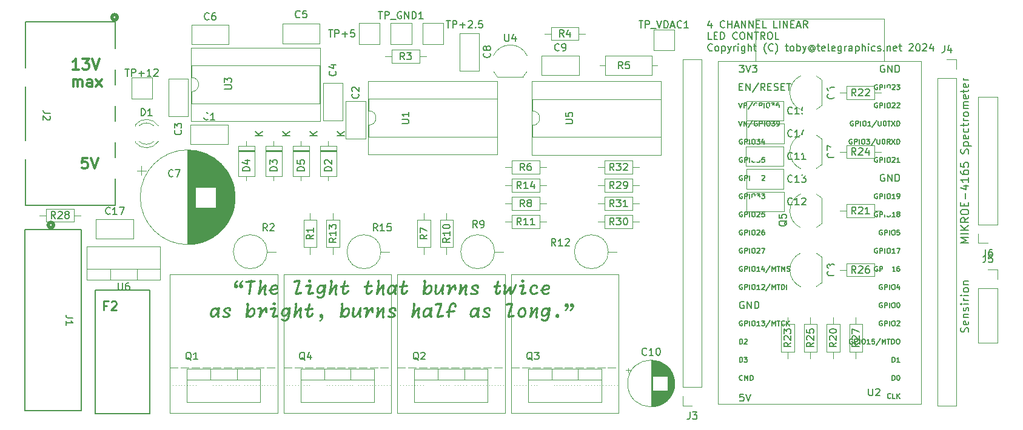
<source format=gto>
G04 #@! TF.GenerationSoftware,KiCad,Pcbnew,7.0.10*
G04 #@! TF.CreationDate,2024-02-18T19:41:56-05:00*
G04 #@! TF.ProjectId,linearlight,6c696e65-6172-46c6-9967-68742e6b6963,rev?*
G04 #@! TF.SameCoordinates,Original*
G04 #@! TF.FileFunction,Legend,Top*
G04 #@! TF.FilePolarity,Positive*
%FSLAX46Y46*%
G04 Gerber Fmt 4.6, Leading zero omitted, Abs format (unit mm)*
G04 Created by KiCad (PCBNEW 7.0.10) date 2024-02-18 19:41:56*
%MOMM*%
%LPD*%
G01*
G04 APERTURE LIST*
%ADD10C,0.300000*%
%ADD11C,0.150000*%
%ADD12C,0.254000*%
%ADD13C,0.100000*%
%ADD14C,0.120000*%
%ADD15C,0.152400*%
%ADD16C,0.508000*%
%ADD17C,0.200000*%
%ADD18C,1.600000*%
%ADD19C,1.400000*%
%ADD20O,1.400000X1.400000*%
%ADD21R,2.400000X2.400000*%
%ADD22C,2.400000*%
%ADD23O,2.400000X2.400000*%
%ADD24R,1.700000X1.700000*%
%ADD25O,1.700000X1.700000*%
%ADD26R,1.600000X1.600000*%
%ADD27O,1.600000X1.600000*%
%ADD28R,1.500000X1.500000*%
%ADD29C,1.500000*%
%ADD30R,1.800000X1.800000*%
%ADD31C,1.800000*%
%ADD32R,2.500000X2.500000*%
%ADD33C,1.803400*%
%ADD34C,3.784600*%
%ADD35C,2.000000*%
%ADD36C,3.200000*%
%ADD37R,1.905000X2.000000*%
%ADD38O,1.905000X2.000000*%
%ADD39C,5.000000*%
%ADD40C,2.286000*%
%ADD41C,2.794000*%
%ADD42C,4.572000*%
%ADD43R,2.000000X1.200000*%
%ADD44O,2.000000X1.200000*%
G04 APERTURE END LIST*
D10*
X135888796Y-106885828D02*
X135174510Y-106885828D01*
X135174510Y-106885828D02*
X135103082Y-107600114D01*
X135103082Y-107600114D02*
X135174510Y-107528685D01*
X135174510Y-107528685D02*
X135317368Y-107457257D01*
X135317368Y-107457257D02*
X135674510Y-107457257D01*
X135674510Y-107457257D02*
X135817368Y-107528685D01*
X135817368Y-107528685D02*
X135888796Y-107600114D01*
X135888796Y-107600114D02*
X135960225Y-107742971D01*
X135960225Y-107742971D02*
X135960225Y-108100114D01*
X135960225Y-108100114D02*
X135888796Y-108242971D01*
X135888796Y-108242971D02*
X135817368Y-108314400D01*
X135817368Y-108314400D02*
X135674510Y-108385828D01*
X135674510Y-108385828D02*
X135317368Y-108385828D01*
X135317368Y-108385828D02*
X135174510Y-108314400D01*
X135174510Y-108314400D02*
X135103082Y-108242971D01*
X136388796Y-106885828D02*
X136888796Y-108385828D01*
X136888796Y-108385828D02*
X137388796Y-106885828D01*
X134690225Y-94540828D02*
X133833082Y-94540828D01*
X134261653Y-94540828D02*
X134261653Y-93040828D01*
X134261653Y-93040828D02*
X134118796Y-93255114D01*
X134118796Y-93255114D02*
X133975939Y-93397971D01*
X133975939Y-93397971D02*
X133833082Y-93469400D01*
X135190224Y-93040828D02*
X136118796Y-93040828D01*
X136118796Y-93040828D02*
X135618796Y-93612257D01*
X135618796Y-93612257D02*
X135833081Y-93612257D01*
X135833081Y-93612257D02*
X135975939Y-93683685D01*
X135975939Y-93683685D02*
X136047367Y-93755114D01*
X136047367Y-93755114D02*
X136118796Y-93897971D01*
X136118796Y-93897971D02*
X136118796Y-94255114D01*
X136118796Y-94255114D02*
X136047367Y-94397971D01*
X136047367Y-94397971D02*
X135975939Y-94469400D01*
X135975939Y-94469400D02*
X135833081Y-94540828D01*
X135833081Y-94540828D02*
X135404510Y-94540828D01*
X135404510Y-94540828D02*
X135261653Y-94469400D01*
X135261653Y-94469400D02*
X135190224Y-94397971D01*
X136547367Y-93040828D02*
X137047367Y-94540828D01*
X137047367Y-94540828D02*
X137547367Y-93040828D01*
X133904510Y-96955828D02*
X133904510Y-95955828D01*
X133904510Y-96098685D02*
X133975939Y-96027257D01*
X133975939Y-96027257D02*
X134118796Y-95955828D01*
X134118796Y-95955828D02*
X134333082Y-95955828D01*
X134333082Y-95955828D02*
X134475939Y-96027257D01*
X134475939Y-96027257D02*
X134547368Y-96170114D01*
X134547368Y-96170114D02*
X134547368Y-96955828D01*
X134547368Y-96170114D02*
X134618796Y-96027257D01*
X134618796Y-96027257D02*
X134761653Y-95955828D01*
X134761653Y-95955828D02*
X134975939Y-95955828D01*
X134975939Y-95955828D02*
X135118796Y-96027257D01*
X135118796Y-96027257D02*
X135190225Y-96170114D01*
X135190225Y-96170114D02*
X135190225Y-96955828D01*
X136547368Y-96955828D02*
X136547368Y-96170114D01*
X136547368Y-96170114D02*
X136475939Y-96027257D01*
X136475939Y-96027257D02*
X136333082Y-95955828D01*
X136333082Y-95955828D02*
X136047368Y-95955828D01*
X136047368Y-95955828D02*
X135904510Y-96027257D01*
X136547368Y-96884400D02*
X136404510Y-96955828D01*
X136404510Y-96955828D02*
X136047368Y-96955828D01*
X136047368Y-96955828D02*
X135904510Y-96884400D01*
X135904510Y-96884400D02*
X135833082Y-96741542D01*
X135833082Y-96741542D02*
X135833082Y-96598685D01*
X135833082Y-96598685D02*
X135904510Y-96455828D01*
X135904510Y-96455828D02*
X136047368Y-96384400D01*
X136047368Y-96384400D02*
X136404510Y-96384400D01*
X136404510Y-96384400D02*
X136547368Y-96312971D01*
X137118796Y-96955828D02*
X137904511Y-95955828D01*
X137118796Y-95955828D02*
X137904511Y-96955828D01*
D11*
X258885200Y-131263792D02*
X258937580Y-131106649D01*
X258937580Y-131106649D02*
X258937580Y-130844744D01*
X258937580Y-130844744D02*
X258885200Y-130739982D01*
X258885200Y-130739982D02*
X258832819Y-130687601D01*
X258832819Y-130687601D02*
X258728057Y-130635220D01*
X258728057Y-130635220D02*
X258623295Y-130635220D01*
X258623295Y-130635220D02*
X258518533Y-130687601D01*
X258518533Y-130687601D02*
X258466152Y-130739982D01*
X258466152Y-130739982D02*
X258413771Y-130844744D01*
X258413771Y-130844744D02*
X258361390Y-131054268D01*
X258361390Y-131054268D02*
X258309009Y-131159030D01*
X258309009Y-131159030D02*
X258256628Y-131211411D01*
X258256628Y-131211411D02*
X258151866Y-131263792D01*
X258151866Y-131263792D02*
X258047104Y-131263792D01*
X258047104Y-131263792D02*
X257942342Y-131211411D01*
X257942342Y-131211411D02*
X257889961Y-131159030D01*
X257889961Y-131159030D02*
X257837580Y-131054268D01*
X257837580Y-131054268D02*
X257837580Y-130792363D01*
X257837580Y-130792363D02*
X257889961Y-130635220D01*
X258885200Y-129744744D02*
X258937580Y-129849506D01*
X258937580Y-129849506D02*
X258937580Y-130059030D01*
X258937580Y-130059030D02*
X258885200Y-130163792D01*
X258885200Y-130163792D02*
X258780438Y-130216173D01*
X258780438Y-130216173D02*
X258361390Y-130216173D01*
X258361390Y-130216173D02*
X258256628Y-130163792D01*
X258256628Y-130163792D02*
X258204247Y-130059030D01*
X258204247Y-130059030D02*
X258204247Y-129849506D01*
X258204247Y-129849506D02*
X258256628Y-129744744D01*
X258256628Y-129744744D02*
X258361390Y-129692363D01*
X258361390Y-129692363D02*
X258466152Y-129692363D01*
X258466152Y-129692363D02*
X258570914Y-130216173D01*
X258204247Y-129220935D02*
X258937580Y-129220935D01*
X258309009Y-129220935D02*
X258256628Y-129168554D01*
X258256628Y-129168554D02*
X258204247Y-129063792D01*
X258204247Y-129063792D02*
X258204247Y-128906649D01*
X258204247Y-128906649D02*
X258256628Y-128801887D01*
X258256628Y-128801887D02*
X258361390Y-128749506D01*
X258361390Y-128749506D02*
X258937580Y-128749506D01*
X258885200Y-128278078D02*
X258937580Y-128173316D01*
X258937580Y-128173316D02*
X258937580Y-127963792D01*
X258937580Y-127963792D02*
X258885200Y-127859030D01*
X258885200Y-127859030D02*
X258780438Y-127806649D01*
X258780438Y-127806649D02*
X258728057Y-127806649D01*
X258728057Y-127806649D02*
X258623295Y-127859030D01*
X258623295Y-127859030D02*
X258570914Y-127963792D01*
X258570914Y-127963792D02*
X258570914Y-128120935D01*
X258570914Y-128120935D02*
X258518533Y-128225697D01*
X258518533Y-128225697D02*
X258413771Y-128278078D01*
X258413771Y-128278078D02*
X258361390Y-128278078D01*
X258361390Y-128278078D02*
X258256628Y-128225697D01*
X258256628Y-128225697D02*
X258204247Y-128120935D01*
X258204247Y-128120935D02*
X258204247Y-127963792D01*
X258204247Y-127963792D02*
X258256628Y-127859030D01*
X258937580Y-127335221D02*
X258204247Y-127335221D01*
X257837580Y-127335221D02*
X257889961Y-127387602D01*
X257889961Y-127387602D02*
X257942342Y-127335221D01*
X257942342Y-127335221D02*
X257889961Y-127282840D01*
X257889961Y-127282840D02*
X257837580Y-127335221D01*
X257837580Y-127335221D02*
X257942342Y-127335221D01*
X258937580Y-126811411D02*
X258204247Y-126811411D01*
X258413771Y-126811411D02*
X258309009Y-126759030D01*
X258309009Y-126759030D02*
X258256628Y-126706649D01*
X258256628Y-126706649D02*
X258204247Y-126601887D01*
X258204247Y-126601887D02*
X258204247Y-126497125D01*
X258937580Y-126130459D02*
X258204247Y-126130459D01*
X257837580Y-126130459D02*
X257889961Y-126182840D01*
X257889961Y-126182840D02*
X257942342Y-126130459D01*
X257942342Y-126130459D02*
X257889961Y-126078078D01*
X257889961Y-126078078D02*
X257837580Y-126130459D01*
X257837580Y-126130459D02*
X257942342Y-126130459D01*
X258937580Y-125449506D02*
X258885200Y-125554268D01*
X258885200Y-125554268D02*
X258832819Y-125606649D01*
X258832819Y-125606649D02*
X258728057Y-125659030D01*
X258728057Y-125659030D02*
X258413771Y-125659030D01*
X258413771Y-125659030D02*
X258309009Y-125606649D01*
X258309009Y-125606649D02*
X258256628Y-125554268D01*
X258256628Y-125554268D02*
X258204247Y-125449506D01*
X258204247Y-125449506D02*
X258204247Y-125292363D01*
X258204247Y-125292363D02*
X258256628Y-125187601D01*
X258256628Y-125187601D02*
X258309009Y-125135220D01*
X258309009Y-125135220D02*
X258413771Y-125082839D01*
X258413771Y-125082839D02*
X258728057Y-125082839D01*
X258728057Y-125082839D02*
X258832819Y-125135220D01*
X258832819Y-125135220D02*
X258885200Y-125187601D01*
X258885200Y-125187601D02*
X258937580Y-125292363D01*
X258937580Y-125292363D02*
X258937580Y-125449506D01*
X258204247Y-124611411D02*
X258937580Y-124611411D01*
X258309009Y-124611411D02*
X258256628Y-124559030D01*
X258256628Y-124559030D02*
X258204247Y-124454268D01*
X258204247Y-124454268D02*
X258204247Y-124297125D01*
X258204247Y-124297125D02*
X258256628Y-124192363D01*
X258256628Y-124192363D02*
X258361390Y-124139982D01*
X258361390Y-124139982D02*
X258937580Y-124139982D01*
X258937580Y-118765411D02*
X257837580Y-118765411D01*
X257837580Y-118765411D02*
X258623295Y-118398744D01*
X258623295Y-118398744D02*
X257837580Y-118032077D01*
X257837580Y-118032077D02*
X258937580Y-118032077D01*
X258937580Y-117508268D02*
X257837580Y-117508268D01*
X258937580Y-116984458D02*
X257837580Y-116984458D01*
X258937580Y-116355886D02*
X258309009Y-116827315D01*
X257837580Y-116355886D02*
X258466152Y-116984458D01*
X258937580Y-115255886D02*
X258413771Y-115622553D01*
X258937580Y-115884458D02*
X257837580Y-115884458D01*
X257837580Y-115884458D02*
X257837580Y-115465410D01*
X257837580Y-115465410D02*
X257889961Y-115360648D01*
X257889961Y-115360648D02*
X257942342Y-115308267D01*
X257942342Y-115308267D02*
X258047104Y-115255886D01*
X258047104Y-115255886D02*
X258204247Y-115255886D01*
X258204247Y-115255886D02*
X258309009Y-115308267D01*
X258309009Y-115308267D02*
X258361390Y-115360648D01*
X258361390Y-115360648D02*
X258413771Y-115465410D01*
X258413771Y-115465410D02*
X258413771Y-115884458D01*
X257837580Y-114574934D02*
X257837580Y-114365410D01*
X257837580Y-114365410D02*
X257889961Y-114260648D01*
X257889961Y-114260648D02*
X257994723Y-114155886D01*
X257994723Y-114155886D02*
X258204247Y-114103505D01*
X258204247Y-114103505D02*
X258570914Y-114103505D01*
X258570914Y-114103505D02*
X258780438Y-114155886D01*
X258780438Y-114155886D02*
X258885200Y-114260648D01*
X258885200Y-114260648D02*
X258937580Y-114365410D01*
X258937580Y-114365410D02*
X258937580Y-114574934D01*
X258937580Y-114574934D02*
X258885200Y-114679696D01*
X258885200Y-114679696D02*
X258780438Y-114784458D01*
X258780438Y-114784458D02*
X258570914Y-114836839D01*
X258570914Y-114836839D02*
X258204247Y-114836839D01*
X258204247Y-114836839D02*
X257994723Y-114784458D01*
X257994723Y-114784458D02*
X257889961Y-114679696D01*
X257889961Y-114679696D02*
X257837580Y-114574934D01*
X258361390Y-113632077D02*
X258361390Y-113265410D01*
X258937580Y-113108267D02*
X258937580Y-113632077D01*
X258937580Y-113632077D02*
X257837580Y-113632077D01*
X257837580Y-113632077D02*
X257837580Y-113108267D01*
X258518533Y-112636839D02*
X258518533Y-111798744D01*
X258204247Y-110803505D02*
X258937580Y-110803505D01*
X257785200Y-111065410D02*
X258570914Y-111327315D01*
X258570914Y-111327315D02*
X258570914Y-110646362D01*
X258937580Y-109651124D02*
X258937580Y-110279696D01*
X258937580Y-109965410D02*
X257837580Y-109965410D01*
X257837580Y-109965410D02*
X257994723Y-110070172D01*
X257994723Y-110070172D02*
X258099485Y-110174934D01*
X258099485Y-110174934D02*
X258151866Y-110279696D01*
X257837580Y-108708267D02*
X257837580Y-108917791D01*
X257837580Y-108917791D02*
X257889961Y-109022553D01*
X257889961Y-109022553D02*
X257942342Y-109074934D01*
X257942342Y-109074934D02*
X258099485Y-109179696D01*
X258099485Y-109179696D02*
X258309009Y-109232077D01*
X258309009Y-109232077D02*
X258728057Y-109232077D01*
X258728057Y-109232077D02*
X258832819Y-109179696D01*
X258832819Y-109179696D02*
X258885200Y-109127315D01*
X258885200Y-109127315D02*
X258937580Y-109022553D01*
X258937580Y-109022553D02*
X258937580Y-108813029D01*
X258937580Y-108813029D02*
X258885200Y-108708267D01*
X258885200Y-108708267D02*
X258832819Y-108655886D01*
X258832819Y-108655886D02*
X258728057Y-108603505D01*
X258728057Y-108603505D02*
X258466152Y-108603505D01*
X258466152Y-108603505D02*
X258361390Y-108655886D01*
X258361390Y-108655886D02*
X258309009Y-108708267D01*
X258309009Y-108708267D02*
X258256628Y-108813029D01*
X258256628Y-108813029D02*
X258256628Y-109022553D01*
X258256628Y-109022553D02*
X258309009Y-109127315D01*
X258309009Y-109127315D02*
X258361390Y-109179696D01*
X258361390Y-109179696D02*
X258466152Y-109232077D01*
X257837580Y-107608267D02*
X257837580Y-108132077D01*
X257837580Y-108132077D02*
X258361390Y-108184458D01*
X258361390Y-108184458D02*
X258309009Y-108132077D01*
X258309009Y-108132077D02*
X258256628Y-108027315D01*
X258256628Y-108027315D02*
X258256628Y-107765410D01*
X258256628Y-107765410D02*
X258309009Y-107660648D01*
X258309009Y-107660648D02*
X258361390Y-107608267D01*
X258361390Y-107608267D02*
X258466152Y-107555886D01*
X258466152Y-107555886D02*
X258728057Y-107555886D01*
X258728057Y-107555886D02*
X258832819Y-107608267D01*
X258832819Y-107608267D02*
X258885200Y-107660648D01*
X258885200Y-107660648D02*
X258937580Y-107765410D01*
X258937580Y-107765410D02*
X258937580Y-108027315D01*
X258937580Y-108027315D02*
X258885200Y-108132077D01*
X258885200Y-108132077D02*
X258832819Y-108184458D01*
X258885200Y-106298744D02*
X258937580Y-106141601D01*
X258937580Y-106141601D02*
X258937580Y-105879696D01*
X258937580Y-105879696D02*
X258885200Y-105774934D01*
X258885200Y-105774934D02*
X258832819Y-105722553D01*
X258832819Y-105722553D02*
X258728057Y-105670172D01*
X258728057Y-105670172D02*
X258623295Y-105670172D01*
X258623295Y-105670172D02*
X258518533Y-105722553D01*
X258518533Y-105722553D02*
X258466152Y-105774934D01*
X258466152Y-105774934D02*
X258413771Y-105879696D01*
X258413771Y-105879696D02*
X258361390Y-106089220D01*
X258361390Y-106089220D02*
X258309009Y-106193982D01*
X258309009Y-106193982D02*
X258256628Y-106246363D01*
X258256628Y-106246363D02*
X258151866Y-106298744D01*
X258151866Y-106298744D02*
X258047104Y-106298744D01*
X258047104Y-106298744D02*
X257942342Y-106246363D01*
X257942342Y-106246363D02*
X257889961Y-106193982D01*
X257889961Y-106193982D02*
X257837580Y-106089220D01*
X257837580Y-106089220D02*
X257837580Y-105827315D01*
X257837580Y-105827315D02*
X257889961Y-105670172D01*
X258204247Y-105198744D02*
X259304247Y-105198744D01*
X258256628Y-105198744D02*
X258204247Y-105093982D01*
X258204247Y-105093982D02*
X258204247Y-104884458D01*
X258204247Y-104884458D02*
X258256628Y-104779696D01*
X258256628Y-104779696D02*
X258309009Y-104727315D01*
X258309009Y-104727315D02*
X258413771Y-104674934D01*
X258413771Y-104674934D02*
X258728057Y-104674934D01*
X258728057Y-104674934D02*
X258832819Y-104727315D01*
X258832819Y-104727315D02*
X258885200Y-104779696D01*
X258885200Y-104779696D02*
X258937580Y-104884458D01*
X258937580Y-104884458D02*
X258937580Y-105093982D01*
X258937580Y-105093982D02*
X258885200Y-105198744D01*
X258885200Y-103784458D02*
X258937580Y-103889220D01*
X258937580Y-103889220D02*
X258937580Y-104098744D01*
X258937580Y-104098744D02*
X258885200Y-104203506D01*
X258885200Y-104203506D02*
X258780438Y-104255887D01*
X258780438Y-104255887D02*
X258361390Y-104255887D01*
X258361390Y-104255887D02*
X258256628Y-104203506D01*
X258256628Y-104203506D02*
X258204247Y-104098744D01*
X258204247Y-104098744D02*
X258204247Y-103889220D01*
X258204247Y-103889220D02*
X258256628Y-103784458D01*
X258256628Y-103784458D02*
X258361390Y-103732077D01*
X258361390Y-103732077D02*
X258466152Y-103732077D01*
X258466152Y-103732077D02*
X258570914Y-104255887D01*
X258885200Y-102789220D02*
X258937580Y-102893982D01*
X258937580Y-102893982D02*
X258937580Y-103103506D01*
X258937580Y-103103506D02*
X258885200Y-103208268D01*
X258885200Y-103208268D02*
X258832819Y-103260649D01*
X258832819Y-103260649D02*
X258728057Y-103313030D01*
X258728057Y-103313030D02*
X258413771Y-103313030D01*
X258413771Y-103313030D02*
X258309009Y-103260649D01*
X258309009Y-103260649D02*
X258256628Y-103208268D01*
X258256628Y-103208268D02*
X258204247Y-103103506D01*
X258204247Y-103103506D02*
X258204247Y-102893982D01*
X258204247Y-102893982D02*
X258256628Y-102789220D01*
X258204247Y-102474935D02*
X258204247Y-102055887D01*
X257837580Y-102317792D02*
X258780438Y-102317792D01*
X258780438Y-102317792D02*
X258885200Y-102265411D01*
X258885200Y-102265411D02*
X258937580Y-102160649D01*
X258937580Y-102160649D02*
X258937580Y-102055887D01*
X258937580Y-101689221D02*
X258204247Y-101689221D01*
X258413771Y-101689221D02*
X258309009Y-101636840D01*
X258309009Y-101636840D02*
X258256628Y-101584459D01*
X258256628Y-101584459D02*
X258204247Y-101479697D01*
X258204247Y-101479697D02*
X258204247Y-101374935D01*
X258937580Y-100851126D02*
X258885200Y-100955888D01*
X258885200Y-100955888D02*
X258832819Y-101008269D01*
X258832819Y-101008269D02*
X258728057Y-101060650D01*
X258728057Y-101060650D02*
X258413771Y-101060650D01*
X258413771Y-101060650D02*
X258309009Y-101008269D01*
X258309009Y-101008269D02*
X258256628Y-100955888D01*
X258256628Y-100955888D02*
X258204247Y-100851126D01*
X258204247Y-100851126D02*
X258204247Y-100693983D01*
X258204247Y-100693983D02*
X258256628Y-100589221D01*
X258256628Y-100589221D02*
X258309009Y-100536840D01*
X258309009Y-100536840D02*
X258413771Y-100484459D01*
X258413771Y-100484459D02*
X258728057Y-100484459D01*
X258728057Y-100484459D02*
X258832819Y-100536840D01*
X258832819Y-100536840D02*
X258885200Y-100589221D01*
X258885200Y-100589221D02*
X258937580Y-100693983D01*
X258937580Y-100693983D02*
X258937580Y-100851126D01*
X258937580Y-100013031D02*
X258204247Y-100013031D01*
X258309009Y-100013031D02*
X258256628Y-99960650D01*
X258256628Y-99960650D02*
X258204247Y-99855888D01*
X258204247Y-99855888D02*
X258204247Y-99698745D01*
X258204247Y-99698745D02*
X258256628Y-99593983D01*
X258256628Y-99593983D02*
X258361390Y-99541602D01*
X258361390Y-99541602D02*
X258937580Y-99541602D01*
X258361390Y-99541602D02*
X258256628Y-99489221D01*
X258256628Y-99489221D02*
X258204247Y-99384459D01*
X258204247Y-99384459D02*
X258204247Y-99227316D01*
X258204247Y-99227316D02*
X258256628Y-99122555D01*
X258256628Y-99122555D02*
X258361390Y-99070174D01*
X258361390Y-99070174D02*
X258937580Y-99070174D01*
X258885200Y-98127316D02*
X258937580Y-98232078D01*
X258937580Y-98232078D02*
X258937580Y-98441602D01*
X258937580Y-98441602D02*
X258885200Y-98546364D01*
X258885200Y-98546364D02*
X258780438Y-98598745D01*
X258780438Y-98598745D02*
X258361390Y-98598745D01*
X258361390Y-98598745D02*
X258256628Y-98546364D01*
X258256628Y-98546364D02*
X258204247Y-98441602D01*
X258204247Y-98441602D02*
X258204247Y-98232078D01*
X258204247Y-98232078D02*
X258256628Y-98127316D01*
X258256628Y-98127316D02*
X258361390Y-98074935D01*
X258361390Y-98074935D02*
X258466152Y-98074935D01*
X258466152Y-98074935D02*
X258570914Y-98598745D01*
X258204247Y-97760650D02*
X258204247Y-97341602D01*
X257837580Y-97603507D02*
X258780438Y-97603507D01*
X258780438Y-97603507D02*
X258885200Y-97551126D01*
X258885200Y-97551126D02*
X258937580Y-97446364D01*
X258937580Y-97446364D02*
X258937580Y-97341602D01*
X258885200Y-96555888D02*
X258937580Y-96660650D01*
X258937580Y-96660650D02*
X258937580Y-96870174D01*
X258937580Y-96870174D02*
X258885200Y-96974936D01*
X258885200Y-96974936D02*
X258780438Y-97027317D01*
X258780438Y-97027317D02*
X258361390Y-97027317D01*
X258361390Y-97027317D02*
X258256628Y-96974936D01*
X258256628Y-96974936D02*
X258204247Y-96870174D01*
X258204247Y-96870174D02*
X258204247Y-96660650D01*
X258204247Y-96660650D02*
X258256628Y-96555888D01*
X258256628Y-96555888D02*
X258361390Y-96503507D01*
X258361390Y-96503507D02*
X258466152Y-96503507D01*
X258466152Y-96503507D02*
X258570914Y-97027317D01*
X258937580Y-96032079D02*
X258204247Y-96032079D01*
X258413771Y-96032079D02*
X258309009Y-95979698D01*
X258309009Y-95979698D02*
X258256628Y-95927317D01*
X258256628Y-95927317D02*
X258204247Y-95822555D01*
X258204247Y-95822555D02*
X258204247Y-95717793D01*
D10*
G36*
X156659847Y-124562742D02*
G01*
X156641098Y-124563136D01*
X156622479Y-124564727D01*
X156617617Y-124566454D01*
X156626542Y-124540991D01*
X156637463Y-124515405D01*
X156650352Y-124489685D01*
X156665183Y-124463817D01*
X156681929Y-124437789D01*
X156700561Y-124411588D01*
X156721053Y-124385200D01*
X156743378Y-124358613D01*
X156767508Y-124331814D01*
X156793417Y-124304790D01*
X156807029Y-124291190D01*
X156821076Y-124277528D01*
X156835554Y-124263804D01*
X156850460Y-124250015D01*
X156865790Y-124236161D01*
X156881540Y-124222239D01*
X156897708Y-124208248D01*
X156914290Y-124194186D01*
X156931283Y-124180051D01*
X156948682Y-124165843D01*
X156966486Y-124151559D01*
X156984690Y-124137198D01*
X156817164Y-124003084D01*
X156794443Y-124019599D01*
X156771900Y-124036598D01*
X156749569Y-124054075D01*
X156727487Y-124072024D01*
X156705689Y-124090441D01*
X156684211Y-124109319D01*
X156663089Y-124128653D01*
X156642357Y-124148437D01*
X156622053Y-124168665D01*
X156602211Y-124189333D01*
X156582868Y-124210434D01*
X156564058Y-124231962D01*
X156545818Y-124253913D01*
X156528183Y-124276280D01*
X156511190Y-124299059D01*
X156494873Y-124322242D01*
X156479268Y-124345825D01*
X156464412Y-124369803D01*
X156450339Y-124394169D01*
X156437086Y-124418917D01*
X156424688Y-124444043D01*
X156413181Y-124469541D01*
X156402601Y-124495405D01*
X156392982Y-124521629D01*
X156384362Y-124548208D01*
X156376775Y-124575136D01*
X156370258Y-124602408D01*
X156364845Y-124630018D01*
X156360573Y-124657961D01*
X156357478Y-124686230D01*
X156355594Y-124714820D01*
X156354958Y-124743726D01*
X156355364Y-124766318D01*
X156356568Y-124788154D01*
X156358550Y-124809237D01*
X156361288Y-124829568D01*
X156364764Y-124849151D01*
X156368956Y-124867989D01*
X156373845Y-124886082D01*
X156385628Y-124920050D01*
X156399951Y-124951076D01*
X156416650Y-124979179D01*
X156435563Y-125004379D01*
X156456526Y-125026699D01*
X156479376Y-125046157D01*
X156503950Y-125062774D01*
X156530085Y-125076571D01*
X156557617Y-125087568D01*
X156586384Y-125095785D01*
X156616222Y-125101243D01*
X156646968Y-125103963D01*
X156662631Y-125104302D01*
X156691403Y-125103114D01*
X156719329Y-125099589D01*
X156746269Y-125093782D01*
X156772084Y-125085746D01*
X156796635Y-125075539D01*
X156819782Y-125063213D01*
X156841386Y-125048825D01*
X156861307Y-125032430D01*
X156879407Y-125014083D01*
X156895545Y-124993838D01*
X156909583Y-124971751D01*
X156921382Y-124947877D01*
X156930800Y-124922271D01*
X156937701Y-124894987D01*
X156941943Y-124866082D01*
X156943388Y-124835610D01*
X156941973Y-124805091D01*
X156937810Y-124776053D01*
X156931021Y-124748564D01*
X156921730Y-124722691D01*
X156910059Y-124698501D01*
X156896133Y-124676061D01*
X156880073Y-124655439D01*
X156862003Y-124636702D01*
X156842047Y-124619917D01*
X156820326Y-124605152D01*
X156796964Y-124592474D01*
X156772084Y-124581950D01*
X156745810Y-124573647D01*
X156718263Y-124567634D01*
X156689568Y-124563976D01*
X156659847Y-124562742D01*
G37*
G36*
X157081214Y-124743726D02*
G01*
X157081620Y-124766318D01*
X157082824Y-124788154D01*
X157084806Y-124809237D01*
X157087545Y-124829568D01*
X157091020Y-124849151D01*
X157095212Y-124867989D01*
X157100101Y-124886082D01*
X157111884Y-124920050D01*
X157126207Y-124951076D01*
X157142906Y-124979179D01*
X157161819Y-125004379D01*
X157182782Y-125026699D01*
X157205632Y-125046157D01*
X157230206Y-125062774D01*
X157256341Y-125076571D01*
X157283873Y-125087568D01*
X157312640Y-125095785D01*
X157342478Y-125101243D01*
X157373224Y-125103963D01*
X157388887Y-125104302D01*
X157417659Y-125103114D01*
X157445585Y-125099589D01*
X157472525Y-125093782D01*
X157498340Y-125085746D01*
X157522891Y-125075539D01*
X157546038Y-125063213D01*
X157567642Y-125048825D01*
X157587563Y-125032430D01*
X157605663Y-125014083D01*
X157621802Y-124993838D01*
X157635840Y-124971751D01*
X157647638Y-124947877D01*
X157657057Y-124922271D01*
X157663957Y-124894987D01*
X157668199Y-124866082D01*
X157669644Y-124835610D01*
X157668229Y-124805091D01*
X157664066Y-124776053D01*
X157657277Y-124748564D01*
X157647986Y-124722691D01*
X157636315Y-124698501D01*
X157622389Y-124676061D01*
X157606329Y-124655439D01*
X157588260Y-124636702D01*
X157568303Y-124619917D01*
X157546582Y-124605152D01*
X157523220Y-124592474D01*
X157498340Y-124581950D01*
X157472066Y-124573647D01*
X157444519Y-124567634D01*
X157415824Y-124563976D01*
X157386103Y-124562742D01*
X157367354Y-124563136D01*
X157348735Y-124564727D01*
X157343873Y-124566454D01*
X157352798Y-124540991D01*
X157363719Y-124515405D01*
X157376609Y-124489685D01*
X157391440Y-124463817D01*
X157408185Y-124437789D01*
X157426817Y-124411588D01*
X157447309Y-124385200D01*
X157469634Y-124358613D01*
X157493764Y-124331814D01*
X157519673Y-124304790D01*
X157533285Y-124291190D01*
X157547332Y-124277528D01*
X157561810Y-124263804D01*
X157576716Y-124250015D01*
X157592046Y-124236161D01*
X157607796Y-124222239D01*
X157623964Y-124208248D01*
X157640546Y-124194186D01*
X157657539Y-124180051D01*
X157674938Y-124165843D01*
X157692742Y-124151559D01*
X157710946Y-124137198D01*
X157543420Y-124003084D01*
X157520699Y-124019599D01*
X157498156Y-124036598D01*
X157475825Y-124054075D01*
X157453743Y-124072024D01*
X157431945Y-124090441D01*
X157410467Y-124109319D01*
X157389345Y-124128653D01*
X157368613Y-124148437D01*
X157348309Y-124168665D01*
X157328467Y-124189333D01*
X157309124Y-124210434D01*
X157290314Y-124231962D01*
X157272074Y-124253913D01*
X157254439Y-124276280D01*
X157237446Y-124299059D01*
X157221129Y-124322242D01*
X157205525Y-124345825D01*
X157190668Y-124369803D01*
X157176596Y-124394169D01*
X157163342Y-124418917D01*
X157150944Y-124444043D01*
X157139437Y-124469541D01*
X157128857Y-124495405D01*
X157119238Y-124521629D01*
X157110618Y-124548208D01*
X157103031Y-124575136D01*
X157096514Y-124602408D01*
X157091101Y-124630018D01*
X157086829Y-124657961D01*
X157083734Y-124686230D01*
X157081850Y-124714820D01*
X157081214Y-124743726D01*
G37*
G36*
X158494281Y-126054699D02*
G01*
X158517443Y-126053078D01*
X158539346Y-126048288D01*
X158559883Y-126040438D01*
X158578946Y-126029640D01*
X158596428Y-126016003D01*
X158612221Y-125999637D01*
X158626217Y-125980653D01*
X158638307Y-125959161D01*
X158648385Y-125935270D01*
X158656342Y-125909091D01*
X158660415Y-125890422D01*
X158667625Y-125851733D01*
X158674970Y-125811104D01*
X158682431Y-125768665D01*
X158689990Y-125724546D01*
X158697627Y-125678876D01*
X158705324Y-125631784D01*
X158713059Y-125583401D01*
X158720816Y-125533856D01*
X158728574Y-125483278D01*
X158736314Y-125431797D01*
X158744017Y-125379542D01*
X158751663Y-125326644D01*
X158759235Y-125273232D01*
X158766711Y-125219435D01*
X158774074Y-125165382D01*
X158781303Y-125111205D01*
X158788381Y-125057031D01*
X158795287Y-125002991D01*
X158802002Y-124949214D01*
X158808507Y-124895830D01*
X158814783Y-124842969D01*
X158820811Y-124790759D01*
X158826572Y-124739331D01*
X158832046Y-124688814D01*
X158837214Y-124639338D01*
X158842056Y-124591033D01*
X158846555Y-124544027D01*
X158850690Y-124498450D01*
X158854442Y-124454433D01*
X158857792Y-124412105D01*
X158860721Y-124371594D01*
X158863210Y-124333032D01*
X159254878Y-124310293D01*
X159276536Y-124307378D01*
X159297213Y-124301417D01*
X159316639Y-124292667D01*
X159334543Y-124281383D01*
X159350654Y-124267823D01*
X159364702Y-124252245D01*
X159376416Y-124234905D01*
X159385526Y-124216059D01*
X159391760Y-124195966D01*
X159394848Y-124174881D01*
X159395025Y-124160401D01*
X159392564Y-124136719D01*
X159386254Y-124115237D01*
X159376530Y-124095900D01*
X159363823Y-124078656D01*
X159348568Y-124063453D01*
X159331199Y-124050237D01*
X159312148Y-124038956D01*
X159291851Y-124029557D01*
X159270739Y-124021988D01*
X159249248Y-124016194D01*
X159234923Y-124013293D01*
X159210025Y-124009732D01*
X159183006Y-124006187D01*
X159154114Y-124002664D01*
X159123599Y-123999168D01*
X159091712Y-123995705D01*
X159058701Y-123992280D01*
X159024815Y-123988898D01*
X158990305Y-123985566D01*
X158955420Y-123982287D01*
X158920409Y-123979069D01*
X158885521Y-123975915D01*
X158851007Y-123972833D01*
X158817115Y-123969827D01*
X158784096Y-123966902D01*
X158752198Y-123964064D01*
X158721672Y-123961318D01*
X158695157Y-123960123D01*
X158671411Y-123962033D01*
X158650341Y-123966680D01*
X158631851Y-123973693D01*
X158611051Y-123986088D01*
X158594449Y-124001158D01*
X158581822Y-124018028D01*
X158572948Y-124035823D01*
X158567603Y-124053667D01*
X158086371Y-124079654D01*
X158064617Y-124082659D01*
X158043895Y-124088863D01*
X158024457Y-124097965D01*
X158006552Y-124109665D01*
X157990430Y-124123662D01*
X157976342Y-124139656D01*
X157964538Y-124157347D01*
X157955267Y-124176433D01*
X157948780Y-124196614D01*
X157945326Y-124217589D01*
X157944833Y-124231866D01*
X157947484Y-124254518D01*
X157953417Y-124276087D01*
X157962341Y-124296298D01*
X157973963Y-124314875D01*
X157987992Y-124331544D01*
X158004138Y-124346028D01*
X158022108Y-124358053D01*
X158041611Y-124367343D01*
X158062357Y-124373623D01*
X158084053Y-124376618D01*
X158098901Y-124376653D01*
X158553217Y-124348346D01*
X158550345Y-124393340D01*
X158547050Y-124439504D01*
X158543350Y-124486738D01*
X158539267Y-124534942D01*
X158534820Y-124584016D01*
X158530029Y-124633860D01*
X158524913Y-124684375D01*
X158519493Y-124735460D01*
X158513788Y-124787015D01*
X158507818Y-124838941D01*
X158501602Y-124891137D01*
X158495162Y-124943504D01*
X158488515Y-124995942D01*
X158481683Y-125048351D01*
X158474684Y-125100630D01*
X158467540Y-125152680D01*
X158460269Y-125204401D01*
X158452891Y-125255694D01*
X158445427Y-125306457D01*
X158437895Y-125356592D01*
X158430316Y-125405997D01*
X158422710Y-125454575D01*
X158415096Y-125502223D01*
X158407495Y-125548843D01*
X158399925Y-125594335D01*
X158392407Y-125638599D01*
X158384960Y-125681534D01*
X158377605Y-125723041D01*
X158370361Y-125763019D01*
X158363248Y-125801370D01*
X158356286Y-125837993D01*
X158349494Y-125872787D01*
X158346522Y-125891961D01*
X158346066Y-125919412D01*
X158350060Y-125945065D01*
X158358104Y-125968662D01*
X158369799Y-125989947D01*
X158384745Y-126008662D01*
X158402544Y-126024550D01*
X158422796Y-126037355D01*
X158445103Y-126046819D01*
X158469064Y-126052687D01*
X158494281Y-126054699D01*
G37*
G36*
X160741267Y-126145191D02*
G01*
X160768217Y-126143257D01*
X160794028Y-126137596D01*
X160818372Y-126128422D01*
X160840917Y-126115947D01*
X160861332Y-126100387D01*
X160879289Y-126081953D01*
X160894455Y-126060859D01*
X160906502Y-126037319D01*
X160915097Y-126011546D01*
X160918748Y-125993228D01*
X160920620Y-125974077D01*
X160920859Y-125964207D01*
X160919736Y-125941123D01*
X160916426Y-125918289D01*
X160911020Y-125896028D01*
X160903606Y-125874664D01*
X160894274Y-125854521D01*
X160883114Y-125835922D01*
X160870214Y-125819191D01*
X160855665Y-125804650D01*
X160839556Y-125792624D01*
X160821976Y-125783436D01*
X160809484Y-125779047D01*
X160809740Y-125753135D01*
X160810245Y-125727169D01*
X160810996Y-125701146D01*
X160811987Y-125675065D01*
X160813216Y-125648922D01*
X160814678Y-125622716D01*
X160816369Y-125596444D01*
X160818286Y-125570103D01*
X160820425Y-125543692D01*
X160822781Y-125517208D01*
X160825351Y-125490648D01*
X160828131Y-125464011D01*
X160831117Y-125437293D01*
X160834305Y-125410493D01*
X160837692Y-125383608D01*
X160841272Y-125356635D01*
X160845043Y-125329573D01*
X160849000Y-125302418D01*
X160853140Y-125275169D01*
X160857458Y-125247824D01*
X160861951Y-125220378D01*
X160866615Y-125192832D01*
X160871446Y-125165181D01*
X160876439Y-125137424D01*
X160881592Y-125109558D01*
X160886900Y-125081581D01*
X160892359Y-125053491D01*
X160897965Y-125025284D01*
X160903715Y-124996960D01*
X160909605Y-124968514D01*
X160915630Y-124939946D01*
X160921787Y-124911252D01*
X160928250Y-124876628D01*
X160932814Y-124843002D01*
X160935428Y-124810543D01*
X160936042Y-124779422D01*
X160934606Y-124749811D01*
X160931070Y-124721880D01*
X160925382Y-124695799D01*
X160917494Y-124671738D01*
X160907354Y-124649870D01*
X160894913Y-124630364D01*
X160880119Y-124613390D01*
X160862923Y-124599120D01*
X160843275Y-124587724D01*
X160821123Y-124579373D01*
X160796419Y-124574237D01*
X160769110Y-124572487D01*
X160750079Y-124573315D01*
X160731281Y-124575737D01*
X160712732Y-124579661D01*
X160694447Y-124584995D01*
X160676443Y-124591649D01*
X160658734Y-124599529D01*
X160641336Y-124608544D01*
X160624265Y-124618603D01*
X160607537Y-124629614D01*
X160591167Y-124641485D01*
X160575171Y-124654123D01*
X160559565Y-124667439D01*
X160544364Y-124681338D01*
X160529583Y-124695731D01*
X160515239Y-124710525D01*
X160501347Y-124725628D01*
X160477728Y-124753447D01*
X160465706Y-124767976D01*
X160453552Y-124782904D01*
X160441275Y-124798221D01*
X160428881Y-124813917D01*
X160416380Y-124829983D01*
X160403778Y-124846407D01*
X160391084Y-124863180D01*
X160378305Y-124880291D01*
X160365449Y-124897731D01*
X160352525Y-124915489D01*
X160339539Y-124933556D01*
X160326500Y-124951921D01*
X160313415Y-124970574D01*
X160300292Y-124989504D01*
X160287140Y-125008703D01*
X160273966Y-125028159D01*
X160260777Y-125047863D01*
X160247582Y-125067805D01*
X160234388Y-125087974D01*
X160221203Y-125108360D01*
X160208035Y-125128953D01*
X160194892Y-125149743D01*
X160181782Y-125170721D01*
X160168712Y-125191875D01*
X160155691Y-125213196D01*
X160142725Y-125234673D01*
X160129824Y-125256297D01*
X160116994Y-125278057D01*
X160104244Y-125299944D01*
X160091581Y-125321946D01*
X160073946Y-125317770D01*
X160079576Y-125298574D01*
X160085564Y-125276602D01*
X160091877Y-125252025D01*
X160098477Y-125225014D01*
X160105331Y-125195740D01*
X160112403Y-125164373D01*
X160119658Y-125131087D01*
X160127060Y-125096050D01*
X160134574Y-125059435D01*
X160142165Y-125021413D01*
X160149798Y-124982155D01*
X160157437Y-124941831D01*
X160165047Y-124900614D01*
X160172593Y-124858674D01*
X160180040Y-124816182D01*
X160187351Y-124773310D01*
X160194493Y-124730228D01*
X160201430Y-124687108D01*
X160208127Y-124644121D01*
X160214547Y-124601439D01*
X160220657Y-124559231D01*
X160226420Y-124517669D01*
X160231802Y-124476925D01*
X160236767Y-124437170D01*
X160241280Y-124398574D01*
X160245305Y-124361309D01*
X160248808Y-124325546D01*
X160251754Y-124291456D01*
X160254106Y-124259211D01*
X160255829Y-124228981D01*
X160256890Y-124200937D01*
X160257251Y-124175251D01*
X160256345Y-124150040D01*
X160253683Y-124125962D01*
X160249346Y-124103087D01*
X160243416Y-124081481D01*
X160235974Y-124061214D01*
X160227101Y-124042352D01*
X160216880Y-124024963D01*
X160205392Y-124009117D01*
X160192718Y-123994880D01*
X160178940Y-123982321D01*
X160156382Y-123966777D01*
X160131799Y-123955389D01*
X160105466Y-123948389D01*
X160077659Y-123946004D01*
X160051605Y-123948061D01*
X160026191Y-123954135D01*
X160001837Y-123964085D01*
X159978963Y-123977769D01*
X159957989Y-123995044D01*
X159939334Y-124015768D01*
X159928393Y-124031430D01*
X159918795Y-124048519D01*
X159910662Y-124066994D01*
X159904120Y-124086812D01*
X159899294Y-124107931D01*
X159896306Y-124130309D01*
X159895283Y-124153904D01*
X159895946Y-124177220D01*
X159897895Y-124200064D01*
X159901071Y-124222256D01*
X159905414Y-124243618D01*
X159910865Y-124263970D01*
X159917363Y-124283134D01*
X159924849Y-124300931D01*
X159936264Y-124322223D01*
X159949189Y-124340342D01*
X159959787Y-124351594D01*
X159956497Y-124390563D01*
X159952567Y-124431320D01*
X159948035Y-124473709D01*
X159942939Y-124517578D01*
X159937316Y-124562773D01*
X159931205Y-124609138D01*
X159924643Y-124656521D01*
X159917667Y-124704767D01*
X159910315Y-124753721D01*
X159902624Y-124803231D01*
X159894633Y-124853141D01*
X159886380Y-124903299D01*
X159877900Y-124953549D01*
X159869233Y-125003738D01*
X159860416Y-125053711D01*
X159851487Y-125103316D01*
X159842483Y-125152396D01*
X159833442Y-125200800D01*
X159824401Y-125248371D01*
X159815398Y-125294957D01*
X159806471Y-125340404D01*
X159797658Y-125384557D01*
X159788996Y-125427262D01*
X159780522Y-125468365D01*
X159772275Y-125507712D01*
X159764291Y-125545150D01*
X159756610Y-125580523D01*
X159749268Y-125613679D01*
X159742302Y-125644462D01*
X159735751Y-125672719D01*
X159729653Y-125698296D01*
X159724044Y-125721039D01*
X159717548Y-125749948D01*
X159711926Y-125779377D01*
X159707356Y-125808996D01*
X159704017Y-125838476D01*
X159702086Y-125867488D01*
X159701742Y-125895704D01*
X159703163Y-125922794D01*
X159706526Y-125948429D01*
X159712010Y-125972281D01*
X159719793Y-125994020D01*
X159730054Y-126013317D01*
X159742969Y-126029843D01*
X159758718Y-126043270D01*
X159777478Y-126053267D01*
X159799428Y-126059507D01*
X159824746Y-126061660D01*
X159845034Y-126060390D01*
X159864690Y-126056628D01*
X159883769Y-126050452D01*
X159902324Y-126041938D01*
X159920408Y-126031161D01*
X159938075Y-126018198D01*
X159955380Y-126003125D01*
X159972375Y-125986018D01*
X159989115Y-125966954D01*
X160005652Y-125946008D01*
X160022042Y-125923256D01*
X160038337Y-125898775D01*
X160054591Y-125872641D01*
X160070858Y-125844929D01*
X160087192Y-125815717D01*
X160103646Y-125785080D01*
X160115637Y-125762007D01*
X160128105Y-125738237D01*
X160141031Y-125713813D01*
X160154397Y-125688778D01*
X160168185Y-125663173D01*
X160182376Y-125637043D01*
X160196952Y-125610428D01*
X160211896Y-125583373D01*
X160227188Y-125555919D01*
X160242811Y-125528109D01*
X160258746Y-125499987D01*
X160274975Y-125471594D01*
X160291479Y-125442973D01*
X160308241Y-125414167D01*
X160325242Y-125385219D01*
X160342464Y-125356171D01*
X160359888Y-125327066D01*
X160377497Y-125297946D01*
X160395272Y-125268855D01*
X160413194Y-125239835D01*
X160431246Y-125210928D01*
X160449410Y-125182177D01*
X160467666Y-125153625D01*
X160485997Y-125125315D01*
X160504384Y-125097289D01*
X160522810Y-125069589D01*
X160541255Y-125042259D01*
X160559702Y-125015341D01*
X160578132Y-124988878D01*
X160596528Y-124962913D01*
X160614870Y-124937487D01*
X160633140Y-124912644D01*
X160638709Y-124914965D01*
X160629885Y-124952661D01*
X160621423Y-124990372D01*
X160613326Y-125028057D01*
X160605594Y-125065677D01*
X160598230Y-125103191D01*
X160591234Y-125140559D01*
X160584607Y-125177741D01*
X160578352Y-125214698D01*
X160572470Y-125251388D01*
X160566961Y-125287773D01*
X160561828Y-125323812D01*
X160557071Y-125359466D01*
X160552692Y-125394693D01*
X160548692Y-125429455D01*
X160545073Y-125463710D01*
X160541836Y-125497420D01*
X160538983Y-125530543D01*
X160536514Y-125563041D01*
X160534432Y-125594873D01*
X160532736Y-125625998D01*
X160531430Y-125656378D01*
X160530514Y-125685971D01*
X160529989Y-125714739D01*
X160529858Y-125742640D01*
X160530120Y-125769635D01*
X160530779Y-125795684D01*
X160531834Y-125820747D01*
X160533288Y-125844783D01*
X160535141Y-125867754D01*
X160537395Y-125889618D01*
X160540052Y-125910335D01*
X160543113Y-125929867D01*
X160548285Y-125954233D01*
X160554558Y-125977358D01*
X160561903Y-125999195D01*
X160570289Y-126019699D01*
X160579687Y-126038824D01*
X160590066Y-126056526D01*
X160601397Y-126072757D01*
X160613650Y-126087474D01*
X160626795Y-126100629D01*
X160648118Y-126117337D01*
X160671281Y-126130276D01*
X160696180Y-126139294D01*
X160722717Y-126144236D01*
X160741267Y-126145191D01*
G37*
G36*
X162140059Y-124570259D02*
G01*
X162167707Y-124571914D01*
X162194577Y-124574645D01*
X162220660Y-124578431D01*
X162245947Y-124583250D01*
X162270429Y-124589079D01*
X162294097Y-124595896D01*
X162316944Y-124603681D01*
X162338960Y-124612410D01*
X162360136Y-124622063D01*
X162380465Y-124632616D01*
X162399936Y-124644049D01*
X162418543Y-124656339D01*
X162436275Y-124669464D01*
X162453125Y-124683402D01*
X162469083Y-124698132D01*
X162484142Y-124713631D01*
X162498291Y-124729878D01*
X162511524Y-124746851D01*
X162523830Y-124764527D01*
X162535202Y-124782885D01*
X162545630Y-124801903D01*
X162555106Y-124821559D01*
X162563621Y-124841831D01*
X162571168Y-124862698D01*
X162577736Y-124884136D01*
X162583317Y-124906125D01*
X162587903Y-124928642D01*
X162591485Y-124951665D01*
X162594054Y-124975173D01*
X162595602Y-124999144D01*
X162596120Y-125023555D01*
X162595237Y-125057605D01*
X162592534Y-125089348D01*
X162587931Y-125118892D01*
X162581350Y-125146343D01*
X162572710Y-125171809D01*
X162561933Y-125195397D01*
X162548938Y-125217216D01*
X162533646Y-125237371D01*
X162515978Y-125255972D01*
X162495853Y-125273124D01*
X162473193Y-125288936D01*
X162447918Y-125303515D01*
X162419948Y-125316968D01*
X162389204Y-125329402D01*
X162355606Y-125340926D01*
X162337713Y-125346380D01*
X162319076Y-125351646D01*
X162307032Y-125354989D01*
X162279751Y-125362130D01*
X162248558Y-125369816D01*
X162213870Y-125377979D01*
X162195345Y-125382216D01*
X162176103Y-125386547D01*
X162156194Y-125390960D01*
X162135672Y-125395449D01*
X162114588Y-125400003D01*
X162092994Y-125404615D01*
X162070942Y-125409274D01*
X162048484Y-125413973D01*
X162025673Y-125418703D01*
X162002559Y-125423455D01*
X161979196Y-125428219D01*
X161955635Y-125432988D01*
X161931929Y-125437752D01*
X161908128Y-125442502D01*
X161884286Y-125447229D01*
X161860454Y-125451926D01*
X161836684Y-125456582D01*
X161813028Y-125461190D01*
X161789538Y-125465739D01*
X161766267Y-125470222D01*
X161743266Y-125474630D01*
X161720587Y-125478953D01*
X161698282Y-125483183D01*
X161676404Y-125487312D01*
X161655004Y-125491329D01*
X161658930Y-125524397D01*
X161664636Y-125555860D01*
X161672151Y-125585643D01*
X161681506Y-125613674D01*
X161692729Y-125639881D01*
X161705848Y-125664191D01*
X161720895Y-125686530D01*
X161737897Y-125706827D01*
X161756884Y-125725009D01*
X161777885Y-125741002D01*
X161800929Y-125754734D01*
X161826047Y-125766133D01*
X161853266Y-125775125D01*
X161882616Y-125781638D01*
X161914126Y-125785599D01*
X161947826Y-125786936D01*
X161973748Y-125786411D01*
X161999142Y-125784850D01*
X162024027Y-125782268D01*
X162048419Y-125778684D01*
X162072335Y-125774117D01*
X162095792Y-125768582D01*
X162118808Y-125762099D01*
X162141398Y-125754684D01*
X162163581Y-125746355D01*
X162185372Y-125737131D01*
X162206790Y-125727028D01*
X162227851Y-125716065D01*
X162248572Y-125704259D01*
X162268971Y-125691628D01*
X162289063Y-125678189D01*
X162308866Y-125663960D01*
X162314430Y-125659834D01*
X162331080Y-125648184D01*
X162347717Y-125637914D01*
X162369992Y-125627012D01*
X162392512Y-125620115D01*
X162415429Y-125618107D01*
X162438895Y-125621877D01*
X162456947Y-125629028D01*
X162475457Y-125640301D01*
X162494491Y-125656071D01*
X162505135Y-125667223D01*
X162518289Y-125684868D01*
X162528099Y-125703390D01*
X162534599Y-125722536D01*
X162537824Y-125742054D01*
X162537807Y-125761691D01*
X162534584Y-125781195D01*
X162528189Y-125800314D01*
X162518656Y-125818794D01*
X162506020Y-125836385D01*
X162490314Y-125852833D01*
X162468955Y-125871618D01*
X162445478Y-125890286D01*
X162419961Y-125908684D01*
X162392484Y-125926662D01*
X162363126Y-125944069D01*
X162331964Y-125960754D01*
X162299079Y-125976566D01*
X162282014Y-125984098D01*
X162264548Y-125991355D01*
X162246691Y-125998318D01*
X162228452Y-126004969D01*
X162209841Y-126011288D01*
X162190868Y-126017257D01*
X162171543Y-126022857D01*
X162151875Y-126028069D01*
X162131875Y-126032874D01*
X162111553Y-126037254D01*
X162090918Y-126041188D01*
X162069980Y-126044660D01*
X162048749Y-126047649D01*
X162027235Y-126050137D01*
X162005448Y-126052105D01*
X161983397Y-126053534D01*
X161961093Y-126054405D01*
X161938545Y-126054699D01*
X161908620Y-126054092D01*
X161879243Y-126052285D01*
X161850437Y-126049297D01*
X161822223Y-126045150D01*
X161794622Y-126039863D01*
X161767656Y-126033458D01*
X161741347Y-126025954D01*
X161715716Y-126017371D01*
X161690784Y-126007732D01*
X161666574Y-125997054D01*
X161643105Y-125985360D01*
X161620401Y-125972669D01*
X161598482Y-125959002D01*
X161577371Y-125944380D01*
X161557087Y-125928822D01*
X161537654Y-125912349D01*
X161519092Y-125894981D01*
X161501424Y-125876739D01*
X161484669Y-125857644D01*
X161468851Y-125837714D01*
X161453990Y-125816972D01*
X161440108Y-125795438D01*
X161427226Y-125773131D01*
X161415367Y-125750072D01*
X161404551Y-125726282D01*
X161394800Y-125701781D01*
X161386135Y-125676589D01*
X161378578Y-125650727D01*
X161372151Y-125624215D01*
X161366874Y-125597073D01*
X161362771Y-125569323D01*
X161359861Y-125540983D01*
X161352896Y-125541595D01*
X161332534Y-125541424D01*
X161313132Y-125538384D01*
X161294898Y-125532653D01*
X161278037Y-125524411D01*
X161258049Y-125509824D01*
X161245196Y-125496417D01*
X161234404Y-125481096D01*
X161225881Y-125464039D01*
X161219833Y-125445424D01*
X161216466Y-125425432D01*
X161215499Y-125411196D01*
X161216584Y-125390688D01*
X161220635Y-125371318D01*
X161227568Y-125353227D01*
X161237297Y-125336555D01*
X161249739Y-125321441D01*
X161264807Y-125308026D01*
X161282417Y-125296449D01*
X161302485Y-125286850D01*
X161324924Y-125279370D01*
X161349651Y-125274148D01*
X161354779Y-125273499D01*
X161373782Y-125270900D01*
X161380135Y-125237531D01*
X161383905Y-125220781D01*
X161679135Y-125220781D01*
X161712696Y-125215083D01*
X161747260Y-125209151D01*
X161782579Y-125203026D01*
X161818404Y-125196744D01*
X161854487Y-125190346D01*
X161890581Y-125183869D01*
X161926437Y-125177353D01*
X161961806Y-125170836D01*
X161996442Y-125164358D01*
X162030095Y-125157956D01*
X162062518Y-125151670D01*
X162093462Y-125145538D01*
X162122680Y-125139599D01*
X162149922Y-125133892D01*
X162174942Y-125128455D01*
X162197491Y-125123328D01*
X162224669Y-125116066D01*
X162247912Y-125107864D01*
X162267497Y-125098735D01*
X162283698Y-125088692D01*
X162300513Y-125073906D01*
X162312455Y-125057553D01*
X162320178Y-125039667D01*
X162324333Y-125020279D01*
X162325572Y-124999424D01*
X162324895Y-124982376D01*
X162321259Y-124957919D01*
X162314326Y-124935014D01*
X162303924Y-124913901D01*
X162289882Y-124894821D01*
X162272026Y-124878016D01*
X162250185Y-124863727D01*
X162233326Y-124855716D01*
X162214568Y-124849003D01*
X162193860Y-124843657D01*
X162171151Y-124839749D01*
X162146392Y-124837353D01*
X162119529Y-124836538D01*
X162097747Y-124837090D01*
X162076433Y-124838722D01*
X162055590Y-124841401D01*
X162035225Y-124845093D01*
X162015342Y-124849762D01*
X161995947Y-124855376D01*
X161977043Y-124861899D01*
X161958638Y-124869298D01*
X161940734Y-124877539D01*
X161923338Y-124886587D01*
X161906454Y-124896408D01*
X161890088Y-124906969D01*
X161874244Y-124918234D01*
X161858928Y-124930170D01*
X161844143Y-124942743D01*
X161829897Y-124955918D01*
X161816193Y-124969662D01*
X161803036Y-124983939D01*
X161790432Y-124998717D01*
X161778385Y-125013960D01*
X161766901Y-125029635D01*
X161755984Y-125045708D01*
X161745640Y-125062144D01*
X161735874Y-125078909D01*
X161726690Y-125095969D01*
X161718093Y-125113290D01*
X161710089Y-125130838D01*
X161702683Y-125148578D01*
X161695880Y-125166476D01*
X161689684Y-125184499D01*
X161684101Y-125202612D01*
X161679135Y-125220781D01*
X161383905Y-125220781D01*
X161387616Y-125204292D01*
X161396221Y-125171243D01*
X161405944Y-125138445D01*
X161416781Y-125105958D01*
X161428726Y-125073845D01*
X161441775Y-125042166D01*
X161455921Y-125010982D01*
X161471161Y-124980354D01*
X161487489Y-124950343D01*
X161504899Y-124921010D01*
X161523388Y-124892416D01*
X161542949Y-124864622D01*
X161563578Y-124837690D01*
X161585269Y-124811679D01*
X161608017Y-124786652D01*
X161631818Y-124762668D01*
X161656666Y-124739790D01*
X161682557Y-124718078D01*
X161709484Y-124697594D01*
X161737443Y-124678397D01*
X161766429Y-124660550D01*
X161796436Y-124644112D01*
X161827461Y-124629146D01*
X161859496Y-124615712D01*
X161892538Y-124603872D01*
X161926582Y-124593686D01*
X161961621Y-124585215D01*
X161997652Y-124578520D01*
X162034669Y-124573662D01*
X162072667Y-124570703D01*
X162111640Y-124569703D01*
X162140059Y-124570259D01*
G37*
G36*
X165087666Y-126054699D02*
G01*
X165120450Y-126053970D01*
X165157451Y-126051869D01*
X165177324Y-126050344D01*
X165198000Y-126048523D01*
X165219396Y-126046424D01*
X165241430Y-126044062D01*
X165264016Y-126041454D01*
X165287073Y-126038614D01*
X165310516Y-126035560D01*
X165334262Y-126032308D01*
X165358228Y-126028872D01*
X165382329Y-126025271D01*
X165406484Y-126021519D01*
X165430607Y-126017633D01*
X165454617Y-126013628D01*
X165478429Y-126009521D01*
X165501959Y-126005328D01*
X165525125Y-126001065D01*
X165547844Y-125996748D01*
X165570030Y-125992393D01*
X165591602Y-125988016D01*
X165612476Y-125983633D01*
X165632568Y-125979260D01*
X165651794Y-125974914D01*
X165670073Y-125970609D01*
X165703449Y-125962192D01*
X165732030Y-125954137D01*
X165744313Y-125950286D01*
X165763495Y-125943449D01*
X165781349Y-125935507D01*
X165797851Y-125926520D01*
X165820021Y-125911209D01*
X165839019Y-125893878D01*
X165854769Y-125874726D01*
X165867193Y-125853955D01*
X165876212Y-125831762D01*
X165881748Y-125808348D01*
X165883723Y-125783912D01*
X165882060Y-125758655D01*
X165878891Y-125741458D01*
X165871679Y-125718628D01*
X165861673Y-125699092D01*
X165849088Y-125682668D01*
X165834140Y-125669176D01*
X165817044Y-125658434D01*
X165798017Y-125650260D01*
X165777274Y-125644474D01*
X165755030Y-125640894D01*
X165731501Y-125639340D01*
X165706904Y-125639629D01*
X165690018Y-125640757D01*
X165665900Y-125643567D01*
X165638903Y-125647402D01*
X165609455Y-125652157D01*
X165577983Y-125657724D01*
X165544915Y-125663998D01*
X165510679Y-125670874D01*
X165475701Y-125678244D01*
X165440411Y-125686003D01*
X165405234Y-125694044D01*
X165370599Y-125702263D01*
X165336934Y-125710552D01*
X165304665Y-125718806D01*
X165274221Y-125726918D01*
X165246030Y-125734783D01*
X165220517Y-125742295D01*
X165198113Y-125749347D01*
X165180942Y-125733569D01*
X165187569Y-125712581D01*
X165195310Y-125688382D01*
X165204094Y-125661167D01*
X165213853Y-125631132D01*
X165224518Y-125598471D01*
X165236018Y-125563382D01*
X165248284Y-125526058D01*
X165261247Y-125486696D01*
X165274837Y-125445490D01*
X165288986Y-125402638D01*
X165303623Y-125358334D01*
X165318679Y-125312773D01*
X165334085Y-125266152D01*
X165349771Y-125218665D01*
X165365668Y-125170509D01*
X165381707Y-125121878D01*
X165397818Y-125072969D01*
X165413931Y-125023976D01*
X165429977Y-124975096D01*
X165445888Y-124926524D01*
X165461593Y-124878455D01*
X165477022Y-124831084D01*
X165492107Y-124784609D01*
X165506779Y-124739223D01*
X165520967Y-124695123D01*
X165534602Y-124652504D01*
X165547615Y-124611561D01*
X165559936Y-124572490D01*
X165571497Y-124535487D01*
X165582227Y-124500747D01*
X165592057Y-124468465D01*
X165600918Y-124438838D01*
X165607640Y-124415954D01*
X165613890Y-124393614D01*
X165619672Y-124371853D01*
X165624991Y-124350702D01*
X165629854Y-124330196D01*
X165634265Y-124310368D01*
X165638230Y-124291251D01*
X165641755Y-124272878D01*
X165646229Y-124246787D01*
X165649741Y-124222558D01*
X165652312Y-124200304D01*
X165653959Y-124180137D01*
X165654749Y-124156688D01*
X165653684Y-124130516D01*
X165650561Y-124105953D01*
X165645483Y-124083011D01*
X165638558Y-124061701D01*
X165629889Y-124042032D01*
X165619583Y-124024017D01*
X165607744Y-124007667D01*
X165594479Y-123992991D01*
X165579892Y-123980001D01*
X165564089Y-123968707D01*
X165547176Y-123959121D01*
X165529257Y-123951254D01*
X165510438Y-123945116D01*
X165490824Y-123940718D01*
X165470521Y-123938072D01*
X165449634Y-123937187D01*
X165419514Y-123937875D01*
X165384609Y-123939859D01*
X165365581Y-123941301D01*
X165345618Y-123943024D01*
X165324807Y-123945012D01*
X165303237Y-123947252D01*
X165280994Y-123949728D01*
X165258164Y-123952426D01*
X165234836Y-123955331D01*
X165211097Y-123958429D01*
X165187034Y-123961705D01*
X165162733Y-123965145D01*
X165138283Y-123968733D01*
X165113769Y-123972456D01*
X165089281Y-123976298D01*
X165064904Y-123980246D01*
X165040725Y-123984284D01*
X165016833Y-123988397D01*
X164993314Y-123992572D01*
X164970255Y-123996793D01*
X164947744Y-124001047D01*
X164925868Y-124005317D01*
X164904714Y-124009591D01*
X164884368Y-124013852D01*
X164864919Y-124018087D01*
X164846454Y-124022281D01*
X164812822Y-124030487D01*
X164784170Y-124038353D01*
X164763958Y-124045016D01*
X164745267Y-124052787D01*
X164728110Y-124061611D01*
X164705268Y-124076698D01*
X164685931Y-124093839D01*
X164670134Y-124112846D01*
X164657910Y-124133530D01*
X164649294Y-124155705D01*
X164644321Y-124179181D01*
X164643024Y-124203770D01*
X164645439Y-124229285D01*
X164649128Y-124246716D01*
X164657075Y-124269573D01*
X164667037Y-124289640D01*
X164678952Y-124306991D01*
X164692753Y-124321698D01*
X164708378Y-124333836D01*
X164725762Y-124343478D01*
X164744840Y-124350698D01*
X164765549Y-124355568D01*
X164787824Y-124358162D01*
X164811602Y-124358553D01*
X164828256Y-124357627D01*
X164851489Y-124354743D01*
X164878058Y-124350695D01*
X164907481Y-124345603D01*
X164939275Y-124339586D01*
X164972959Y-124332765D01*
X165008051Y-124325259D01*
X165044069Y-124317186D01*
X165062275Y-124312976D01*
X165080531Y-124308668D01*
X165098778Y-124304280D01*
X165116955Y-124299824D01*
X165135002Y-124295317D01*
X165170465Y-124286207D01*
X165204685Y-124277071D01*
X165237180Y-124268027D01*
X165267468Y-124259194D01*
X165295067Y-124250694D01*
X165319496Y-124242645D01*
X165330370Y-124238827D01*
X165347540Y-124254605D01*
X165337042Y-124288827D01*
X165330214Y-124310574D01*
X165322418Y-124335167D01*
X165313716Y-124362420D01*
X165304174Y-124392150D01*
X165293853Y-124424171D01*
X165282818Y-124458299D01*
X165271132Y-124494350D01*
X165258858Y-124532138D01*
X165246059Y-124571480D01*
X165232799Y-124612190D01*
X165219142Y-124654084D01*
X165205150Y-124696979D01*
X165190888Y-124740688D01*
X165176418Y-124785027D01*
X165161804Y-124829813D01*
X165147109Y-124874860D01*
X165132396Y-124919984D01*
X165117730Y-124965000D01*
X165103174Y-125009724D01*
X165088790Y-125053970D01*
X165074642Y-125097556D01*
X165060794Y-125140295D01*
X165047309Y-125182004D01*
X165034250Y-125222498D01*
X165021681Y-125261592D01*
X165009666Y-125299102D01*
X164998266Y-125334843D01*
X164987547Y-125368631D01*
X164977571Y-125400281D01*
X164968402Y-125429609D01*
X164958325Y-125462704D01*
X164948652Y-125495116D01*
X164939417Y-125526769D01*
X164930654Y-125557588D01*
X164922396Y-125587499D01*
X164914678Y-125616428D01*
X164907534Y-125644299D01*
X164900997Y-125671037D01*
X164895102Y-125696568D01*
X164889883Y-125720816D01*
X164885374Y-125743708D01*
X164881608Y-125765169D01*
X164878620Y-125785123D01*
X164875670Y-125812065D01*
X164874662Y-125835198D01*
X164875815Y-125861447D01*
X164879189Y-125886067D01*
X164884656Y-125909048D01*
X164892086Y-125930382D01*
X164901352Y-125950060D01*
X164912324Y-125968073D01*
X164924875Y-125984413D01*
X164938876Y-125999070D01*
X164954199Y-126012036D01*
X164970714Y-126023302D01*
X164988294Y-126032859D01*
X165006811Y-126040698D01*
X165026134Y-126046810D01*
X165046137Y-126051187D01*
X165066690Y-126053820D01*
X165087666Y-126054699D01*
G37*
G36*
X166822792Y-126054699D02*
G01*
X166854607Y-126053960D01*
X166888867Y-126051828D01*
X166925157Y-126048435D01*
X166943933Y-126046306D01*
X166963061Y-126043910D01*
X166982489Y-126041264D01*
X167002165Y-126038385D01*
X167022037Y-126035288D01*
X167042052Y-126031989D01*
X167062160Y-126028506D01*
X167082308Y-126024854D01*
X167102445Y-126021050D01*
X167122517Y-126017110D01*
X167142474Y-126013051D01*
X167162264Y-126008888D01*
X167181834Y-126004638D01*
X167201133Y-126000317D01*
X167220109Y-125995942D01*
X167238709Y-125991529D01*
X167256883Y-125987094D01*
X167291741Y-125978224D01*
X167324267Y-125969463D01*
X167354047Y-125960942D01*
X167380665Y-125952790D01*
X167392659Y-125948893D01*
X167411841Y-125941964D01*
X167429695Y-125933920D01*
X167446198Y-125924821D01*
X167468367Y-125909325D01*
X167487366Y-125891792D01*
X167503116Y-125872424D01*
X167515539Y-125851421D01*
X167524558Y-125828988D01*
X167530094Y-125805324D01*
X167532069Y-125780633D01*
X167530406Y-125755116D01*
X167527237Y-125737745D01*
X167520025Y-125714667D01*
X167510019Y-125694906D01*
X167497434Y-125678283D01*
X167482486Y-125664615D01*
X167465390Y-125653722D01*
X167446363Y-125645422D01*
X167425620Y-125639534D01*
X167403376Y-125635877D01*
X167379847Y-125634269D01*
X167355250Y-125634530D01*
X167338364Y-125635652D01*
X167315057Y-125638631D01*
X167290672Y-125642624D01*
X167265382Y-125647525D01*
X167239359Y-125653228D01*
X167212776Y-125659628D01*
X167185805Y-125666617D01*
X167158620Y-125674091D01*
X167131392Y-125681942D01*
X167104295Y-125690065D01*
X167077501Y-125698355D01*
X167051183Y-125706704D01*
X167025514Y-125715006D01*
X167000666Y-125723157D01*
X166976811Y-125731049D01*
X166954123Y-125738577D01*
X166932774Y-125745635D01*
X166916068Y-125729856D01*
X166923029Y-125711396D01*
X166930158Y-125692575D01*
X166937441Y-125673414D01*
X166944866Y-125653937D01*
X166952420Y-125634166D01*
X166960092Y-125614122D01*
X166967868Y-125593829D01*
X166975736Y-125573308D01*
X166983684Y-125552582D01*
X166991698Y-125531673D01*
X166999767Y-125510603D01*
X167007879Y-125489395D01*
X167016019Y-125468070D01*
X167024177Y-125446651D01*
X167032340Y-125425161D01*
X167040494Y-125403621D01*
X167048629Y-125382054D01*
X167056730Y-125360482D01*
X167064786Y-125338928D01*
X167072784Y-125317413D01*
X167080711Y-125295960D01*
X167088556Y-125274591D01*
X167096306Y-125253328D01*
X167103948Y-125232194D01*
X167111469Y-125211211D01*
X167118857Y-125190401D01*
X167126101Y-125169787D01*
X167133186Y-125149390D01*
X167140101Y-125129233D01*
X167146834Y-125109339D01*
X167153371Y-125089729D01*
X167159700Y-125070425D01*
X167167219Y-125047593D01*
X167174124Y-125025400D01*
X167180434Y-125003865D01*
X167186166Y-124983008D01*
X167191338Y-124962846D01*
X167195968Y-124943399D01*
X167200072Y-124924687D01*
X167205284Y-124898036D01*
X167209415Y-124873145D01*
X167212523Y-124850076D01*
X167214670Y-124828895D01*
X167215914Y-124809666D01*
X167216316Y-124792452D01*
X167215261Y-124765938D01*
X167212166Y-124741045D01*
X167207133Y-124717786D01*
X167200262Y-124696174D01*
X167191657Y-124676221D01*
X167181419Y-124657938D01*
X167169650Y-124641339D01*
X167156452Y-124626434D01*
X167141927Y-124613238D01*
X167126177Y-124601761D01*
X167109304Y-124592017D01*
X167091411Y-124584016D01*
X167072598Y-124577773D01*
X167052968Y-124573298D01*
X167032623Y-124570604D01*
X167011665Y-124569703D01*
X166982509Y-124570406D01*
X166950330Y-124572437D01*
X166915574Y-124575674D01*
X166878689Y-124579999D01*
X166859588Y-124582532D01*
X166840121Y-124585292D01*
X166820345Y-124588265D01*
X166800316Y-124591434D01*
X166780090Y-124594786D01*
X166759722Y-124598304D01*
X166739268Y-124601975D01*
X166718784Y-124605784D01*
X166698326Y-124609714D01*
X166677949Y-124613752D01*
X166657710Y-124617883D01*
X166637665Y-124622091D01*
X166617868Y-124626362D01*
X166598377Y-124630680D01*
X166579246Y-124635031D01*
X166560532Y-124639399D01*
X166542290Y-124643770D01*
X166507447Y-124652461D01*
X166475164Y-124660983D01*
X166445887Y-124669217D01*
X166432516Y-124673189D01*
X166412304Y-124679863D01*
X166393614Y-124687666D01*
X166376456Y-124696542D01*
X166353614Y-124711744D01*
X166334277Y-124729042D01*
X166318480Y-124748246D01*
X166306256Y-124769165D01*
X166297640Y-124791609D01*
X166292667Y-124815387D01*
X166291370Y-124840310D01*
X166293785Y-124866186D01*
X166297474Y-124883872D01*
X166305421Y-124906967D01*
X166315383Y-124927227D01*
X166327298Y-124944731D01*
X166341099Y-124959556D01*
X166356724Y-124971782D01*
X166374108Y-124981485D01*
X166393187Y-124988744D01*
X166413895Y-124993638D01*
X166436171Y-124996243D01*
X166459948Y-124996637D01*
X166476602Y-124995711D01*
X166499029Y-124992766D01*
X166523000Y-124988701D01*
X166548285Y-124983625D01*
X166574656Y-124977649D01*
X166601884Y-124970882D01*
X166629739Y-124963433D01*
X166657993Y-124955411D01*
X166686416Y-124946927D01*
X166714778Y-124938089D01*
X166742852Y-124929007D01*
X166770408Y-124919790D01*
X166797217Y-124910549D01*
X166823050Y-124901391D01*
X166847678Y-124892428D01*
X166870871Y-124883767D01*
X166892401Y-124875519D01*
X166908643Y-124890833D01*
X166897042Y-124921496D01*
X166884745Y-124953388D01*
X166871840Y-124986424D01*
X166858416Y-125020517D01*
X166851536Y-125037933D01*
X166844559Y-125055580D01*
X166837495Y-125073449D01*
X166830357Y-125091528D01*
X166823154Y-125109807D01*
X166815899Y-125128274D01*
X166808600Y-125146919D01*
X166801271Y-125165732D01*
X166793921Y-125184701D01*
X166786561Y-125203815D01*
X166779203Y-125223064D01*
X166771858Y-125242437D01*
X166764536Y-125261923D01*
X166757249Y-125281512D01*
X166750007Y-125301192D01*
X166742821Y-125320953D01*
X166735702Y-125340784D01*
X166728662Y-125360674D01*
X166721711Y-125380613D01*
X166714860Y-125400589D01*
X166708120Y-125420593D01*
X166701503Y-125440612D01*
X166695018Y-125460636D01*
X166688678Y-125480655D01*
X166679833Y-125509776D01*
X166671411Y-125537968D01*
X166663433Y-125565226D01*
X166655918Y-125591544D01*
X166648887Y-125616920D01*
X166642360Y-125641347D01*
X166636359Y-125664821D01*
X166630902Y-125687337D01*
X166626011Y-125708890D01*
X166621706Y-125729477D01*
X166618007Y-125749091D01*
X166614936Y-125767728D01*
X166611547Y-125793842D01*
X166609684Y-125817732D01*
X166609323Y-125832414D01*
X166610477Y-125859000D01*
X166613852Y-125883935D01*
X166619320Y-125907210D01*
X166626755Y-125928816D01*
X166636027Y-125948744D01*
X166647010Y-125966985D01*
X166659576Y-125983532D01*
X166673596Y-125998374D01*
X166688943Y-126011503D01*
X166705489Y-126022910D01*
X166723107Y-126032587D01*
X166741668Y-126040524D01*
X166761045Y-126046712D01*
X166781109Y-126051144D01*
X166801734Y-126053809D01*
X166822792Y-126054699D01*
G37*
G36*
X166682645Y-124113995D02*
G01*
X166683786Y-124137441D01*
X166687126Y-124159380D01*
X166692539Y-124179652D01*
X166699898Y-124198097D01*
X166709077Y-124214553D01*
X166723928Y-124233124D01*
X166741492Y-124247494D01*
X166761470Y-124257282D01*
X166783561Y-124262108D01*
X166789379Y-124262494D01*
X166800164Y-124279401D01*
X166813793Y-124294812D01*
X166829848Y-124308493D01*
X166847909Y-124320212D01*
X166867558Y-124329733D01*
X166888376Y-124336824D01*
X166909945Y-124341250D01*
X166931846Y-124342777D01*
X166951760Y-124341747D01*
X166971861Y-124338692D01*
X166991948Y-124333664D01*
X167011817Y-124326716D01*
X167031264Y-124317900D01*
X167050086Y-124307268D01*
X167068081Y-124294873D01*
X167085044Y-124280767D01*
X167100773Y-124265002D01*
X167115064Y-124247631D01*
X167127714Y-124228706D01*
X167138520Y-124208279D01*
X167147278Y-124186403D01*
X167153786Y-124163130D01*
X167157840Y-124138512D01*
X167159236Y-124112602D01*
X167157975Y-124088418D01*
X167154281Y-124065332D01*
X167148288Y-124043406D01*
X167140130Y-124022705D01*
X167129941Y-124003293D01*
X167117854Y-123985234D01*
X167104004Y-123968591D01*
X167088525Y-123953429D01*
X167071550Y-123939812D01*
X167053213Y-123927803D01*
X167033649Y-123917466D01*
X167012991Y-123908865D01*
X166991374Y-123902064D01*
X166968930Y-123897127D01*
X166945794Y-123894119D01*
X166922101Y-123893101D01*
X166899069Y-123894099D01*
X166876371Y-123897054D01*
X166854164Y-123901914D01*
X166832609Y-123908626D01*
X166811865Y-123917134D01*
X166792089Y-123927387D01*
X166773442Y-123939329D01*
X166756083Y-123952907D01*
X166740170Y-123968068D01*
X166725863Y-123984758D01*
X166713320Y-124002923D01*
X166702701Y-124022509D01*
X166694165Y-124043463D01*
X166687871Y-124065731D01*
X166683978Y-124089260D01*
X166682645Y-124113995D01*
G37*
G36*
X169123652Y-124569934D02*
G01*
X169148491Y-124573364D01*
X169170677Y-124580779D01*
X169190167Y-124592031D01*
X169206919Y-124606970D01*
X169220887Y-124625448D01*
X169232029Y-124647316D01*
X169240300Y-124672423D01*
X169244199Y-124690888D01*
X169246789Y-124710683D01*
X169248059Y-124731763D01*
X169247995Y-124754084D01*
X169246584Y-124777602D01*
X169245257Y-124800727D01*
X169243548Y-124825820D01*
X169241473Y-124852767D01*
X169239047Y-124881451D01*
X169236285Y-124911755D01*
X169233202Y-124943563D01*
X169229814Y-124976760D01*
X169226137Y-125011228D01*
X169222184Y-125046852D01*
X169217972Y-125083516D01*
X169213517Y-125121102D01*
X169208832Y-125159496D01*
X169203934Y-125198580D01*
X169198838Y-125238239D01*
X169193559Y-125278355D01*
X169188113Y-125318814D01*
X169182514Y-125359498D01*
X169176778Y-125400292D01*
X169170920Y-125441079D01*
X169164957Y-125481743D01*
X169158902Y-125522168D01*
X169152771Y-125562237D01*
X169146580Y-125601834D01*
X169140343Y-125640844D01*
X169134077Y-125679149D01*
X169127796Y-125716633D01*
X169121516Y-125753181D01*
X169115251Y-125788676D01*
X169109018Y-125823002D01*
X169102832Y-125856042D01*
X169096707Y-125887681D01*
X169090660Y-125917801D01*
X169082622Y-125952636D01*
X169073817Y-125986981D01*
X169064238Y-126020797D01*
X169053875Y-126054043D01*
X169042720Y-126086679D01*
X169030765Y-126118663D01*
X169018003Y-126149957D01*
X169004424Y-126180518D01*
X168990021Y-126210307D01*
X168974784Y-126239284D01*
X168958707Y-126267407D01*
X168941780Y-126294637D01*
X168923996Y-126320933D01*
X168905346Y-126346255D01*
X168885822Y-126370561D01*
X168865416Y-126393812D01*
X168844119Y-126415968D01*
X168821924Y-126436987D01*
X168798821Y-126456829D01*
X168774803Y-126475454D01*
X168749862Y-126492822D01*
X168723989Y-126508892D01*
X168697176Y-126523623D01*
X168669415Y-126536975D01*
X168640698Y-126548908D01*
X168611015Y-126559381D01*
X168580360Y-126568354D01*
X168548724Y-126575786D01*
X168516098Y-126581637D01*
X168482475Y-126585866D01*
X168447845Y-126588433D01*
X168412202Y-126589298D01*
X168392571Y-126589075D01*
X168373183Y-126588413D01*
X168354043Y-126587322D01*
X168335155Y-126585810D01*
X168298152Y-126581562D01*
X168262209Y-126575746D01*
X168227358Y-126568438D01*
X168193634Y-126559712D01*
X168161072Y-126549644D01*
X168129705Y-126538309D01*
X168099566Y-126525784D01*
X168070691Y-126512143D01*
X168043112Y-126497463D01*
X168016865Y-126481817D01*
X167991983Y-126465283D01*
X167968499Y-126447934D01*
X167946449Y-126429848D01*
X167925866Y-126411099D01*
X167915319Y-126399990D01*
X167901749Y-126382524D01*
X167890945Y-126364221D01*
X167882979Y-126345227D01*
X167877926Y-126325687D01*
X167875858Y-126305744D01*
X167876849Y-126285544D01*
X167880973Y-126265230D01*
X167888302Y-126244948D01*
X167898911Y-126224841D01*
X167912872Y-126205055D01*
X167923401Y-126193338D01*
X167940401Y-126179048D01*
X167958662Y-126168539D01*
X167977968Y-126161628D01*
X167998107Y-126158131D01*
X168018866Y-126157864D01*
X168040031Y-126160643D01*
X168061389Y-126166286D01*
X168082725Y-126174609D01*
X168103828Y-126185427D01*
X168124484Y-126198558D01*
X168139746Y-126209996D01*
X168155261Y-126221124D01*
X168171045Y-126231884D01*
X168187110Y-126242216D01*
X168203472Y-126252062D01*
X168220145Y-126261362D01*
X168237142Y-126270056D01*
X168254479Y-126278087D01*
X168272169Y-126285394D01*
X168290227Y-126291919D01*
X168308667Y-126297602D01*
X168327503Y-126302385D01*
X168346750Y-126306208D01*
X168366422Y-126309011D01*
X168386533Y-126310737D01*
X168407097Y-126311325D01*
X168422167Y-126310970D01*
X168452107Y-126308096D01*
X168481694Y-126302267D01*
X168510821Y-126293397D01*
X168539383Y-126281403D01*
X168567276Y-126266198D01*
X168594393Y-126247697D01*
X168620630Y-126225817D01*
X168645881Y-126200471D01*
X168658103Y-126186472D01*
X168670040Y-126171575D01*
X168681677Y-126155770D01*
X168693003Y-126139045D01*
X168704002Y-126121389D01*
X168714663Y-126102794D01*
X168724972Y-126083246D01*
X168734916Y-126062738D01*
X168744482Y-126041256D01*
X168753656Y-126018791D01*
X168762426Y-125995333D01*
X168770778Y-125970870D01*
X168778699Y-125945393D01*
X168786176Y-125918889D01*
X168793196Y-125891350D01*
X168797665Y-125871529D01*
X168802189Y-125850746D01*
X168806760Y-125829075D01*
X168811367Y-125806586D01*
X168816002Y-125783352D01*
X168820654Y-125759446D01*
X168825314Y-125734938D01*
X168829973Y-125709902D01*
X168834621Y-125684409D01*
X168839249Y-125658531D01*
X168843847Y-125632340D01*
X168848405Y-125605909D01*
X168852915Y-125579309D01*
X168857365Y-125552612D01*
X168861748Y-125525891D01*
X168866054Y-125499218D01*
X168853988Y-125499218D01*
X168839568Y-125527418D01*
X168824689Y-125554596D01*
X168809372Y-125580759D01*
X168793639Y-125605918D01*
X168777511Y-125630079D01*
X168761011Y-125653251D01*
X168744160Y-125675442D01*
X168726981Y-125696662D01*
X168709493Y-125716917D01*
X168691721Y-125736217D01*
X168673685Y-125754569D01*
X168655406Y-125771983D01*
X168636908Y-125788466D01*
X168618211Y-125804026D01*
X168599337Y-125818673D01*
X168580308Y-125832414D01*
X168561146Y-125845258D01*
X168541873Y-125857213D01*
X168522509Y-125868287D01*
X168503078Y-125878488D01*
X168483601Y-125887826D01*
X168464099Y-125896308D01*
X168444594Y-125903943D01*
X168425109Y-125910739D01*
X168405664Y-125916704D01*
X168386282Y-125921847D01*
X168366984Y-125926175D01*
X168347792Y-125929698D01*
X168328727Y-125932424D01*
X168309813Y-125934360D01*
X168272519Y-125935900D01*
X168238871Y-125934159D01*
X168204654Y-125928891D01*
X168170247Y-125920027D01*
X168136027Y-125907498D01*
X168119106Y-125899838D01*
X168102373Y-125891235D01*
X168085877Y-125881683D01*
X168069663Y-125871171D01*
X168053780Y-125859692D01*
X168038274Y-125847236D01*
X168023193Y-125833796D01*
X168008584Y-125819362D01*
X167994495Y-125803927D01*
X167980972Y-125787480D01*
X167968063Y-125770015D01*
X167955816Y-125751521D01*
X167944276Y-125731992D01*
X167933492Y-125711417D01*
X167923511Y-125689789D01*
X167914380Y-125667099D01*
X167906146Y-125643339D01*
X167898857Y-125618499D01*
X167892560Y-125592571D01*
X167887301Y-125565547D01*
X167883129Y-125537418D01*
X167880091Y-125508175D01*
X167878233Y-125477810D01*
X167877603Y-125446315D01*
X167878315Y-125413367D01*
X168169034Y-125413367D01*
X168169162Y-125426670D01*
X168170206Y-125452657D01*
X168172333Y-125477719D01*
X168175582Y-125501743D01*
X168179994Y-125524611D01*
X168185609Y-125546209D01*
X168192467Y-125566420D01*
X168200608Y-125585131D01*
X168210072Y-125602224D01*
X168220900Y-125617584D01*
X168239785Y-125637122D01*
X168261963Y-125652112D01*
X168287570Y-125662163D01*
X168306612Y-125665928D01*
X168327279Y-125667208D01*
X168340833Y-125666599D01*
X168369305Y-125661738D01*
X168399408Y-125652032D01*
X168430918Y-125637504D01*
X168447130Y-125628437D01*
X168463609Y-125618172D01*
X168480327Y-125606711D01*
X168497255Y-125594056D01*
X168514367Y-125580210D01*
X168531633Y-125565176D01*
X168549026Y-125548955D01*
X168566517Y-125531551D01*
X168584079Y-125512966D01*
X168601682Y-125493202D01*
X168619300Y-125472261D01*
X168636903Y-125450147D01*
X168654465Y-125426862D01*
X168671956Y-125402407D01*
X168689348Y-125376786D01*
X168706614Y-125350001D01*
X168723725Y-125322055D01*
X168740653Y-125292950D01*
X168757370Y-125262688D01*
X168773848Y-125231272D01*
X168790059Y-125198705D01*
X168805975Y-125164988D01*
X168821567Y-125130124D01*
X168836807Y-125094117D01*
X168851668Y-125056967D01*
X168846053Y-125056041D01*
X168823719Y-125048736D01*
X168807386Y-125039688D01*
X168791721Y-125027808D01*
X168776999Y-125013298D01*
X168763500Y-124996365D01*
X168751501Y-124977211D01*
X168741278Y-124956042D01*
X168733111Y-124933061D01*
X168727276Y-124908472D01*
X168724051Y-124882480D01*
X168706585Y-124877128D01*
X168686267Y-124872779D01*
X168667045Y-124870004D01*
X168646563Y-124868245D01*
X168625206Y-124867630D01*
X168599767Y-124868398D01*
X168574886Y-124870670D01*
X168550579Y-124874401D01*
X168526862Y-124879545D01*
X168503752Y-124886059D01*
X168481265Y-124893895D01*
X168459417Y-124903009D01*
X168438226Y-124913355D01*
X168417706Y-124924888D01*
X168397875Y-124937562D01*
X168378750Y-124951333D01*
X168360346Y-124966155D01*
X168342680Y-124981981D01*
X168325768Y-124998768D01*
X168309626Y-125016470D01*
X168294272Y-125035040D01*
X168279722Y-125054435D01*
X168265991Y-125074608D01*
X168253097Y-125095515D01*
X168241055Y-125117109D01*
X168229882Y-125139345D01*
X168219595Y-125162179D01*
X168210210Y-125185564D01*
X168201743Y-125209455D01*
X168194211Y-125233807D01*
X168187629Y-125258575D01*
X168182016Y-125283713D01*
X168177386Y-125309176D01*
X168173756Y-125334918D01*
X168171144Y-125360894D01*
X168169564Y-125387059D01*
X168169034Y-125413367D01*
X167878315Y-125413367D01*
X167878520Y-125403873D01*
X167881246Y-125361858D01*
X167885744Y-125320331D01*
X167891977Y-125279353D01*
X167899908Y-125238982D01*
X167909499Y-125199280D01*
X167920714Y-125160308D01*
X167933515Y-125122125D01*
X167947866Y-125084791D01*
X167963728Y-125048368D01*
X167981066Y-125012914D01*
X167999841Y-124978492D01*
X168020017Y-124945161D01*
X168041556Y-124912981D01*
X168064422Y-124882013D01*
X168088577Y-124852316D01*
X168113984Y-124823952D01*
X168140607Y-124796981D01*
X168168407Y-124771463D01*
X168197348Y-124747458D01*
X168227392Y-124725027D01*
X168258503Y-124704230D01*
X168290644Y-124685127D01*
X168323776Y-124667779D01*
X168357864Y-124652246D01*
X168392870Y-124638589D01*
X168428756Y-124626867D01*
X168465486Y-124617141D01*
X168503023Y-124609471D01*
X168541329Y-124603918D01*
X168580368Y-124600542D01*
X168620101Y-124599403D01*
X168632475Y-124599549D01*
X168657530Y-124600695D01*
X168682851Y-124602936D01*
X168708270Y-124606219D01*
X168733615Y-124610491D01*
X168758719Y-124615699D01*
X168783409Y-124621791D01*
X168807517Y-124628712D01*
X168830873Y-124636410D01*
X168853306Y-124644832D01*
X168874647Y-124653926D01*
X168894725Y-124663637D01*
X168913371Y-124673913D01*
X168930415Y-124684701D01*
X168945686Y-124695947D01*
X168964899Y-124713562D01*
X168967373Y-124699099D01*
X168972296Y-124678106D01*
X168978857Y-124658194D01*
X168987260Y-124639627D01*
X168997708Y-124622673D01*
X169010406Y-124607596D01*
X169025558Y-124594664D01*
X169043368Y-124584143D01*
X169064041Y-124576298D01*
X169087781Y-124571396D01*
X169114791Y-124569703D01*
X169123652Y-124569934D01*
G37*
G36*
X170631344Y-126145191D02*
G01*
X170658293Y-126143257D01*
X170684105Y-126137596D01*
X170708449Y-126128422D01*
X170730993Y-126115947D01*
X170751409Y-126100387D01*
X170769366Y-126081953D01*
X170784532Y-126060859D01*
X170796578Y-126037319D01*
X170805174Y-126011546D01*
X170808825Y-125993228D01*
X170810697Y-125974077D01*
X170810935Y-125964207D01*
X170809812Y-125941123D01*
X170806503Y-125918289D01*
X170801096Y-125896028D01*
X170793683Y-125874664D01*
X170784351Y-125854521D01*
X170773190Y-125835922D01*
X170760291Y-125819191D01*
X170745742Y-125804650D01*
X170729633Y-125792624D01*
X170712053Y-125783436D01*
X170699561Y-125779047D01*
X170699817Y-125753135D01*
X170700322Y-125727169D01*
X170701072Y-125701146D01*
X170702064Y-125675065D01*
X170703293Y-125648922D01*
X170704755Y-125622716D01*
X170706446Y-125596444D01*
X170708363Y-125570103D01*
X170710502Y-125543692D01*
X170712858Y-125517208D01*
X170715428Y-125490648D01*
X170718208Y-125464011D01*
X170721194Y-125437293D01*
X170724382Y-125410493D01*
X170727768Y-125383608D01*
X170731349Y-125356635D01*
X170735120Y-125329573D01*
X170739077Y-125302418D01*
X170743216Y-125275169D01*
X170747535Y-125247824D01*
X170752028Y-125220378D01*
X170756692Y-125192832D01*
X170761522Y-125165181D01*
X170766516Y-125137424D01*
X170771669Y-125109558D01*
X170776977Y-125081581D01*
X170782436Y-125053491D01*
X170788042Y-125025284D01*
X170793792Y-124996960D01*
X170799682Y-124968514D01*
X170805707Y-124939946D01*
X170811863Y-124911252D01*
X170818327Y-124876628D01*
X170822890Y-124843002D01*
X170825505Y-124810543D01*
X170826119Y-124779422D01*
X170824683Y-124749811D01*
X170821146Y-124721880D01*
X170815459Y-124695799D01*
X170807571Y-124671738D01*
X170797431Y-124649870D01*
X170784990Y-124630364D01*
X170770196Y-124613390D01*
X170753000Y-124599120D01*
X170733352Y-124587724D01*
X170711200Y-124579373D01*
X170686495Y-124574237D01*
X170659187Y-124572487D01*
X170640156Y-124573315D01*
X170621358Y-124575737D01*
X170602809Y-124579661D01*
X170584524Y-124584995D01*
X170566519Y-124591649D01*
X170548810Y-124599529D01*
X170531413Y-124608544D01*
X170514342Y-124618603D01*
X170497614Y-124629614D01*
X170481244Y-124641485D01*
X170465248Y-124654123D01*
X170449642Y-124667439D01*
X170434440Y-124681338D01*
X170419660Y-124695731D01*
X170405316Y-124710525D01*
X170391424Y-124725628D01*
X170367805Y-124753447D01*
X170355783Y-124767976D01*
X170343629Y-124782904D01*
X170331352Y-124798221D01*
X170318958Y-124813917D01*
X170306457Y-124829983D01*
X170293855Y-124846407D01*
X170281161Y-124863180D01*
X170268382Y-124880291D01*
X170255526Y-124897731D01*
X170242601Y-124915489D01*
X170229616Y-124933556D01*
X170216576Y-124951921D01*
X170203492Y-124970574D01*
X170190369Y-124989504D01*
X170177217Y-125008703D01*
X170164042Y-125028159D01*
X170150854Y-125047863D01*
X170137658Y-125067805D01*
X170124464Y-125087974D01*
X170111280Y-125108360D01*
X170098112Y-125128953D01*
X170084969Y-125149743D01*
X170071859Y-125170721D01*
X170058789Y-125191875D01*
X170045768Y-125213196D01*
X170032802Y-125234673D01*
X170019901Y-125256297D01*
X170007071Y-125278057D01*
X169994321Y-125299944D01*
X169981658Y-125321946D01*
X169964023Y-125317770D01*
X169969653Y-125298574D01*
X169975641Y-125276602D01*
X169981953Y-125252025D01*
X169988554Y-125225014D01*
X169995408Y-125195740D01*
X170002480Y-125164373D01*
X170009735Y-125131087D01*
X170017137Y-125096050D01*
X170024651Y-125059435D01*
X170032242Y-125021413D01*
X170039874Y-124982155D01*
X170047514Y-124941831D01*
X170055124Y-124900614D01*
X170062670Y-124858674D01*
X170070116Y-124816182D01*
X170077428Y-124773310D01*
X170084570Y-124730228D01*
X170091507Y-124687108D01*
X170098203Y-124644121D01*
X170104624Y-124601439D01*
X170110733Y-124559231D01*
X170116497Y-124517669D01*
X170121879Y-124476925D01*
X170126844Y-124437170D01*
X170131356Y-124398574D01*
X170135382Y-124361309D01*
X170138885Y-124325546D01*
X170141830Y-124291456D01*
X170144182Y-124259211D01*
X170145906Y-124228981D01*
X170146966Y-124200937D01*
X170147328Y-124175251D01*
X170146422Y-124150040D01*
X170143760Y-124125962D01*
X170139423Y-124103087D01*
X170133493Y-124081481D01*
X170126050Y-124061214D01*
X170117178Y-124042352D01*
X170106957Y-124024963D01*
X170095469Y-124009117D01*
X170082795Y-123994880D01*
X170069017Y-123982321D01*
X170046459Y-123966777D01*
X170021876Y-123955389D01*
X169995543Y-123948389D01*
X169967736Y-123946004D01*
X169941682Y-123948061D01*
X169916268Y-123954135D01*
X169891914Y-123964085D01*
X169869040Y-123977769D01*
X169848066Y-123995044D01*
X169829411Y-124015768D01*
X169818470Y-124031430D01*
X169808871Y-124048519D01*
X169800739Y-124066994D01*
X169794197Y-124086812D01*
X169789370Y-124107931D01*
X169786383Y-124130309D01*
X169785360Y-124153904D01*
X169786023Y-124177220D01*
X169787972Y-124200064D01*
X169791148Y-124222256D01*
X169795491Y-124243618D01*
X169800941Y-124263970D01*
X169807439Y-124283134D01*
X169814926Y-124300931D01*
X169826341Y-124322223D01*
X169839265Y-124340342D01*
X169849864Y-124351594D01*
X169846573Y-124390563D01*
X169842643Y-124431320D01*
X169838112Y-124473709D01*
X169833016Y-124517578D01*
X169827393Y-124562773D01*
X169821282Y-124609138D01*
X169814719Y-124656521D01*
X169807743Y-124704767D01*
X169800391Y-124753721D01*
X169792701Y-124803231D01*
X169784710Y-124853141D01*
X169776456Y-124903299D01*
X169767977Y-124953549D01*
X169759310Y-125003738D01*
X169750493Y-125053711D01*
X169741564Y-125103316D01*
X169732560Y-125152396D01*
X169723518Y-125200800D01*
X169714478Y-125248371D01*
X169705475Y-125294957D01*
X169696548Y-125340404D01*
X169687735Y-125384557D01*
X169679072Y-125427262D01*
X169670599Y-125468365D01*
X169662351Y-125507712D01*
X169654368Y-125545150D01*
X169646687Y-125580523D01*
X169639344Y-125613679D01*
X169632379Y-125644462D01*
X169625828Y-125672719D01*
X169619730Y-125698296D01*
X169614121Y-125721039D01*
X169607625Y-125749948D01*
X169602003Y-125779377D01*
X169597433Y-125808996D01*
X169594094Y-125838476D01*
X169592163Y-125867488D01*
X169591819Y-125895704D01*
X169593239Y-125922794D01*
X169596603Y-125948429D01*
X169602087Y-125972281D01*
X169609870Y-125994020D01*
X169620130Y-126013317D01*
X169633046Y-126029843D01*
X169648795Y-126043270D01*
X169667555Y-126053267D01*
X169689505Y-126059507D01*
X169714822Y-126061660D01*
X169735110Y-126060390D01*
X169754767Y-126056628D01*
X169773846Y-126050452D01*
X169792400Y-126041938D01*
X169810485Y-126031161D01*
X169828152Y-126018198D01*
X169845457Y-126003125D01*
X169862452Y-125986018D01*
X169879191Y-125966954D01*
X169895729Y-125946008D01*
X169912119Y-125923256D01*
X169928414Y-125898775D01*
X169944668Y-125872641D01*
X169960935Y-125844929D01*
X169977269Y-125815717D01*
X169993723Y-125785080D01*
X170005714Y-125762007D01*
X170018182Y-125738237D01*
X170031108Y-125713813D01*
X170044474Y-125688778D01*
X170058261Y-125663173D01*
X170072453Y-125637043D01*
X170087029Y-125610428D01*
X170101973Y-125583373D01*
X170117265Y-125555919D01*
X170132888Y-125528109D01*
X170148823Y-125499987D01*
X170165052Y-125471594D01*
X170181556Y-125442973D01*
X170198318Y-125414167D01*
X170215319Y-125385219D01*
X170232541Y-125356171D01*
X170249965Y-125327066D01*
X170267574Y-125297946D01*
X170285349Y-125268855D01*
X170303271Y-125239835D01*
X170321323Y-125210928D01*
X170339486Y-125182177D01*
X170357743Y-125153625D01*
X170376074Y-125125315D01*
X170394461Y-125097289D01*
X170412886Y-125069589D01*
X170431332Y-125042259D01*
X170449779Y-125015341D01*
X170468209Y-124988878D01*
X170486604Y-124962913D01*
X170504947Y-124937487D01*
X170523217Y-124912644D01*
X170528786Y-124914965D01*
X170519961Y-124952661D01*
X170511500Y-124990372D01*
X170503402Y-125028057D01*
X170495671Y-125065677D01*
X170488306Y-125103191D01*
X170481310Y-125140559D01*
X170474684Y-125177741D01*
X170468429Y-125214698D01*
X170462546Y-125251388D01*
X170457038Y-125287773D01*
X170451904Y-125323812D01*
X170447147Y-125359466D01*
X170442769Y-125394693D01*
X170438769Y-125429455D01*
X170435150Y-125463710D01*
X170431913Y-125497420D01*
X170429060Y-125530543D01*
X170426591Y-125563041D01*
X170424508Y-125594873D01*
X170422813Y-125625998D01*
X170421507Y-125656378D01*
X170420591Y-125685971D01*
X170420066Y-125714739D01*
X170419935Y-125742640D01*
X170420197Y-125769635D01*
X170420855Y-125795684D01*
X170421911Y-125820747D01*
X170423364Y-125844783D01*
X170425218Y-125867754D01*
X170427472Y-125889618D01*
X170430129Y-125910335D01*
X170433189Y-125929867D01*
X170438362Y-125954233D01*
X170444635Y-125977358D01*
X170451980Y-125999195D01*
X170460366Y-126019699D01*
X170469764Y-126038824D01*
X170480143Y-126056526D01*
X170491474Y-126072757D01*
X170503727Y-126087474D01*
X170516871Y-126100629D01*
X170538195Y-126117337D01*
X170561357Y-126130276D01*
X170586257Y-126139294D01*
X170612793Y-126144236D01*
X170631344Y-126145191D01*
G37*
G36*
X171794281Y-126054699D02*
G01*
X171821089Y-126053920D01*
X171847637Y-126051622D01*
X171873908Y-126047867D01*
X171899883Y-126042717D01*
X171925541Y-126036234D01*
X171950863Y-126028478D01*
X171975832Y-126019511D01*
X172000426Y-126009395D01*
X172024628Y-125998192D01*
X172048417Y-125985963D01*
X172071776Y-125972769D01*
X172094683Y-125958671D01*
X172117121Y-125943733D01*
X172139070Y-125928014D01*
X172160511Y-125911577D01*
X172181425Y-125894482D01*
X172201792Y-125876792D01*
X172221593Y-125858569D01*
X172240809Y-125839872D01*
X172259421Y-125820765D01*
X172277410Y-125801309D01*
X172294756Y-125781564D01*
X172311441Y-125761594D01*
X172327444Y-125741458D01*
X172342748Y-125721219D01*
X172357332Y-125700938D01*
X172371177Y-125680677D01*
X172384265Y-125660497D01*
X172396575Y-125640460D01*
X172408090Y-125620628D01*
X172418789Y-125601061D01*
X172428653Y-125581821D01*
X172438430Y-125558766D01*
X172445494Y-125535260D01*
X172449725Y-125511657D01*
X172451004Y-125488313D01*
X172449212Y-125465585D01*
X172444230Y-125443826D01*
X172435937Y-125423394D01*
X172424216Y-125404644D01*
X172408946Y-125387930D01*
X172390008Y-125373610D01*
X172375286Y-125365568D01*
X172354708Y-125357545D01*
X172334492Y-125352773D01*
X172314654Y-125351226D01*
X172295214Y-125352875D01*
X172276190Y-125357694D01*
X172257601Y-125365654D01*
X172239464Y-125376728D01*
X172221798Y-125390889D01*
X172204622Y-125408108D01*
X172187953Y-125428359D01*
X172177132Y-125443531D01*
X172157939Y-125471609D01*
X172138310Y-125499965D01*
X172118269Y-125528310D01*
X172097836Y-125556355D01*
X172077033Y-125583814D01*
X172055882Y-125610397D01*
X172034404Y-125635816D01*
X172012622Y-125659783D01*
X171990558Y-125682010D01*
X171968232Y-125702209D01*
X171945667Y-125720090D01*
X171922884Y-125735367D01*
X171899906Y-125747751D01*
X171876754Y-125756953D01*
X171853449Y-125762686D01*
X171830014Y-125764661D01*
X171808663Y-125762821D01*
X171790179Y-125757433D01*
X171769704Y-125745064D01*
X171753631Y-125727194D01*
X171744226Y-125710460D01*
X171736907Y-125691086D01*
X171731506Y-125669269D01*
X171727856Y-125645203D01*
X171725788Y-125619082D01*
X171725136Y-125591102D01*
X171725607Y-125566292D01*
X171726988Y-125539128D01*
X171729232Y-125509768D01*
X171732293Y-125478371D01*
X171736123Y-125445096D01*
X171740676Y-125410099D01*
X171745905Y-125373541D01*
X171748757Y-125354725D01*
X171751762Y-125335578D01*
X171754912Y-125316120D01*
X171758201Y-125296371D01*
X171761624Y-125276349D01*
X171765175Y-125256076D01*
X171768848Y-125235571D01*
X171772637Y-125214853D01*
X171776537Y-125193943D01*
X171780541Y-125172859D01*
X171784643Y-125151623D01*
X171788839Y-125130254D01*
X171793121Y-125108772D01*
X171797484Y-125087196D01*
X171801922Y-125065546D01*
X171806429Y-125043842D01*
X171811000Y-125022104D01*
X171815628Y-125000352D01*
X172285258Y-124952554D01*
X172309828Y-124948459D01*
X172332980Y-124941092D01*
X172354444Y-124930773D01*
X172373953Y-124917828D01*
X172391238Y-124902579D01*
X172406031Y-124885350D01*
X172418063Y-124866465D01*
X172427065Y-124846247D01*
X172432771Y-124825020D01*
X172434910Y-124803106D01*
X172434222Y-124788276D01*
X172430084Y-124766523D01*
X172422802Y-124746059D01*
X172412632Y-124727119D01*
X172399831Y-124709941D01*
X172384656Y-124694760D01*
X172367365Y-124681814D01*
X172348213Y-124671337D01*
X172327459Y-124663567D01*
X172305359Y-124658739D01*
X172282170Y-124657091D01*
X172266232Y-124657875D01*
X171883845Y-124697320D01*
X171891714Y-124664134D01*
X171899632Y-124631135D01*
X171907562Y-124598443D01*
X171915467Y-124566179D01*
X171923309Y-124534464D01*
X171931052Y-124503420D01*
X171938657Y-124473167D01*
X171946088Y-124443826D01*
X171953306Y-124415519D01*
X171960275Y-124388365D01*
X171966957Y-124362487D01*
X171973315Y-124338006D01*
X171979311Y-124315041D01*
X171984908Y-124293715D01*
X171990069Y-124274148D01*
X171994756Y-124256461D01*
X172000513Y-124232722D01*
X172004118Y-124210395D01*
X172005690Y-124189470D01*
X172005350Y-124169936D01*
X172001517Y-124143215D01*
X171994059Y-124119557D01*
X171983381Y-124098923D01*
X171969890Y-124081274D01*
X171953991Y-124066570D01*
X171936091Y-124054774D01*
X171916595Y-124045845D01*
X171895911Y-124039745D01*
X171876839Y-124036763D01*
X171849805Y-124036321D01*
X171824663Y-124040484D01*
X171801417Y-124048992D01*
X171780073Y-124061581D01*
X171760634Y-124077992D01*
X171743106Y-124097961D01*
X171727493Y-124121228D01*
X171718150Y-124138442D01*
X171709661Y-124156928D01*
X171702029Y-124176609D01*
X171695254Y-124197406D01*
X171692188Y-124208199D01*
X171685743Y-124232350D01*
X171678959Y-124258097D01*
X171671867Y-124285339D01*
X171664497Y-124313976D01*
X171656879Y-124343908D01*
X171649044Y-124375033D01*
X171641023Y-124407251D01*
X171632846Y-124440462D01*
X171624544Y-124474564D01*
X171616148Y-124509458D01*
X171607688Y-124545043D01*
X171599194Y-124581217D01*
X171594945Y-124599495D01*
X171590698Y-124617881D01*
X171586459Y-124636366D01*
X171582230Y-124654934D01*
X171578016Y-124673575D01*
X171573820Y-124692275D01*
X171569647Y-124711023D01*
X171565499Y-124729804D01*
X171306089Y-124756256D01*
X171284558Y-124760257D01*
X171263790Y-124767366D01*
X171244131Y-124777289D01*
X171225927Y-124789733D01*
X171209525Y-124804404D01*
X171195270Y-124821008D01*
X171183511Y-124839252D01*
X171174593Y-124858842D01*
X171168862Y-124879484D01*
X171166665Y-124900885D01*
X171167334Y-124915429D01*
X171171070Y-124937415D01*
X171177935Y-124958289D01*
X171187681Y-124977772D01*
X171200062Y-124995583D01*
X171214828Y-125011442D01*
X171231733Y-125025069D01*
X171250528Y-125036185D01*
X171270965Y-125044510D01*
X171292798Y-125049764D01*
X171315777Y-125051666D01*
X171331612Y-125050935D01*
X171500531Y-125032836D01*
X171496381Y-125053530D01*
X171492287Y-125074266D01*
X171488256Y-125095027D01*
X171484290Y-125115794D01*
X171480396Y-125136546D01*
X171476579Y-125157265D01*
X171472842Y-125177932D01*
X171469192Y-125198528D01*
X171465633Y-125219033D01*
X171462170Y-125239429D01*
X171458807Y-125259696D01*
X171455551Y-125279816D01*
X171452406Y-125299768D01*
X171449376Y-125319535D01*
X171446467Y-125339096D01*
X171443683Y-125358433D01*
X171441030Y-125377527D01*
X171438512Y-125396358D01*
X171436135Y-125414908D01*
X171431822Y-125451086D01*
X171428129Y-125485909D01*
X171425096Y-125519222D01*
X171422762Y-125550874D01*
X171421168Y-125580711D01*
X171420352Y-125608581D01*
X171420248Y-125621730D01*
X171420624Y-125646286D01*
X171421752Y-125670260D01*
X171423628Y-125693640D01*
X171426251Y-125716412D01*
X171429619Y-125738565D01*
X171433729Y-125760084D01*
X171438580Y-125780956D01*
X171444169Y-125801170D01*
X171450494Y-125820711D01*
X171457554Y-125839567D01*
X171465345Y-125857724D01*
X171473866Y-125875170D01*
X171483115Y-125891892D01*
X171493089Y-125907877D01*
X171503787Y-125923111D01*
X171527345Y-125951277D01*
X171553771Y-125976285D01*
X171583048Y-125998032D01*
X171615160Y-126016414D01*
X171632273Y-126024311D01*
X171650089Y-126031327D01*
X171668605Y-126037450D01*
X171687818Y-126042666D01*
X171707728Y-126046964D01*
X171728331Y-126050329D01*
X171749626Y-126052748D01*
X171771610Y-126054209D01*
X171794281Y-126054699D01*
G37*
G36*
X175090974Y-126054699D02*
G01*
X175117781Y-126053920D01*
X175144330Y-126051622D01*
X175170601Y-126047867D01*
X175196575Y-126042717D01*
X175222233Y-126036234D01*
X175247556Y-126028478D01*
X175272524Y-126019511D01*
X175297118Y-126009395D01*
X175321320Y-125998192D01*
X175345110Y-125985963D01*
X175368468Y-125972769D01*
X175391376Y-125958671D01*
X175413813Y-125943733D01*
X175435762Y-125928014D01*
X175457203Y-125911577D01*
X175478117Y-125894482D01*
X175498484Y-125876792D01*
X175518285Y-125858569D01*
X175537502Y-125839872D01*
X175556114Y-125820765D01*
X175574102Y-125801309D01*
X175591449Y-125781564D01*
X175608133Y-125761594D01*
X175624137Y-125741458D01*
X175639440Y-125721219D01*
X175654024Y-125700938D01*
X175667869Y-125680677D01*
X175680957Y-125660497D01*
X175693268Y-125640460D01*
X175704782Y-125620628D01*
X175715481Y-125601061D01*
X175725346Y-125581821D01*
X175735123Y-125558766D01*
X175742186Y-125535260D01*
X175746418Y-125511657D01*
X175747697Y-125488313D01*
X175745905Y-125465585D01*
X175740922Y-125443826D01*
X175732630Y-125423394D01*
X175720908Y-125404644D01*
X175705638Y-125387930D01*
X175686700Y-125373610D01*
X175671979Y-125365568D01*
X175651401Y-125357545D01*
X175631184Y-125352773D01*
X175611346Y-125351226D01*
X175591906Y-125352875D01*
X175572882Y-125357694D01*
X175554293Y-125365654D01*
X175536156Y-125376728D01*
X175518490Y-125390889D01*
X175501314Y-125408108D01*
X175484646Y-125428359D01*
X175473824Y-125443531D01*
X175454631Y-125471609D01*
X175435003Y-125499965D01*
X175414961Y-125528310D01*
X175394528Y-125556355D01*
X175373725Y-125583814D01*
X175352574Y-125610397D01*
X175331096Y-125635816D01*
X175309315Y-125659783D01*
X175287250Y-125682010D01*
X175264924Y-125702209D01*
X175242359Y-125720090D01*
X175219577Y-125735367D01*
X175196598Y-125747751D01*
X175173446Y-125756953D01*
X175150142Y-125762686D01*
X175126706Y-125764661D01*
X175105355Y-125762821D01*
X175086871Y-125757433D01*
X175066396Y-125745064D01*
X175050323Y-125727194D01*
X175040919Y-125710460D01*
X175033600Y-125691086D01*
X175028199Y-125669269D01*
X175024548Y-125645203D01*
X175022480Y-125619082D01*
X175021829Y-125591102D01*
X175022299Y-125566292D01*
X175023680Y-125539128D01*
X175025925Y-125509768D01*
X175028985Y-125478371D01*
X175032815Y-125445096D01*
X175037368Y-125410099D01*
X175042597Y-125373541D01*
X175045450Y-125354725D01*
X175048454Y-125335578D01*
X175051604Y-125316120D01*
X175054893Y-125296371D01*
X175058316Y-125276349D01*
X175061867Y-125256076D01*
X175065540Y-125235571D01*
X175069330Y-125214853D01*
X175073229Y-125193943D01*
X175077233Y-125172859D01*
X175081336Y-125151623D01*
X175085531Y-125130254D01*
X175089813Y-125108772D01*
X175094176Y-125087196D01*
X175098614Y-125065546D01*
X175103121Y-125043842D01*
X175107692Y-125022104D01*
X175112321Y-125000352D01*
X175581951Y-124952554D01*
X175606521Y-124948459D01*
X175629672Y-124941092D01*
X175651136Y-124930773D01*
X175670645Y-124917828D01*
X175687930Y-124902579D01*
X175702723Y-124885350D01*
X175714755Y-124866465D01*
X175723758Y-124846247D01*
X175729463Y-124825020D01*
X175731602Y-124803106D01*
X175730914Y-124788276D01*
X175726777Y-124766523D01*
X175719494Y-124746059D01*
X175709324Y-124727119D01*
X175696523Y-124709941D01*
X175681348Y-124694760D01*
X175664057Y-124681814D01*
X175644906Y-124671337D01*
X175624151Y-124663567D01*
X175602051Y-124658739D01*
X175578862Y-124657091D01*
X175562924Y-124657875D01*
X175180538Y-124697320D01*
X175188406Y-124664134D01*
X175196324Y-124631135D01*
X175204254Y-124598443D01*
X175212159Y-124566179D01*
X175220001Y-124534464D01*
X175227744Y-124503420D01*
X175235349Y-124473167D01*
X175242780Y-124443826D01*
X175249998Y-124415519D01*
X175256967Y-124388365D01*
X175263649Y-124362487D01*
X175270007Y-124338006D01*
X175276003Y-124315041D01*
X175281601Y-124293715D01*
X175286761Y-124274148D01*
X175291448Y-124256461D01*
X175297206Y-124232722D01*
X175300810Y-124210395D01*
X175302382Y-124189470D01*
X175302042Y-124169936D01*
X175298209Y-124143215D01*
X175290751Y-124119557D01*
X175280073Y-124098923D01*
X175266582Y-124081274D01*
X175250683Y-124066570D01*
X175232783Y-124054774D01*
X175213288Y-124045845D01*
X175192603Y-124039745D01*
X175173532Y-124036763D01*
X175146497Y-124036321D01*
X175121355Y-124040484D01*
X175098110Y-124048992D01*
X175076765Y-124061581D01*
X175057327Y-124077992D01*
X175039798Y-124097961D01*
X175024185Y-124121228D01*
X175014842Y-124138442D01*
X175006354Y-124156928D01*
X174998721Y-124176609D01*
X174991946Y-124197406D01*
X174988880Y-124208199D01*
X174982436Y-124232350D01*
X174975652Y-124258097D01*
X174968559Y-124285339D01*
X174961189Y-124313976D01*
X174953571Y-124343908D01*
X174945736Y-124375033D01*
X174937715Y-124407251D01*
X174929538Y-124440462D01*
X174921237Y-124474564D01*
X174912840Y-124509458D01*
X174904380Y-124545043D01*
X174895887Y-124581217D01*
X174891637Y-124599495D01*
X174887390Y-124617881D01*
X174883151Y-124636366D01*
X174878922Y-124654934D01*
X174874708Y-124673575D01*
X174870512Y-124692275D01*
X174866339Y-124711023D01*
X174862191Y-124729804D01*
X174602781Y-124756256D01*
X174581250Y-124760257D01*
X174560482Y-124767366D01*
X174540823Y-124777289D01*
X174522619Y-124789733D01*
X174506217Y-124804404D01*
X174491963Y-124821008D01*
X174480203Y-124839252D01*
X174471285Y-124858842D01*
X174465554Y-124879484D01*
X174463357Y-124900885D01*
X174464027Y-124915429D01*
X174467762Y-124937415D01*
X174474627Y-124958289D01*
X174484374Y-124977772D01*
X174496754Y-124995583D01*
X174511520Y-125011442D01*
X174528425Y-125025069D01*
X174547220Y-125036185D01*
X174567657Y-125044510D01*
X174589490Y-125049764D01*
X174612470Y-125051666D01*
X174628304Y-125050935D01*
X174797223Y-125032836D01*
X174793073Y-125053530D01*
X174788980Y-125074266D01*
X174784948Y-125095027D01*
X174780982Y-125115794D01*
X174777089Y-125136546D01*
X174773271Y-125157265D01*
X174769534Y-125177932D01*
X174765884Y-125198528D01*
X174762325Y-125219033D01*
X174758862Y-125239429D01*
X174755500Y-125259696D01*
X174752243Y-125279816D01*
X174749098Y-125299768D01*
X174746068Y-125319535D01*
X174743159Y-125339096D01*
X174740375Y-125358433D01*
X174737722Y-125377527D01*
X174735205Y-125396358D01*
X174732827Y-125414908D01*
X174728514Y-125451086D01*
X174724821Y-125485909D01*
X174721788Y-125519222D01*
X174719455Y-125550874D01*
X174717860Y-125580711D01*
X174717044Y-125608581D01*
X174716940Y-125621730D01*
X174717316Y-125646286D01*
X174718444Y-125670260D01*
X174720320Y-125693640D01*
X174722943Y-125716412D01*
X174726311Y-125738565D01*
X174730421Y-125760084D01*
X174735272Y-125780956D01*
X174740861Y-125801170D01*
X174747186Y-125820711D01*
X174754246Y-125839567D01*
X174762037Y-125857724D01*
X174770558Y-125875170D01*
X174779807Y-125891892D01*
X174789782Y-125907877D01*
X174800480Y-125923111D01*
X174824037Y-125951277D01*
X174850463Y-125976285D01*
X174879740Y-125998032D01*
X174911852Y-126016414D01*
X174928966Y-126024311D01*
X174946781Y-126031327D01*
X174965297Y-126037450D01*
X174984510Y-126042666D01*
X175004420Y-126046964D01*
X175025023Y-126050329D01*
X175046318Y-126052748D01*
X175068302Y-126054209D01*
X175090974Y-126054699D01*
G37*
G36*
X177224728Y-126145191D02*
G01*
X177251678Y-126143257D01*
X177277490Y-126137596D01*
X177301833Y-126128422D01*
X177324378Y-126115947D01*
X177344794Y-126100387D01*
X177362750Y-126081953D01*
X177377917Y-126060859D01*
X177389963Y-126037319D01*
X177398559Y-126011546D01*
X177402209Y-125993228D01*
X177404081Y-125974077D01*
X177404320Y-125964207D01*
X177403197Y-125941123D01*
X177399887Y-125918289D01*
X177394481Y-125896028D01*
X177387067Y-125874664D01*
X177377735Y-125854521D01*
X177366575Y-125835922D01*
X177353675Y-125819191D01*
X177339126Y-125804650D01*
X177323017Y-125792624D01*
X177305438Y-125783436D01*
X177292945Y-125779047D01*
X177293201Y-125753135D01*
X177293707Y-125727169D01*
X177294457Y-125701146D01*
X177295448Y-125675065D01*
X177296677Y-125648922D01*
X177298139Y-125622716D01*
X177299831Y-125596444D01*
X177301748Y-125570103D01*
X177303886Y-125543692D01*
X177306243Y-125517208D01*
X177308813Y-125490648D01*
X177311593Y-125464011D01*
X177314579Y-125437293D01*
X177317767Y-125410493D01*
X177321153Y-125383608D01*
X177324733Y-125356635D01*
X177328504Y-125329573D01*
X177332461Y-125302418D01*
X177336601Y-125275169D01*
X177340919Y-125247824D01*
X177345412Y-125220378D01*
X177350076Y-125192832D01*
X177354907Y-125165181D01*
X177359900Y-125137424D01*
X177365053Y-125109558D01*
X177370361Y-125081581D01*
X177375820Y-125053491D01*
X177381427Y-125025284D01*
X177387177Y-124996960D01*
X177393066Y-124968514D01*
X177399091Y-124939946D01*
X177405248Y-124911252D01*
X177411711Y-124876628D01*
X177416275Y-124843002D01*
X177418889Y-124810543D01*
X177419503Y-124779422D01*
X177418067Y-124749811D01*
X177414531Y-124721880D01*
X177408844Y-124695799D01*
X177400955Y-124671738D01*
X177390816Y-124649870D01*
X177378374Y-124630364D01*
X177363581Y-124613390D01*
X177346385Y-124599120D01*
X177326736Y-124587724D01*
X177304585Y-124579373D01*
X177279880Y-124574237D01*
X177252572Y-124572487D01*
X177233541Y-124573315D01*
X177214743Y-124575737D01*
X177196193Y-124579661D01*
X177177909Y-124584995D01*
X177159904Y-124591649D01*
X177142195Y-124599529D01*
X177124797Y-124608544D01*
X177107727Y-124618603D01*
X177090998Y-124629614D01*
X177074629Y-124641485D01*
X177058633Y-124654123D01*
X177043026Y-124667439D01*
X177027825Y-124681338D01*
X177013044Y-124695731D01*
X176998700Y-124710525D01*
X176984808Y-124725628D01*
X176961190Y-124753447D01*
X176949167Y-124767976D01*
X176937014Y-124782904D01*
X176924736Y-124798221D01*
X176912343Y-124813917D01*
X176899841Y-124829983D01*
X176887239Y-124846407D01*
X176874545Y-124863180D01*
X176861766Y-124880291D01*
X176848911Y-124897731D01*
X176835986Y-124915489D01*
X176823000Y-124933556D01*
X176809961Y-124951921D01*
X176796876Y-124970574D01*
X176783754Y-124989504D01*
X176770601Y-125008703D01*
X176757427Y-125028159D01*
X176744238Y-125047863D01*
X176731043Y-125067805D01*
X176717849Y-125087974D01*
X176704664Y-125108360D01*
X176691497Y-125128953D01*
X176678354Y-125149743D01*
X176665244Y-125170721D01*
X176652174Y-125191875D01*
X176639152Y-125213196D01*
X176626187Y-125234673D01*
X176613285Y-125256297D01*
X176600455Y-125278057D01*
X176587705Y-125299944D01*
X176575042Y-125321946D01*
X176557408Y-125317770D01*
X176563037Y-125298574D01*
X176569026Y-125276602D01*
X176575338Y-125252025D01*
X176581939Y-125225014D01*
X176588793Y-125195740D01*
X176595864Y-125164373D01*
X176603119Y-125131087D01*
X176610521Y-125096050D01*
X176618035Y-125059435D01*
X176625626Y-125021413D01*
X176633259Y-124982155D01*
X176640898Y-124941831D01*
X176648508Y-124900614D01*
X176656054Y-124858674D01*
X176663501Y-124816182D01*
X176670813Y-124773310D01*
X176677955Y-124730228D01*
X176684892Y-124687108D01*
X176691588Y-124644121D01*
X176698008Y-124601439D01*
X176704118Y-124559231D01*
X176709881Y-124517669D01*
X176715263Y-124476925D01*
X176720228Y-124437170D01*
X176724741Y-124398574D01*
X176728767Y-124361309D01*
X176732270Y-124325546D01*
X176735215Y-124291456D01*
X176737567Y-124259211D01*
X176739291Y-124228981D01*
X176740351Y-124200937D01*
X176740712Y-124175251D01*
X176739807Y-124150040D01*
X176737145Y-124125962D01*
X176732808Y-124103087D01*
X176726877Y-124081481D01*
X176719435Y-124061214D01*
X176710563Y-124042352D01*
X176700341Y-124024963D01*
X176688853Y-124009117D01*
X176676179Y-123994880D01*
X176662402Y-123982321D01*
X176639844Y-123966777D01*
X176615260Y-123955389D01*
X176588928Y-123948389D01*
X176561120Y-123946004D01*
X176535066Y-123948061D01*
X176509653Y-123954135D01*
X176485299Y-123964085D01*
X176462425Y-123977769D01*
X176441450Y-123995044D01*
X176422795Y-124015768D01*
X176411855Y-124031430D01*
X176402256Y-124048519D01*
X176394123Y-124066994D01*
X176387582Y-124086812D01*
X176382755Y-124107931D01*
X176379768Y-124130309D01*
X176378744Y-124153904D01*
X176379407Y-124177220D01*
X176381356Y-124200064D01*
X176384532Y-124222256D01*
X176388876Y-124243618D01*
X176394326Y-124263970D01*
X176400824Y-124283134D01*
X176408310Y-124300931D01*
X176419725Y-124322223D01*
X176432650Y-124340342D01*
X176443249Y-124351594D01*
X176439958Y-124390563D01*
X176436028Y-124431320D01*
X176431496Y-124473709D01*
X176426400Y-124517578D01*
X176420778Y-124562773D01*
X176414666Y-124609138D01*
X176408104Y-124656521D01*
X176401128Y-124704767D01*
X176393776Y-124753721D01*
X176386086Y-124803231D01*
X176378095Y-124853141D01*
X176369841Y-124903299D01*
X176361362Y-124953549D01*
X176352695Y-125003738D01*
X176343878Y-125053711D01*
X176334948Y-125103316D01*
X176325944Y-125152396D01*
X176316903Y-125200800D01*
X176307862Y-125248371D01*
X176298859Y-125294957D01*
X176289933Y-125340404D01*
X176281119Y-125384557D01*
X176272457Y-125427262D01*
X176263983Y-125468365D01*
X176255736Y-125507712D01*
X176247753Y-125545150D01*
X176240071Y-125580523D01*
X176232729Y-125613679D01*
X176225763Y-125644462D01*
X176219213Y-125672719D01*
X176213114Y-125698296D01*
X176207505Y-125721039D01*
X176201009Y-125749948D01*
X176195387Y-125779377D01*
X176190818Y-125808996D01*
X176187478Y-125838476D01*
X176185548Y-125867488D01*
X176185203Y-125895704D01*
X176186624Y-125922794D01*
X176189987Y-125948429D01*
X176195471Y-125972281D01*
X176203255Y-125994020D01*
X176213515Y-126013317D01*
X176226430Y-126029843D01*
X176242179Y-126043270D01*
X176260940Y-126053267D01*
X176282889Y-126059507D01*
X176308207Y-126061660D01*
X176328495Y-126060390D01*
X176348151Y-126056628D01*
X176367230Y-126050452D01*
X176385785Y-126041938D01*
X176403869Y-126031161D01*
X176421537Y-126018198D01*
X176438841Y-126003125D01*
X176455836Y-125986018D01*
X176472576Y-125966954D01*
X176489114Y-125946008D01*
X176505503Y-125923256D01*
X176521798Y-125898775D01*
X176538053Y-125872641D01*
X176554320Y-125844929D01*
X176570654Y-125815717D01*
X176587108Y-125785080D01*
X176599099Y-125762007D01*
X176611566Y-125738237D01*
X176624492Y-125713813D01*
X176637858Y-125688778D01*
X176651646Y-125663173D01*
X176665837Y-125637043D01*
X176680414Y-125610428D01*
X176695357Y-125583373D01*
X176710650Y-125555919D01*
X176726272Y-125528109D01*
X176742207Y-125499987D01*
X176758436Y-125471594D01*
X176774941Y-125442973D01*
X176791702Y-125414167D01*
X176808703Y-125385219D01*
X176825925Y-125356171D01*
X176843350Y-125327066D01*
X176860958Y-125297946D01*
X176878733Y-125268855D01*
X176896656Y-125239835D01*
X176914708Y-125210928D01*
X176932871Y-125182177D01*
X176951127Y-125153625D01*
X176969458Y-125125315D01*
X176987845Y-125097289D01*
X177006271Y-125069589D01*
X177024716Y-125042259D01*
X177043163Y-125015341D01*
X177061593Y-124988878D01*
X177079989Y-124962913D01*
X177098331Y-124937487D01*
X177116602Y-124912644D01*
X177122170Y-124914965D01*
X177113346Y-124952661D01*
X177104884Y-124990372D01*
X177096787Y-125028057D01*
X177089055Y-125065677D01*
X177081691Y-125103191D01*
X177074695Y-125140559D01*
X177068069Y-125177741D01*
X177061813Y-125214698D01*
X177055931Y-125251388D01*
X177050422Y-125287773D01*
X177045289Y-125323812D01*
X177040532Y-125359466D01*
X177036153Y-125394693D01*
X177032153Y-125429455D01*
X177028535Y-125463710D01*
X177025298Y-125497420D01*
X177022444Y-125530543D01*
X177019975Y-125563041D01*
X177017893Y-125594873D01*
X177016198Y-125625998D01*
X177014891Y-125656378D01*
X177013975Y-125685971D01*
X177013451Y-125714739D01*
X177013319Y-125742640D01*
X177013582Y-125769635D01*
X177014240Y-125795684D01*
X177015295Y-125820747D01*
X177016749Y-125844783D01*
X177018602Y-125867754D01*
X177020856Y-125889618D01*
X177023513Y-125910335D01*
X177026574Y-125929867D01*
X177031746Y-125954233D01*
X177038019Y-125977358D01*
X177045364Y-125999195D01*
X177053750Y-126019699D01*
X177063148Y-126038824D01*
X177073527Y-126056526D01*
X177084858Y-126072757D01*
X177097111Y-126087474D01*
X177110256Y-126100629D01*
X177131580Y-126117337D01*
X177154742Y-126130276D01*
X177179642Y-126139294D01*
X177206178Y-126144236D01*
X177224728Y-126145191D01*
G37*
G36*
X179024822Y-124569703D02*
G01*
X179033690Y-124570858D01*
X179058119Y-124576686D01*
X179079318Y-124586012D01*
X179097323Y-124598784D01*
X179112171Y-124614944D01*
X179123899Y-124634439D01*
X179132544Y-124657214D01*
X179138142Y-124683212D01*
X179140200Y-124702308D01*
X179140930Y-124722797D01*
X179140345Y-124744661D01*
X179138454Y-124767885D01*
X179135269Y-124792452D01*
X179131509Y-124817066D01*
X179127713Y-124842163D01*
X179123885Y-124867719D01*
X179120026Y-124893708D01*
X179116140Y-124920108D01*
X179112230Y-124946891D01*
X179108296Y-124974034D01*
X179104344Y-125001512D01*
X179100374Y-125029300D01*
X179096390Y-125057373D01*
X179092394Y-125085706D01*
X179088389Y-125114275D01*
X179084377Y-125143055D01*
X179080362Y-125172021D01*
X179076346Y-125201147D01*
X179072331Y-125230410D01*
X179068320Y-125259785D01*
X179064315Y-125289246D01*
X179060321Y-125318769D01*
X179056338Y-125348329D01*
X179052369Y-125377901D01*
X179048418Y-125407461D01*
X179044487Y-125436983D01*
X179040579Y-125466444D01*
X179036695Y-125495817D01*
X179032839Y-125525078D01*
X179029014Y-125554203D01*
X179025222Y-125583166D01*
X179021465Y-125611943D01*
X179017747Y-125640509D01*
X179014070Y-125668839D01*
X179010436Y-125696908D01*
X179030532Y-125707804D01*
X179048866Y-125723338D01*
X179061291Y-125737630D01*
X179072445Y-125753874D01*
X179082211Y-125771786D01*
X179090469Y-125791084D01*
X179097099Y-125811487D01*
X179101983Y-125832712D01*
X179105001Y-125854477D01*
X179106033Y-125876500D01*
X179105806Y-125886079D01*
X179102476Y-125913795D01*
X179095366Y-125939786D01*
X179084722Y-125963804D01*
X179070793Y-125985601D01*
X179053826Y-126004929D01*
X179034070Y-126021541D01*
X179011771Y-126035188D01*
X178987178Y-126045624D01*
X178960539Y-126052600D01*
X178941765Y-126055207D01*
X178922265Y-126056092D01*
X178898181Y-126054742D01*
X178875539Y-126050773D01*
X178854352Y-126044308D01*
X178834637Y-126035470D01*
X178816409Y-126024380D01*
X178799685Y-126011161D01*
X178784478Y-125995935D01*
X178770807Y-125978825D01*
X178758685Y-125959953D01*
X178748128Y-125939442D01*
X178739153Y-125917413D01*
X178731775Y-125893989D01*
X178726009Y-125869293D01*
X178721871Y-125843446D01*
X178719377Y-125816572D01*
X178718542Y-125788792D01*
X178718633Y-125775211D01*
X178719104Y-125753582D01*
X178719956Y-125730596D01*
X178721169Y-125706424D01*
X178722722Y-125681234D01*
X178724595Y-125655197D01*
X178726767Y-125628483D01*
X178729217Y-125601260D01*
X178731926Y-125573700D01*
X178733864Y-125555223D01*
X178735902Y-125536721D01*
X178738032Y-125518244D01*
X178731071Y-125518244D01*
X178717320Y-125549548D01*
X178703051Y-125580019D01*
X178688283Y-125609648D01*
X178673035Y-125638425D01*
X178657324Y-125666337D01*
X178641169Y-125693375D01*
X178624589Y-125719528D01*
X178607602Y-125744786D01*
X178590226Y-125769138D01*
X178572479Y-125792573D01*
X178554381Y-125815080D01*
X178535948Y-125836649D01*
X178517200Y-125857270D01*
X178498155Y-125876932D01*
X178478831Y-125895624D01*
X178459247Y-125913335D01*
X178439421Y-125930055D01*
X178419372Y-125945773D01*
X178399117Y-125960479D01*
X178378675Y-125974162D01*
X178358064Y-125986812D01*
X178337304Y-125998417D01*
X178316411Y-126008967D01*
X178295405Y-126018452D01*
X178274303Y-126026861D01*
X178253125Y-126034183D01*
X178231889Y-126040407D01*
X178210612Y-126045524D01*
X178189314Y-126049522D01*
X178168012Y-126052391D01*
X178146725Y-126054121D01*
X178125471Y-126054699D01*
X178090472Y-126052919D01*
X178055307Y-126047529D01*
X178020311Y-126038453D01*
X177985818Y-126025616D01*
X177968864Y-126017763D01*
X177952162Y-126008942D01*
X177935753Y-125999143D01*
X177919678Y-125988356D01*
X177903980Y-125976572D01*
X177888701Y-125963782D01*
X177873881Y-125949977D01*
X177859564Y-125935146D01*
X177845791Y-125919280D01*
X177832603Y-125902370D01*
X177820042Y-125884407D01*
X177808151Y-125865381D01*
X177796971Y-125845283D01*
X177786544Y-125824103D01*
X177776911Y-125801832D01*
X177768115Y-125778460D01*
X177760197Y-125753978D01*
X177753199Y-125728376D01*
X177747163Y-125701645D01*
X177742131Y-125673777D01*
X177738144Y-125644760D01*
X177735245Y-125614586D01*
X177733475Y-125583245D01*
X177732875Y-125550729D01*
X177733802Y-125508963D01*
X178026162Y-125508963D01*
X178026289Y-125523330D01*
X178027323Y-125551300D01*
X178029431Y-125578162D01*
X178032654Y-125603807D01*
X178037033Y-125628128D01*
X178042611Y-125651016D01*
X178049428Y-125672363D01*
X178057526Y-125692061D01*
X178066947Y-125710003D01*
X178077732Y-125726080D01*
X178096557Y-125746461D01*
X178118684Y-125762039D01*
X178144254Y-125772448D01*
X178163282Y-125776335D01*
X178183943Y-125777655D01*
X178215882Y-125773965D01*
X178249728Y-125763102D01*
X178267276Y-125755078D01*
X178285191Y-125745376D01*
X178303437Y-125734037D01*
X178321980Y-125721097D01*
X178340781Y-125706597D01*
X178359804Y-125690575D01*
X178379014Y-125673070D01*
X178398375Y-125654120D01*
X178417849Y-125633765D01*
X178437401Y-125612042D01*
X178456994Y-125588991D01*
X178476592Y-125564651D01*
X178496159Y-125539059D01*
X178515658Y-125512256D01*
X178535053Y-125484279D01*
X178554308Y-125455168D01*
X178573387Y-125424961D01*
X178592253Y-125393697D01*
X178610871Y-125361415D01*
X178629203Y-125328153D01*
X178647213Y-125293951D01*
X178664866Y-125258846D01*
X178682124Y-125222878D01*
X178698952Y-125186085D01*
X178715314Y-125148507D01*
X178731172Y-125110181D01*
X178746492Y-125071147D01*
X178757854Y-125040547D01*
X178745313Y-125039891D01*
X178722468Y-125035644D01*
X178700980Y-125028058D01*
X178680972Y-125017418D01*
X178662569Y-125004013D01*
X178645894Y-124988128D01*
X178631072Y-124970051D01*
X178618225Y-124950068D01*
X178607479Y-124928466D01*
X178598956Y-124905532D01*
X178592781Y-124881552D01*
X178589172Y-124880351D01*
X178569954Y-124875497D01*
X178549297Y-124872229D01*
X178528962Y-124870465D01*
X178510178Y-124869951D01*
X178485844Y-124870880D01*
X178461764Y-124873630D01*
X178437972Y-124878140D01*
X178414502Y-124884351D01*
X178391388Y-124892205D01*
X178368665Y-124901642D01*
X178346366Y-124912603D01*
X178324525Y-124925029D01*
X178303176Y-124938861D01*
X178282353Y-124954039D01*
X178262090Y-124970505D01*
X178242422Y-124988199D01*
X178223382Y-125007063D01*
X178205003Y-125027036D01*
X178187321Y-125048061D01*
X178170369Y-125070077D01*
X178154181Y-125093026D01*
X178138791Y-125116849D01*
X178124233Y-125141485D01*
X178110542Y-125166877D01*
X178097750Y-125192966D01*
X178085892Y-125219691D01*
X178075002Y-125246994D01*
X178065114Y-125274815D01*
X178056262Y-125303096D01*
X178048481Y-125331778D01*
X178041803Y-125360801D01*
X178036263Y-125390105D01*
X178031895Y-125419633D01*
X178028733Y-125449325D01*
X178026810Y-125479121D01*
X178026162Y-125508963D01*
X177733802Y-125508963D01*
X177734006Y-125499781D01*
X177737349Y-125449728D01*
X177742829Y-125400618D01*
X177750372Y-125352499D01*
X177759902Y-125305418D01*
X177771345Y-125259421D01*
X177784627Y-125214557D01*
X177799671Y-125170873D01*
X177816404Y-125128415D01*
X177834751Y-125087232D01*
X177854637Y-125047371D01*
X177875987Y-125008878D01*
X177898727Y-124971802D01*
X177922782Y-124936189D01*
X177948076Y-124902088D01*
X177974535Y-124869545D01*
X178002085Y-124838607D01*
X178030650Y-124809322D01*
X178060157Y-124781738D01*
X178090529Y-124755901D01*
X178121692Y-124731859D01*
X178153572Y-124709660D01*
X178186094Y-124689350D01*
X178219183Y-124670977D01*
X178252763Y-124654588D01*
X178286762Y-124640231D01*
X178321102Y-124627953D01*
X178355711Y-124617801D01*
X178390513Y-124609823D01*
X178425433Y-124604066D01*
X178460396Y-124600576D01*
X178495328Y-124599403D01*
X178524998Y-124600106D01*
X178554556Y-124602203D01*
X178583833Y-124605671D01*
X178612663Y-124610490D01*
X178640879Y-124616638D01*
X178668313Y-124624095D01*
X178694797Y-124632840D01*
X178720166Y-124642851D01*
X178744251Y-124654107D01*
X178766886Y-124666588D01*
X178787902Y-124680271D01*
X178807134Y-124695137D01*
X178824413Y-124711164D01*
X178839573Y-124728331D01*
X178852446Y-124746617D01*
X178852458Y-124746640D01*
X178852523Y-124746306D01*
X178857498Y-124724504D01*
X178863281Y-124703916D01*
X178869879Y-124684594D01*
X178877303Y-124666584D01*
X178885560Y-124649937D01*
X178899529Y-124627628D01*
X178915423Y-124608659D01*
X178933273Y-124593196D01*
X178953107Y-124581404D01*
X178974958Y-124573447D01*
X178998853Y-124569492D01*
X179024822Y-124569703D01*
G37*
G36*
X180036012Y-126054699D02*
G01*
X180062819Y-126053920D01*
X180089368Y-126051622D01*
X180115639Y-126047867D01*
X180141613Y-126042717D01*
X180167271Y-126036234D01*
X180192594Y-126028478D01*
X180217562Y-126019511D01*
X180242157Y-126009395D01*
X180266358Y-125998192D01*
X180290148Y-125985963D01*
X180313506Y-125972769D01*
X180336414Y-125958671D01*
X180358852Y-125943733D01*
X180380801Y-125928014D01*
X180402242Y-125911577D01*
X180423155Y-125894482D01*
X180443522Y-125876792D01*
X180463324Y-125858569D01*
X180482540Y-125839872D01*
X180501152Y-125820765D01*
X180519141Y-125801309D01*
X180536487Y-125781564D01*
X180553172Y-125761594D01*
X180569175Y-125741458D01*
X180584478Y-125721219D01*
X180599062Y-125700938D01*
X180612908Y-125680677D01*
X180625995Y-125660497D01*
X180638306Y-125640460D01*
X180649821Y-125620628D01*
X180660520Y-125601061D01*
X180670384Y-125581821D01*
X180680161Y-125558766D01*
X180687225Y-125535260D01*
X180691456Y-125511657D01*
X180692735Y-125488313D01*
X180690943Y-125465585D01*
X180685960Y-125443826D01*
X180677668Y-125423394D01*
X180665946Y-125404644D01*
X180650676Y-125387930D01*
X180631739Y-125373610D01*
X180617017Y-125365568D01*
X180596439Y-125357545D01*
X180576222Y-125352773D01*
X180556385Y-125351226D01*
X180536945Y-125352875D01*
X180517921Y-125357694D01*
X180499331Y-125365654D01*
X180481194Y-125376728D01*
X180463529Y-125390889D01*
X180446352Y-125408108D01*
X180429684Y-125428359D01*
X180418863Y-125443531D01*
X180399669Y-125471609D01*
X180380041Y-125499965D01*
X180359999Y-125528310D01*
X180339566Y-125556355D01*
X180318763Y-125583814D01*
X180297612Y-125610397D01*
X180276135Y-125635816D01*
X180254353Y-125659783D01*
X180232288Y-125682010D01*
X180209963Y-125702209D01*
X180187398Y-125720090D01*
X180164615Y-125735367D01*
X180141637Y-125747751D01*
X180118484Y-125756953D01*
X180095180Y-125762686D01*
X180071745Y-125764661D01*
X180050394Y-125762821D01*
X180031910Y-125757433D01*
X180011434Y-125745064D01*
X179995361Y-125727194D01*
X179985957Y-125710460D01*
X179978638Y-125691086D01*
X179973237Y-125669269D01*
X179969586Y-125645203D01*
X179967519Y-125619082D01*
X179966867Y-125591102D01*
X179967338Y-125566292D01*
X179968719Y-125539128D01*
X179970963Y-125509768D01*
X179974024Y-125478371D01*
X179977854Y-125445096D01*
X179982407Y-125410099D01*
X179987635Y-125373541D01*
X179990488Y-125354725D01*
X179993492Y-125335578D01*
X179996642Y-125316120D01*
X179999932Y-125296371D01*
X180003355Y-125276349D01*
X180006906Y-125256076D01*
X180010579Y-125235571D01*
X180014368Y-125214853D01*
X180018268Y-125193943D01*
X180022272Y-125172859D01*
X180026374Y-125151623D01*
X180030569Y-125130254D01*
X180034851Y-125108772D01*
X180039214Y-125087196D01*
X180043652Y-125065546D01*
X180048160Y-125043842D01*
X180052731Y-125022104D01*
X180057359Y-125000352D01*
X180526989Y-124952554D01*
X180551559Y-124948459D01*
X180574710Y-124941092D01*
X180596175Y-124930773D01*
X180615684Y-124917828D01*
X180632969Y-124902579D01*
X180647761Y-124885350D01*
X180659793Y-124866465D01*
X180668796Y-124846247D01*
X180674501Y-124825020D01*
X180676640Y-124803106D01*
X180675953Y-124788276D01*
X180671815Y-124766523D01*
X180664533Y-124746059D01*
X180654362Y-124727119D01*
X180641561Y-124709941D01*
X180626387Y-124694760D01*
X180609095Y-124681814D01*
X180589944Y-124671337D01*
X180569190Y-124663567D01*
X180547089Y-124658739D01*
X180523900Y-124657091D01*
X180507963Y-124657875D01*
X180125576Y-124697320D01*
X180133444Y-124664134D01*
X180141362Y-124631135D01*
X180149292Y-124598443D01*
X180157197Y-124566179D01*
X180165040Y-124534464D01*
X180172782Y-124503420D01*
X180180388Y-124473167D01*
X180187818Y-124443826D01*
X180195037Y-124415519D01*
X180202006Y-124388365D01*
X180208688Y-124362487D01*
X180215046Y-124338006D01*
X180221042Y-124315041D01*
X180226639Y-124293715D01*
X180231800Y-124274148D01*
X180236487Y-124256461D01*
X180242244Y-124232722D01*
X180245849Y-124210395D01*
X180247420Y-124189470D01*
X180247080Y-124169936D01*
X180243248Y-124143215D01*
X180235789Y-124119557D01*
X180225112Y-124098923D01*
X180211620Y-124081274D01*
X180195722Y-124066570D01*
X180177821Y-124054774D01*
X180158326Y-124045845D01*
X180137642Y-124039745D01*
X180118570Y-124036763D01*
X180091536Y-124036321D01*
X180066394Y-124040484D01*
X180043148Y-124048992D01*
X180021804Y-124061581D01*
X180002365Y-124077992D01*
X179984837Y-124097961D01*
X179969223Y-124121228D01*
X179959880Y-124138442D01*
X179951392Y-124156928D01*
X179943760Y-124176609D01*
X179936984Y-124197406D01*
X179933919Y-124208199D01*
X179927474Y-124232350D01*
X179920690Y-124258097D01*
X179913598Y-124285339D01*
X179906227Y-124313976D01*
X179898609Y-124343908D01*
X179890774Y-124375033D01*
X179882753Y-124407251D01*
X179874577Y-124440462D01*
X179866275Y-124474564D01*
X179857879Y-124509458D01*
X179849418Y-124545043D01*
X179840925Y-124581217D01*
X179836675Y-124599495D01*
X179832429Y-124617881D01*
X179828189Y-124636366D01*
X179823960Y-124654934D01*
X179819746Y-124673575D01*
X179815551Y-124692275D01*
X179811377Y-124711023D01*
X179807230Y-124729804D01*
X179547819Y-124756256D01*
X179526289Y-124760257D01*
X179505521Y-124767366D01*
X179485861Y-124777289D01*
X179467657Y-124789733D01*
X179451255Y-124804404D01*
X179437001Y-124821008D01*
X179425242Y-124839252D01*
X179416323Y-124858842D01*
X179410592Y-124879484D01*
X179408395Y-124900885D01*
X179409065Y-124915429D01*
X179412801Y-124937415D01*
X179419666Y-124958289D01*
X179429412Y-124977772D01*
X179441792Y-124995583D01*
X179456559Y-125011442D01*
X179473463Y-125025069D01*
X179492258Y-125036185D01*
X179512696Y-125044510D01*
X179534528Y-125049764D01*
X179557508Y-125051666D01*
X179573343Y-125050935D01*
X179742261Y-125032836D01*
X179738111Y-125053530D01*
X179734018Y-125074266D01*
X179729986Y-125095027D01*
X179726021Y-125115794D01*
X179722127Y-125136546D01*
X179718309Y-125157265D01*
X179714573Y-125177932D01*
X179710923Y-125198528D01*
X179707363Y-125219033D01*
X179703900Y-125239429D01*
X179700538Y-125259696D01*
X179697282Y-125279816D01*
X179694136Y-125299768D01*
X179691106Y-125319535D01*
X179688197Y-125339096D01*
X179685414Y-125358433D01*
X179682761Y-125377527D01*
X179680243Y-125396358D01*
X179677866Y-125414908D01*
X179673552Y-125451086D01*
X179669859Y-125485909D01*
X179666826Y-125519222D01*
X179664493Y-125550874D01*
X179662899Y-125580711D01*
X179662082Y-125608581D01*
X179661979Y-125621730D01*
X179662355Y-125646286D01*
X179663482Y-125670260D01*
X179665358Y-125693640D01*
X179667981Y-125716412D01*
X179671349Y-125738565D01*
X179675460Y-125760084D01*
X179680310Y-125780956D01*
X179685899Y-125801170D01*
X179692225Y-125820711D01*
X179699284Y-125839567D01*
X179707076Y-125857724D01*
X179715597Y-125875170D01*
X179724846Y-125891892D01*
X179734820Y-125907877D01*
X179745518Y-125923111D01*
X179769076Y-125951277D01*
X179795502Y-125976285D01*
X179824779Y-125998032D01*
X179856891Y-126016414D01*
X179874004Y-126024311D01*
X179891819Y-126031327D01*
X179910335Y-126037450D01*
X179929549Y-126042666D01*
X179949458Y-126046964D01*
X179970061Y-126050329D01*
X179991356Y-126052748D01*
X180013340Y-126054209D01*
X180036012Y-126054699D01*
G37*
G36*
X183025067Y-123946706D02*
G01*
X183051573Y-123950537D01*
X183076905Y-123957990D01*
X183100683Y-123969390D01*
X183122527Y-123985059D01*
X183135826Y-123998037D01*
X183147984Y-124013152D01*
X183158886Y-124030501D01*
X183168421Y-124050178D01*
X183176475Y-124072280D01*
X183182936Y-124096902D01*
X183187691Y-124124141D01*
X183190626Y-124154093D01*
X183191630Y-124186852D01*
X183191064Y-124213992D01*
X183189412Y-124247589D01*
X183188199Y-124266662D01*
X183186738Y-124287172D01*
X183185039Y-124309061D01*
X183183110Y-124332270D01*
X183180958Y-124356740D01*
X183178592Y-124382412D01*
X183176020Y-124409228D01*
X183173251Y-124437127D01*
X183170293Y-124466052D01*
X183167153Y-124495944D01*
X183163841Y-124526743D01*
X183160364Y-124558391D01*
X183156730Y-124590829D01*
X183152949Y-124623998D01*
X183149027Y-124657840D01*
X183144974Y-124692294D01*
X183140798Y-124727303D01*
X183136506Y-124762807D01*
X183132108Y-124798748D01*
X183127611Y-124835066D01*
X183123023Y-124871704D01*
X183118354Y-124908601D01*
X183113610Y-124945699D01*
X183108801Y-124982940D01*
X183103934Y-125020263D01*
X183099018Y-125057611D01*
X183094062Y-125094925D01*
X183089072Y-125132145D01*
X183097889Y-125132145D01*
X183111683Y-125100893D01*
X183125991Y-125070489D01*
X183140796Y-125040940D01*
X183156079Y-125012258D01*
X183171822Y-124984451D01*
X183188006Y-124957530D01*
X183204614Y-124931502D01*
X183221627Y-124906379D01*
X183239026Y-124882170D01*
X183256795Y-124858884D01*
X183274913Y-124836530D01*
X183293363Y-124815119D01*
X183312127Y-124794659D01*
X183331187Y-124775161D01*
X183350524Y-124756633D01*
X183370119Y-124739085D01*
X183389956Y-124722528D01*
X183410014Y-124706969D01*
X183430277Y-124692419D01*
X183450725Y-124678888D01*
X183471342Y-124666384D01*
X183492107Y-124654918D01*
X183513004Y-124644499D01*
X183534013Y-124635136D01*
X183555116Y-124626838D01*
X183576296Y-124619617D01*
X183597534Y-124613480D01*
X183618812Y-124608438D01*
X183640111Y-124604499D01*
X183661413Y-124601674D01*
X183682700Y-124599972D01*
X183703953Y-124599403D01*
X183740711Y-124601133D01*
X183777182Y-124606392D01*
X183813077Y-124615282D01*
X183830719Y-124621121D01*
X183848110Y-124627906D01*
X183865213Y-124635651D01*
X183881992Y-124644367D01*
X183898412Y-124654069D01*
X183914437Y-124664768D01*
X183930030Y-124676477D01*
X183945157Y-124689210D01*
X183959779Y-124702979D01*
X183973863Y-124717797D01*
X183987372Y-124733676D01*
X184000269Y-124750631D01*
X184012520Y-124768672D01*
X184024088Y-124787815D01*
X184034937Y-124808070D01*
X184045031Y-124829451D01*
X184054334Y-124851971D01*
X184062811Y-124875643D01*
X184070425Y-124900479D01*
X184077140Y-124926492D01*
X184082921Y-124953696D01*
X184087731Y-124982102D01*
X184091535Y-125011724D01*
X184094297Y-125042575D01*
X184095980Y-125074668D01*
X184096549Y-125108014D01*
X184095409Y-125160868D01*
X184092041Y-125212557D01*
X184086521Y-125263048D01*
X184078927Y-125312306D01*
X184069336Y-125360299D01*
X184057826Y-125406993D01*
X184044473Y-125452353D01*
X184029355Y-125496347D01*
X184012549Y-125538940D01*
X183994132Y-125580099D01*
X183974183Y-125619791D01*
X183952776Y-125657981D01*
X183929991Y-125694637D01*
X183905905Y-125729724D01*
X183880594Y-125763208D01*
X183854135Y-125795057D01*
X183826607Y-125825236D01*
X183798086Y-125853712D01*
X183768649Y-125880452D01*
X183738375Y-125905420D01*
X183707339Y-125928585D01*
X183675619Y-125949912D01*
X183643293Y-125969367D01*
X183610438Y-125986917D01*
X183577130Y-126002529D01*
X183543448Y-126016168D01*
X183509468Y-126027801D01*
X183475268Y-126037395D01*
X183440925Y-126044915D01*
X183406516Y-126050328D01*
X183372118Y-126053601D01*
X183337809Y-126054699D01*
X183323239Y-126054531D01*
X183293938Y-126053206D01*
X183264593Y-126050619D01*
X183235403Y-126046834D01*
X183206573Y-126041915D01*
X183178303Y-126035927D01*
X183150795Y-126028935D01*
X183124252Y-126021003D01*
X183098875Y-126012195D01*
X183074866Y-126002578D01*
X183052426Y-125992214D01*
X183031759Y-125981168D01*
X183013066Y-125969506D01*
X182996548Y-125957291D01*
X182982407Y-125944589D01*
X182966096Y-125924762D01*
X182963390Y-125936608D01*
X182957646Y-125954840D01*
X182949832Y-125973170D01*
X182939895Y-125991083D01*
X182927782Y-126008067D01*
X182913440Y-126023606D01*
X182896817Y-126037188D01*
X182877861Y-126048299D01*
X182856517Y-126056423D01*
X182832734Y-126061049D01*
X182806459Y-126061660D01*
X182779739Y-126057503D01*
X182756667Y-126049594D01*
X182737121Y-126038121D01*
X182720978Y-126023272D01*
X182708118Y-126005236D01*
X182698418Y-125984200D01*
X182691757Y-125960354D01*
X182688014Y-125933884D01*
X182687080Y-125914873D01*
X182687352Y-125894836D01*
X182688794Y-125873828D01*
X182691371Y-125851905D01*
X182696273Y-125817717D01*
X182701477Y-125781209D01*
X182706960Y-125742528D01*
X182712698Y-125701822D01*
X182718669Y-125659238D01*
X182724847Y-125614925D01*
X182725181Y-125612513D01*
X183076163Y-125612513D01*
X183091702Y-125613191D01*
X183115451Y-125617005D01*
X183137066Y-125623905D01*
X183156547Y-125633718D01*
X183173889Y-125646269D01*
X183189092Y-125661383D01*
X183202154Y-125678886D01*
X183213070Y-125698604D01*
X183221840Y-125720362D01*
X183228461Y-125743986D01*
X183232931Y-125769302D01*
X183252697Y-125774609D01*
X183273077Y-125778558D01*
X183292604Y-125781147D01*
X183313838Y-125782769D01*
X183332704Y-125783224D01*
X183356767Y-125782270D01*
X183380556Y-125779451D01*
X183404038Y-125774828D01*
X183427183Y-125768465D01*
X183449956Y-125760423D01*
X183472327Y-125750764D01*
X183494264Y-125739552D01*
X183515733Y-125726847D01*
X183536704Y-125712713D01*
X183557143Y-125697212D01*
X183577019Y-125680405D01*
X183596300Y-125662356D01*
X183614954Y-125643127D01*
X183632948Y-125622779D01*
X183650250Y-125601376D01*
X183666829Y-125578978D01*
X183682651Y-125555650D01*
X183697686Y-125531453D01*
X183711900Y-125506448D01*
X183725262Y-125480700D01*
X183737740Y-125454269D01*
X183749301Y-125427219D01*
X183759914Y-125399610D01*
X183769546Y-125371507D01*
X183778165Y-125342970D01*
X183785739Y-125314063D01*
X183792236Y-125284847D01*
X183797623Y-125255385D01*
X183801869Y-125225740D01*
X183804942Y-125195972D01*
X183806810Y-125166146D01*
X183807439Y-125136322D01*
X183807318Y-125122182D01*
X183806334Y-125094716D01*
X183804317Y-125068415D01*
X183801217Y-125043375D01*
X183796984Y-125019690D01*
X183791568Y-124997456D01*
X183784917Y-124976767D01*
X183776983Y-124957720D01*
X183767714Y-124940408D01*
X183757061Y-124924928D01*
X183738374Y-124905350D01*
X183716289Y-124890428D01*
X183690635Y-124880483D01*
X183671467Y-124876776D01*
X183650586Y-124875519D01*
X183634163Y-124876448D01*
X183599990Y-124883759D01*
X183582310Y-124890062D01*
X183564282Y-124898077D01*
X183545941Y-124907764D01*
X183527322Y-124919084D01*
X183508460Y-124931997D01*
X183489391Y-124946463D01*
X183470150Y-124962443D01*
X183450772Y-124979897D01*
X183431293Y-124998785D01*
X183411747Y-125019067D01*
X183392170Y-125040705D01*
X183372598Y-125063657D01*
X183353065Y-125087885D01*
X183333607Y-125113349D01*
X183314259Y-125140010D01*
X183295056Y-125167826D01*
X183276034Y-125196760D01*
X183257227Y-125226770D01*
X183238672Y-125257818D01*
X183220403Y-125289864D01*
X183202455Y-125322867D01*
X183184865Y-125356789D01*
X183167666Y-125391590D01*
X183150896Y-125427230D01*
X183134587Y-125463669D01*
X183118777Y-125500868D01*
X183103500Y-125538787D01*
X183088791Y-125577386D01*
X183076163Y-125612513D01*
X182725181Y-125612513D01*
X182731210Y-125569031D01*
X182737734Y-125521703D01*
X182744395Y-125473090D01*
X182751170Y-125423339D01*
X182758035Y-125372599D01*
X182764967Y-125321017D01*
X182771941Y-125268742D01*
X182778935Y-125215921D01*
X182785924Y-125162701D01*
X182792885Y-125109232D01*
X182799794Y-125055661D01*
X182806628Y-125002136D01*
X182813364Y-124948805D01*
X182819976Y-124895816D01*
X182826443Y-124843316D01*
X182832740Y-124791454D01*
X182838843Y-124740378D01*
X182844729Y-124690236D01*
X182850375Y-124641175D01*
X182855756Y-124593343D01*
X182860850Y-124546889D01*
X182865632Y-124501960D01*
X182870079Y-124458704D01*
X182874167Y-124417270D01*
X182877873Y-124377805D01*
X182881173Y-124340457D01*
X182873411Y-124334060D01*
X182858896Y-124318564D01*
X182845885Y-124299855D01*
X182834568Y-124278399D01*
X182827306Y-124260786D01*
X182821184Y-124242088D01*
X182816284Y-124222504D01*
X182812684Y-124202230D01*
X182810465Y-124181463D01*
X182809707Y-124160401D01*
X182810790Y-124136809D01*
X182813956Y-124114282D01*
X182819080Y-124092882D01*
X182826036Y-124072671D01*
X182834700Y-124053715D01*
X182844947Y-124036075D01*
X182856651Y-124019815D01*
X182869687Y-124004998D01*
X182883931Y-123991688D01*
X182899256Y-123979947D01*
X182915539Y-123969839D01*
X182932654Y-123961427D01*
X182950476Y-123954775D01*
X182968880Y-123949944D01*
X182987741Y-123947000D01*
X183006933Y-123946004D01*
X183025067Y-123946706D01*
G37*
G36*
X185510545Y-126061660D02*
G01*
X185537207Y-126059553D01*
X185562918Y-126053413D01*
X185587311Y-126043517D01*
X185610023Y-126030140D01*
X185630689Y-126013558D01*
X185648943Y-125994044D01*
X185664421Y-125971876D01*
X185676758Y-125947327D01*
X185683058Y-125929775D01*
X185687692Y-125911370D01*
X185690551Y-125892192D01*
X185691528Y-125872323D01*
X185690568Y-125850531D01*
X185687757Y-125829155D01*
X185683204Y-125808415D01*
X185677017Y-125788531D01*
X185669303Y-125769724D01*
X185660171Y-125752215D01*
X185649728Y-125736222D01*
X185633951Y-125717640D01*
X185616291Y-125702669D01*
X185601965Y-125694124D01*
X185604238Y-125671074D01*
X185606700Y-125647369D01*
X185609344Y-125623043D01*
X185612159Y-125598130D01*
X185615138Y-125572666D01*
X185618271Y-125546686D01*
X185621550Y-125520224D01*
X185624965Y-125493316D01*
X185628508Y-125465995D01*
X185632169Y-125438297D01*
X185635941Y-125410257D01*
X185639815Y-125381910D01*
X185643780Y-125353290D01*
X185647830Y-125324432D01*
X185651954Y-125295372D01*
X185656144Y-125266143D01*
X185660391Y-125236781D01*
X185664686Y-125207321D01*
X185669021Y-125177797D01*
X185673387Y-125148244D01*
X185677774Y-125118698D01*
X185682174Y-125089192D01*
X185686578Y-125059763D01*
X185690977Y-125030443D01*
X185695363Y-125001270D01*
X185699727Y-124972276D01*
X185704059Y-124943498D01*
X185708351Y-124914970D01*
X185712594Y-124886727D01*
X185716779Y-124858803D01*
X185720898Y-124831234D01*
X185724941Y-124804054D01*
X185727903Y-124780161D01*
X185729644Y-124757087D01*
X185730152Y-124734911D01*
X185729415Y-124713714D01*
X185727418Y-124693575D01*
X185724150Y-124674573D01*
X185716834Y-124648376D01*
X185706584Y-124625185D01*
X185693356Y-124605269D01*
X185677106Y-124588896D01*
X185657792Y-124576335D01*
X185635368Y-124567853D01*
X185618671Y-124564598D01*
X185592579Y-124562820D01*
X185567829Y-124565396D01*
X185544442Y-124572055D01*
X185522439Y-124582528D01*
X185501839Y-124596543D01*
X185482665Y-124613830D01*
X185464935Y-124634117D01*
X185453929Y-124649176D01*
X185443580Y-124665367D01*
X185433895Y-124682612D01*
X185424881Y-124700830D01*
X185416542Y-124719939D01*
X185412628Y-124729804D01*
X185397077Y-124770214D01*
X185380817Y-124811639D01*
X185363888Y-124853929D01*
X185346328Y-124896933D01*
X185328177Y-124940501D01*
X185309474Y-124984482D01*
X185290257Y-125028725D01*
X185270567Y-125073079D01*
X185250441Y-125117394D01*
X185229919Y-125161518D01*
X185209041Y-125205302D01*
X185187844Y-125248594D01*
X185166369Y-125291244D01*
X185144654Y-125333100D01*
X185122739Y-125374013D01*
X185100662Y-125413831D01*
X185078463Y-125452403D01*
X185056181Y-125489580D01*
X185033854Y-125525210D01*
X185011523Y-125559142D01*
X184989225Y-125591225D01*
X184967000Y-125621310D01*
X184944888Y-125649245D01*
X184922927Y-125674880D01*
X184901156Y-125698063D01*
X184879615Y-125718644D01*
X184858342Y-125736472D01*
X184837376Y-125751397D01*
X184816758Y-125763268D01*
X184796525Y-125771934D01*
X184776717Y-125777243D01*
X184757373Y-125779047D01*
X184738238Y-125776969D01*
X184715717Y-125767835D01*
X184701058Y-125756323D01*
X184688301Y-125740908D01*
X184677438Y-125721677D01*
X184668460Y-125698714D01*
X184661356Y-125672104D01*
X184657658Y-125652380D01*
X184654786Y-125631098D01*
X184652738Y-125608282D01*
X184651511Y-125583959D01*
X184651103Y-125558154D01*
X184651413Y-125533122D01*
X184652317Y-125507820D01*
X184653776Y-125482283D01*
X184655749Y-125456545D01*
X184658197Y-125430641D01*
X184661081Y-125404605D01*
X184664361Y-125378472D01*
X184667998Y-125352277D01*
X184671951Y-125326054D01*
X184676181Y-125299838D01*
X184680649Y-125273663D01*
X184685315Y-125247563D01*
X184690139Y-125221575D01*
X184695082Y-125195731D01*
X184700104Y-125170067D01*
X184705166Y-125144617D01*
X184710228Y-125119416D01*
X184715250Y-125094498D01*
X184720193Y-125069899D01*
X184725017Y-125045651D01*
X184729683Y-125021791D01*
X184734151Y-124998353D01*
X184738381Y-124975371D01*
X184742334Y-124952880D01*
X184745971Y-124930914D01*
X184749251Y-124909509D01*
X184752135Y-124888698D01*
X184754583Y-124868516D01*
X184756556Y-124848998D01*
X184758015Y-124830178D01*
X184759229Y-124794773D01*
X184758359Y-124768079D01*
X184755794Y-124742999D01*
X184751600Y-124719548D01*
X184745844Y-124697740D01*
X184738592Y-124677592D01*
X184729912Y-124659116D01*
X184719869Y-124642330D01*
X184708530Y-124627247D01*
X184689239Y-124607849D01*
X184667407Y-124592368D01*
X184643260Y-124580855D01*
X184617021Y-124573359D01*
X184598479Y-124570619D01*
X184579173Y-124569703D01*
X184551584Y-124571524D01*
X184525165Y-124576931D01*
X184500251Y-124585840D01*
X184477182Y-124598164D01*
X184456294Y-124613819D01*
X184437924Y-124632721D01*
X184422410Y-124654785D01*
X184410088Y-124679925D01*
X184403814Y-124698352D01*
X184399209Y-124718084D01*
X184396373Y-124739095D01*
X184395405Y-124761360D01*
X184396394Y-124785328D01*
X184399226Y-124808666D01*
X184403701Y-124831089D01*
X184409617Y-124852316D01*
X184416773Y-124872064D01*
X184424967Y-124890050D01*
X184436364Y-124909624D01*
X184443667Y-124919605D01*
X184437034Y-124953966D01*
X184430079Y-124990579D01*
X184426514Y-125009651D01*
X184422907Y-125029194D01*
X184419272Y-125049175D01*
X184415621Y-125069562D01*
X184411967Y-125090326D01*
X184408323Y-125111434D01*
X184404703Y-125132856D01*
X184401119Y-125154561D01*
X184397583Y-125176516D01*
X184394110Y-125198692D01*
X184390711Y-125221056D01*
X184387400Y-125243578D01*
X184384189Y-125266226D01*
X184381092Y-125288970D01*
X184378122Y-125311778D01*
X184375291Y-125334618D01*
X184372612Y-125357461D01*
X184370098Y-125380274D01*
X184367763Y-125403026D01*
X184365618Y-125425686D01*
X184363677Y-125448223D01*
X184361954Y-125470606D01*
X184360460Y-125492804D01*
X184359208Y-125514785D01*
X184358212Y-125536518D01*
X184357485Y-125557972D01*
X184357039Y-125579116D01*
X184356888Y-125599919D01*
X184357355Y-125628702D01*
X184358741Y-125656494D01*
X184361020Y-125683302D01*
X184364166Y-125709129D01*
X184368154Y-125733981D01*
X184372960Y-125757862D01*
X184378557Y-125780779D01*
X184384920Y-125802736D01*
X184392024Y-125823737D01*
X184399844Y-125843789D01*
X184408354Y-125862895D01*
X184417529Y-125881062D01*
X184427344Y-125898293D01*
X184437773Y-125914594D01*
X184448792Y-125929971D01*
X184472494Y-125957968D01*
X184498248Y-125982326D01*
X184525852Y-126003084D01*
X184555104Y-126020282D01*
X184585799Y-126033961D01*
X184617737Y-126044160D01*
X184650714Y-126050920D01*
X184684528Y-126054281D01*
X184701685Y-126054699D01*
X184723227Y-126054077D01*
X184744530Y-126052212D01*
X184765607Y-126049105D01*
X184786474Y-126044759D01*
X184807142Y-126039177D01*
X184827628Y-126032360D01*
X184847943Y-126024310D01*
X184868102Y-126015029D01*
X184888120Y-126004521D01*
X184908009Y-125992786D01*
X184927783Y-125979827D01*
X184947458Y-125965646D01*
X184967045Y-125950245D01*
X184986560Y-125933626D01*
X185006016Y-125915792D01*
X185025426Y-125896745D01*
X185044806Y-125876485D01*
X185064168Y-125855017D01*
X185083526Y-125832342D01*
X185102895Y-125808461D01*
X185122287Y-125783378D01*
X185141718Y-125757094D01*
X185161201Y-125729611D01*
X185180749Y-125700932D01*
X185200377Y-125671059D01*
X185220098Y-125639993D01*
X185239927Y-125607737D01*
X185259876Y-125574293D01*
X185279961Y-125539664D01*
X185300194Y-125503850D01*
X185320590Y-125466855D01*
X185341162Y-125428681D01*
X185361117Y-125428681D01*
X185356921Y-125451517D01*
X185352873Y-125474762D01*
X185348990Y-125498391D01*
X185345288Y-125522377D01*
X185341784Y-125546696D01*
X185338496Y-125571320D01*
X185335441Y-125596224D01*
X185332635Y-125621382D01*
X185330095Y-125646769D01*
X185327839Y-125672358D01*
X185325884Y-125698124D01*
X185324246Y-125724041D01*
X185322942Y-125750083D01*
X185321990Y-125776225D01*
X185321406Y-125802439D01*
X185321207Y-125828702D01*
X185322136Y-125855025D01*
X185324870Y-125880015D01*
X185329335Y-125903620D01*
X185335456Y-125925792D01*
X185343156Y-125946479D01*
X185352360Y-125965630D01*
X185362994Y-125983197D01*
X185374981Y-125999128D01*
X185388245Y-126013373D01*
X185402713Y-126025882D01*
X185418307Y-126036605D01*
X185434953Y-126045491D01*
X185452575Y-126052489D01*
X185471098Y-126057551D01*
X185490447Y-126060625D01*
X185510545Y-126061660D01*
G37*
G36*
X186286455Y-126063517D02*
G01*
X186306477Y-126067103D01*
X186325813Y-126068193D01*
X186344451Y-126066902D01*
X186371075Y-126060748D01*
X186396065Y-126049878D01*
X186419382Y-126034675D01*
X186433978Y-126022324D01*
X186447801Y-126008334D01*
X186460840Y-125992818D01*
X186473083Y-125975891D01*
X186484519Y-125957667D01*
X186495137Y-125938260D01*
X186504924Y-125917784D01*
X186513869Y-125896354D01*
X186518022Y-125885317D01*
X186531393Y-125849367D01*
X186545383Y-125813328D01*
X186559961Y-125777239D01*
X186575095Y-125741138D01*
X186590754Y-125705064D01*
X186606907Y-125669055D01*
X186623523Y-125633150D01*
X186640570Y-125597389D01*
X186658018Y-125561808D01*
X186675835Y-125526448D01*
X186693990Y-125491347D01*
X186712452Y-125456543D01*
X186731189Y-125422076D01*
X186750171Y-125387983D01*
X186769366Y-125354304D01*
X186788744Y-125321076D01*
X186808272Y-125288340D01*
X186827920Y-125256133D01*
X186847656Y-125224494D01*
X186867450Y-125193462D01*
X186887270Y-125163076D01*
X186907085Y-125133373D01*
X186926864Y-125104393D01*
X186946575Y-125076175D01*
X186966188Y-125048757D01*
X186985671Y-125022178D01*
X187004993Y-124996476D01*
X187024123Y-124971690D01*
X187043030Y-124947859D01*
X187061682Y-124925021D01*
X187080049Y-124903215D01*
X187098099Y-124882480D01*
X187114341Y-124887585D01*
X187109420Y-124910762D01*
X187105100Y-124934784D01*
X187101386Y-124959517D01*
X187098280Y-124984828D01*
X187095786Y-125010581D01*
X187093907Y-125036644D01*
X187092646Y-125062882D01*
X187092008Y-125089162D01*
X187091995Y-125115349D01*
X187092611Y-125141310D01*
X187093858Y-125166910D01*
X187095742Y-125192017D01*
X187098265Y-125216495D01*
X187101430Y-125240211D01*
X187105240Y-125263031D01*
X187109700Y-125284822D01*
X187114579Y-125303793D01*
X187120345Y-125321849D01*
X187130667Y-125347041D01*
X187143014Y-125369728D01*
X187157404Y-125389644D01*
X187173857Y-125406522D01*
X187192389Y-125420096D01*
X187213020Y-125430100D01*
X187235768Y-125436269D01*
X187260651Y-125438335D01*
X187287687Y-125436033D01*
X187297181Y-125434249D01*
X187317931Y-125428424D01*
X187337049Y-125419410D01*
X187354447Y-125406981D01*
X187370034Y-125390909D01*
X187383722Y-125370968D01*
X187395421Y-125346930D01*
X187402071Y-125328517D01*
X187407770Y-125308114D01*
X187412493Y-125285655D01*
X187416212Y-125261073D01*
X187418902Y-125234300D01*
X187420535Y-125205268D01*
X187421085Y-125173911D01*
X187420957Y-125150265D01*
X187420555Y-125124595D01*
X187419859Y-125097193D01*
X187418845Y-125068351D01*
X187417491Y-125038362D01*
X187415775Y-125007518D01*
X187413674Y-124976110D01*
X187411166Y-124944433D01*
X187408228Y-124912776D01*
X187404839Y-124881434D01*
X187400974Y-124850699D01*
X187396613Y-124820862D01*
X187391733Y-124792216D01*
X187386311Y-124765053D01*
X187380324Y-124739666D01*
X187373751Y-124716346D01*
X187365418Y-124692784D01*
X187355293Y-124670761D01*
X187343373Y-124650449D01*
X187329653Y-124632016D01*
X187314127Y-124615633D01*
X187296793Y-124601469D01*
X187277644Y-124589694D01*
X187256677Y-124580478D01*
X187233887Y-124573990D01*
X187209269Y-124570402D01*
X187191839Y-124569703D01*
X187169764Y-124570715D01*
X187147661Y-124573718D01*
X187125538Y-124578665D01*
X187103405Y-124585508D01*
X187081273Y-124594200D01*
X187059149Y-124604692D01*
X187037044Y-124616937D01*
X187014966Y-124630887D01*
X186992926Y-124646494D01*
X186970933Y-124663710D01*
X186948997Y-124682489D01*
X186927126Y-124702782D01*
X186905330Y-124724540D01*
X186883618Y-124747718D01*
X186862001Y-124772266D01*
X186840487Y-124798137D01*
X186819085Y-124825284D01*
X186797806Y-124853658D01*
X186776659Y-124883211D01*
X186755653Y-124913897D01*
X186734797Y-124945667D01*
X186714102Y-124978473D01*
X186693576Y-125012268D01*
X186673229Y-125047005D01*
X186653070Y-125082634D01*
X186633109Y-125119109D01*
X186613354Y-125156381D01*
X186593817Y-125194404D01*
X186574506Y-125233129D01*
X186555430Y-125272508D01*
X186536599Y-125312494D01*
X186518022Y-125353039D01*
X186509669Y-125351646D01*
X186516887Y-125332308D01*
X186523924Y-125313022D01*
X186530774Y-125293796D01*
X186537436Y-125274643D01*
X186543907Y-125255572D01*
X186550182Y-125236593D01*
X186556260Y-125217718D01*
X186562137Y-125198956D01*
X186567810Y-125180317D01*
X186573276Y-125161813D01*
X186578531Y-125143453D01*
X186583574Y-125125248D01*
X186588401Y-125107208D01*
X186597393Y-125071665D01*
X186605484Y-125036908D01*
X186612649Y-125003018D01*
X186618864Y-124970079D01*
X186624104Y-124938175D01*
X186628345Y-124907387D01*
X186631562Y-124877799D01*
X186633731Y-124849494D01*
X186634827Y-124822554D01*
X186634965Y-124809623D01*
X186634076Y-124785362D01*
X186631417Y-124761741D01*
X186627003Y-124738886D01*
X186620848Y-124716926D01*
X186612966Y-124695989D01*
X186603372Y-124676201D01*
X186592080Y-124657692D01*
X186579104Y-124640588D01*
X186564458Y-124625018D01*
X186548158Y-124611110D01*
X186530216Y-124598990D01*
X186510648Y-124588787D01*
X186489467Y-124580630D01*
X186466688Y-124574644D01*
X186442325Y-124570960D01*
X186416392Y-124569703D01*
X186390385Y-124570515D01*
X186362951Y-124572872D01*
X186344021Y-124575243D01*
X186324685Y-124578211D01*
X186305037Y-124581743D01*
X186285166Y-124585802D01*
X186265166Y-124590354D01*
X186245128Y-124595362D01*
X186225144Y-124600791D01*
X186205305Y-124606607D01*
X186185703Y-124612774D01*
X186166430Y-124619256D01*
X186147578Y-124626017D01*
X186129239Y-124633024D01*
X186111504Y-124640240D01*
X186087618Y-124650700D01*
X186065488Y-124662787D01*
X186045399Y-124676538D01*
X186027639Y-124691990D01*
X186012494Y-124709180D01*
X186000251Y-124728144D01*
X185991198Y-124748918D01*
X185985620Y-124771541D01*
X185983805Y-124796047D01*
X185986039Y-124822475D01*
X185989920Y-124841179D01*
X185995792Y-124859555D01*
X186006881Y-124882815D01*
X186020396Y-124901304D01*
X186035984Y-124915461D01*
X186053295Y-124925727D01*
X186071978Y-124932542D01*
X186091683Y-124936348D01*
X186112057Y-124937584D01*
X186132750Y-124936690D01*
X186153411Y-124934109D01*
X186173688Y-124930279D01*
X186196163Y-124924900D01*
X186219398Y-124918054D01*
X186237024Y-124912171D01*
X186254585Y-124905815D01*
X186277535Y-124896868D01*
X186299496Y-124887709D01*
X186319966Y-124878696D01*
X186338446Y-124870190D01*
X186346783Y-124866238D01*
X186365810Y-124886193D01*
X186365377Y-124906580D01*
X186364357Y-124928274D01*
X186362774Y-124951198D01*
X186360652Y-124975274D01*
X186358016Y-125000426D01*
X186354889Y-125026576D01*
X186351296Y-125053648D01*
X186347262Y-125081563D01*
X186342810Y-125110245D01*
X186337965Y-125139616D01*
X186332751Y-125169600D01*
X186327193Y-125200119D01*
X186321315Y-125231097D01*
X186315140Y-125262456D01*
X186308694Y-125294118D01*
X186302001Y-125326007D01*
X186295085Y-125358046D01*
X186287970Y-125390157D01*
X186280681Y-125422263D01*
X186273242Y-125454287D01*
X186265677Y-125486153D01*
X186258011Y-125517782D01*
X186250267Y-125549097D01*
X186242471Y-125580023D01*
X186234646Y-125610480D01*
X186226817Y-125640393D01*
X186219008Y-125669683D01*
X186211243Y-125698275D01*
X186203547Y-125726090D01*
X186195944Y-125753052D01*
X186188458Y-125779083D01*
X186181113Y-125804106D01*
X186175072Y-125827474D01*
X186170850Y-125850351D01*
X186168419Y-125872638D01*
X186167750Y-125894236D01*
X186168812Y-125915045D01*
X186171577Y-125934966D01*
X186176016Y-125953900D01*
X186182099Y-125971748D01*
X186194243Y-125996267D01*
X186209923Y-126017782D01*
X186229039Y-126035961D01*
X186251494Y-126050467D01*
X186277188Y-126060965D01*
X186286455Y-126063517D01*
G37*
G36*
X188760367Y-126143799D02*
G01*
X188779469Y-126142933D01*
X188797915Y-126140374D01*
X188824180Y-126133487D01*
X188848522Y-126123114D01*
X188870672Y-126109452D01*
X188890362Y-126092694D01*
X188907323Y-126073037D01*
X188921287Y-126050675D01*
X188931986Y-126025803D01*
X188937172Y-126007923D01*
X188940707Y-125989073D01*
X188942513Y-125969309D01*
X188942743Y-125959103D01*
X188941654Y-125937002D01*
X188938442Y-125915034D01*
X188933183Y-125893526D01*
X188925955Y-125872806D01*
X188916837Y-125853203D01*
X188905906Y-125835045D01*
X188893241Y-125818659D01*
X188878920Y-125804375D01*
X188863020Y-125792519D01*
X188845620Y-125783419D01*
X188833224Y-125779047D01*
X188834936Y-125744595D01*
X188837176Y-125710081D01*
X188839905Y-125675533D01*
X188843085Y-125640976D01*
X188846678Y-125606436D01*
X188850645Y-125571938D01*
X188854950Y-125537510D01*
X188859552Y-125503177D01*
X188864416Y-125468965D01*
X188869501Y-125434899D01*
X188874771Y-125401007D01*
X188880186Y-125367314D01*
X188885709Y-125333846D01*
X188891302Y-125300628D01*
X188896926Y-125267688D01*
X188902543Y-125235051D01*
X188908116Y-125202743D01*
X188913606Y-125170790D01*
X188918974Y-125139217D01*
X188924183Y-125108052D01*
X188929195Y-125077320D01*
X188933971Y-125047047D01*
X188938473Y-125017259D01*
X188942663Y-124987982D01*
X188946503Y-124959242D01*
X188949955Y-124931065D01*
X188952981Y-124903477D01*
X188955542Y-124876504D01*
X188957600Y-124850172D01*
X188959117Y-124824507D01*
X188960056Y-124799535D01*
X188960377Y-124775282D01*
X188959437Y-124749363D01*
X188956689Y-124725358D01*
X188952237Y-124703234D01*
X188946187Y-124682956D01*
X188938644Y-124664491D01*
X188929714Y-124647808D01*
X188913947Y-124626047D01*
X188895652Y-124608105D01*
X188875183Y-124593869D01*
X188852896Y-124583226D01*
X188829147Y-124576064D01*
X188804292Y-124572272D01*
X188787282Y-124571559D01*
X188760703Y-124573138D01*
X188734254Y-124577775D01*
X188707994Y-124585325D01*
X188690620Y-124591903D01*
X188673372Y-124599667D01*
X188656267Y-124608573D01*
X188639322Y-124618578D01*
X188622555Y-124629637D01*
X188605981Y-124641708D01*
X188589618Y-124654747D01*
X188573484Y-124668711D01*
X188557595Y-124683555D01*
X188541967Y-124699237D01*
X188526619Y-124715713D01*
X188519055Y-124724235D01*
X188494794Y-124751937D01*
X188482492Y-124766328D01*
X188470085Y-124781073D01*
X188457582Y-124796168D01*
X188444990Y-124811608D01*
X188432317Y-124827389D01*
X188419571Y-124843506D01*
X188406760Y-124859957D01*
X188393892Y-124876735D01*
X188380974Y-124893837D01*
X188368014Y-124911258D01*
X188355020Y-124928995D01*
X188341999Y-124947042D01*
X188328961Y-124965396D01*
X188315912Y-124984052D01*
X188302860Y-125003005D01*
X188289813Y-125022252D01*
X188276780Y-125041788D01*
X188263766Y-125061609D01*
X188250782Y-125081710D01*
X188237834Y-125102087D01*
X188224930Y-125122736D01*
X188212078Y-125143653D01*
X188199286Y-125164832D01*
X188186561Y-125186270D01*
X188173912Y-125207963D01*
X188161347Y-125229906D01*
X188148872Y-125252094D01*
X188136496Y-125274524D01*
X188124227Y-125297191D01*
X188112073Y-125320090D01*
X188101399Y-125316842D01*
X188107111Y-125299036D01*
X188112670Y-125281129D01*
X188118076Y-125263132D01*
X188123327Y-125245058D01*
X188128421Y-125226919D01*
X188133355Y-125208728D01*
X188138128Y-125190496D01*
X188142737Y-125172236D01*
X188147181Y-125153960D01*
X188151459Y-125135682D01*
X188155567Y-125117412D01*
X188159504Y-125099163D01*
X188163268Y-125080949D01*
X188170270Y-125044669D01*
X188176555Y-125008672D01*
X188182110Y-124973057D01*
X188186918Y-124937920D01*
X188190964Y-124903362D01*
X188194232Y-124869481D01*
X188196706Y-124836374D01*
X188198371Y-124804142D01*
X188199211Y-124772882D01*
X188199316Y-124757648D01*
X188198473Y-124730228D01*
X188195987Y-124704370D01*
X188191923Y-124680102D01*
X188186344Y-124657454D01*
X188179317Y-124636454D01*
X188170904Y-124617130D01*
X188161172Y-124599510D01*
X188150184Y-124583625D01*
X188138005Y-124569501D01*
X188117645Y-124551682D01*
X188094968Y-124537987D01*
X188070193Y-124528514D01*
X188043537Y-124523359D01*
X188024829Y-124522369D01*
X187998006Y-124524414D01*
X187971857Y-124530457D01*
X187946810Y-124540360D01*
X187923295Y-124553986D01*
X187901741Y-124571198D01*
X187888673Y-124584596D01*
X187876794Y-124599485D01*
X187866231Y-124615826D01*
X187857112Y-124633576D01*
X187849564Y-124652695D01*
X187843713Y-124673142D01*
X187839687Y-124694877D01*
X187837614Y-124717859D01*
X187837348Y-124729804D01*
X187838014Y-124753511D01*
X187839979Y-124776741D01*
X187843199Y-124799311D01*
X187847627Y-124821036D01*
X187853217Y-124841733D01*
X187859924Y-124861219D01*
X187867701Y-124879310D01*
X187876504Y-124895822D01*
X187889755Y-124915066D01*
X187904637Y-124930743D01*
X187902778Y-124958138D01*
X187900602Y-124985416D01*
X187898119Y-125012570D01*
X187895343Y-125039595D01*
X187892285Y-125066484D01*
X187888957Y-125093232D01*
X187885370Y-125119831D01*
X187881536Y-125146277D01*
X187877467Y-125172564D01*
X187873174Y-125198684D01*
X187868669Y-125224633D01*
X187863965Y-125250404D01*
X187859072Y-125275991D01*
X187854003Y-125301388D01*
X187848769Y-125326589D01*
X187843381Y-125351588D01*
X187837853Y-125376380D01*
X187832194Y-125400957D01*
X187826418Y-125425314D01*
X187820535Y-125449445D01*
X187814558Y-125473343D01*
X187808498Y-125497004D01*
X187802368Y-125520420D01*
X187796177Y-125543587D01*
X187789940Y-125566496D01*
X187783666Y-125589144D01*
X187777368Y-125611523D01*
X187771058Y-125633628D01*
X187764748Y-125655452D01*
X187758448Y-125676990D01*
X187752171Y-125698236D01*
X187745928Y-125719183D01*
X187737567Y-125749719D01*
X187730656Y-125780398D01*
X187725309Y-125810930D01*
X187721638Y-125841021D01*
X187719756Y-125870381D01*
X187719776Y-125898718D01*
X187721811Y-125925740D01*
X187725974Y-125951156D01*
X187732377Y-125974674D01*
X187741134Y-125996002D01*
X187752357Y-126014849D01*
X187766159Y-126030924D01*
X187782652Y-126043933D01*
X187801951Y-126053587D01*
X187824167Y-126059593D01*
X187849414Y-126061660D01*
X187869885Y-126060343D01*
X187889735Y-126056453D01*
X187909005Y-126050082D01*
X187927739Y-126041321D01*
X187945978Y-126030263D01*
X187963763Y-126016999D01*
X187981139Y-126001621D01*
X187998146Y-125984220D01*
X188014826Y-125964889D01*
X188031223Y-125943719D01*
X188047377Y-125920802D01*
X188063332Y-125896230D01*
X188079129Y-125870094D01*
X188094810Y-125842487D01*
X188110418Y-125813499D01*
X188125995Y-125783224D01*
X188137237Y-125760193D01*
X188149026Y-125736463D01*
X188161339Y-125712076D01*
X188174156Y-125687074D01*
X188187458Y-125661501D01*
X188201225Y-125635398D01*
X188215434Y-125608810D01*
X188230068Y-125581777D01*
X188245104Y-125554344D01*
X188260523Y-125526552D01*
X188276305Y-125498444D01*
X188292429Y-125470064D01*
X188308874Y-125441452D01*
X188325622Y-125412653D01*
X188342650Y-125383709D01*
X188359940Y-125354663D01*
X188377470Y-125325556D01*
X188395220Y-125296433D01*
X188413171Y-125267335D01*
X188431301Y-125238305D01*
X188449590Y-125209386D01*
X188468019Y-125180620D01*
X188486567Y-125152051D01*
X188505213Y-125123720D01*
X188523937Y-125095670D01*
X188542719Y-125067945D01*
X188561538Y-125040587D01*
X188580375Y-125013637D01*
X188599209Y-124987140D01*
X188618019Y-124961138D01*
X188636786Y-124935673D01*
X188655489Y-124910788D01*
X188668482Y-124914501D01*
X188661829Y-124943020D01*
X188655357Y-124971656D01*
X188649069Y-125000386D01*
X188642965Y-125029184D01*
X188637049Y-125058026D01*
X188631323Y-125086887D01*
X188625787Y-125115745D01*
X188620445Y-125144573D01*
X188615298Y-125173349D01*
X188610347Y-125202048D01*
X188605596Y-125230644D01*
X188601046Y-125259115D01*
X188596698Y-125287436D01*
X188592556Y-125315582D01*
X188588620Y-125343529D01*
X188584893Y-125371253D01*
X188581377Y-125398730D01*
X188578074Y-125425935D01*
X188574985Y-125452843D01*
X188572113Y-125479432D01*
X188569459Y-125505676D01*
X188567026Y-125531551D01*
X188564815Y-125557032D01*
X188562829Y-125582096D01*
X188561069Y-125606719D01*
X188559537Y-125630875D01*
X188558236Y-125654540D01*
X188557167Y-125677691D01*
X188556332Y-125700303D01*
X188555733Y-125722351D01*
X188555372Y-125743812D01*
X188555251Y-125764661D01*
X188555384Y-125784040D01*
X188555791Y-125803180D01*
X188556485Y-125822055D01*
X188557479Y-125840642D01*
X188560421Y-125876851D01*
X188564721Y-125911609D01*
X188570484Y-125944719D01*
X188577815Y-125975985D01*
X188586817Y-126005208D01*
X188597597Y-126032192D01*
X188610258Y-126056740D01*
X188624906Y-126078655D01*
X188641645Y-126097739D01*
X188660579Y-126113795D01*
X188681814Y-126126626D01*
X188705453Y-126136035D01*
X188731603Y-126141825D01*
X188760367Y-126143799D01*
G37*
G36*
X189864833Y-126084399D02*
G01*
X189894287Y-126084024D01*
X189923705Y-126082900D01*
X189953026Y-126081026D01*
X189982192Y-126078406D01*
X190011145Y-126075038D01*
X190039825Y-126070924D01*
X190068173Y-126066066D01*
X190096131Y-126060464D01*
X190123640Y-126054119D01*
X190150640Y-126047031D01*
X190177073Y-126039203D01*
X190202881Y-126030634D01*
X190228003Y-126021327D01*
X190252382Y-126011280D01*
X190275958Y-126000497D01*
X190298672Y-125988977D01*
X190320466Y-125976721D01*
X190341281Y-125963731D01*
X190361057Y-125950007D01*
X190379737Y-125935551D01*
X190397260Y-125920362D01*
X190413569Y-125904443D01*
X190428604Y-125887794D01*
X190442306Y-125870416D01*
X190454617Y-125852310D01*
X190465478Y-125833477D01*
X190474829Y-125813918D01*
X190482612Y-125793633D01*
X190488768Y-125772624D01*
X190493238Y-125750892D01*
X190495963Y-125728437D01*
X190496884Y-125705261D01*
X190494936Y-125672002D01*
X190489234Y-125640209D01*
X190479996Y-125609792D01*
X190467438Y-125580661D01*
X190451778Y-125552726D01*
X190433233Y-125525898D01*
X190412018Y-125500087D01*
X190388352Y-125475203D01*
X190362451Y-125451156D01*
X190334531Y-125427858D01*
X190304810Y-125405217D01*
X190289341Y-125394115D01*
X190273504Y-125383145D01*
X190257325Y-125372293D01*
X190240831Y-125361551D01*
X190224049Y-125350905D01*
X190207006Y-125340346D01*
X190189730Y-125329861D01*
X190172248Y-125319440D01*
X190154587Y-125309071D01*
X190136773Y-125298743D01*
X190107679Y-125282426D01*
X190078049Y-125265850D01*
X190048215Y-125249032D01*
X190018510Y-125231984D01*
X189989267Y-125214721D01*
X189960819Y-125197258D01*
X189933500Y-125179609D01*
X189907642Y-125161787D01*
X189883579Y-125143808D01*
X189861644Y-125125686D01*
X189842170Y-125107434D01*
X189825489Y-125089067D01*
X189811935Y-125070600D01*
X189801842Y-125052047D01*
X189795541Y-125033421D01*
X189793367Y-125014738D01*
X189796365Y-124992593D01*
X189805077Y-124971471D01*
X189819084Y-124951470D01*
X189837968Y-124932686D01*
X189861308Y-124915218D01*
X189888686Y-124899165D01*
X189919681Y-124884623D01*
X189953875Y-124871691D01*
X189972040Y-124865859D01*
X189990847Y-124860466D01*
X190010244Y-124855525D01*
X190030179Y-124851047D01*
X190050599Y-124847046D01*
X190071451Y-124843532D01*
X190092684Y-124840518D01*
X190114244Y-124838017D01*
X190136080Y-124836041D01*
X190158138Y-124834602D01*
X190180367Y-124833712D01*
X190202714Y-124833384D01*
X190225126Y-124833629D01*
X190247552Y-124834461D01*
X190269939Y-124835890D01*
X190292233Y-124837930D01*
X190304763Y-124852316D01*
X190301254Y-124873421D01*
X190293383Y-124895505D01*
X190285310Y-124914856D01*
X190276782Y-124936509D01*
X190270714Y-124954709D01*
X190265412Y-124974937D01*
X190261316Y-124997509D01*
X190258863Y-125022738D01*
X190258357Y-125041189D01*
X190262021Y-125076196D01*
X190272375Y-125106539D01*
X190288463Y-125132191D01*
X190309331Y-125153122D01*
X190334022Y-125169303D01*
X190361580Y-125180704D01*
X190391049Y-125187296D01*
X190421474Y-125189051D01*
X190451900Y-125185938D01*
X190481369Y-125177929D01*
X190508927Y-125164994D01*
X190533618Y-125147104D01*
X190554485Y-125124230D01*
X190570574Y-125096343D01*
X190580928Y-125063413D01*
X190583656Y-125045048D01*
X190584592Y-125025411D01*
X190583824Y-125003992D01*
X190581582Y-124983858D01*
X190577957Y-124965412D01*
X190572103Y-124946565D01*
X190564637Y-124931207D01*
X190571851Y-124901298D01*
X190575948Y-124870639D01*
X190576715Y-124839600D01*
X190573940Y-124808550D01*
X190567410Y-124777858D01*
X190556912Y-124747895D01*
X190542234Y-124719031D01*
X190523162Y-124691635D01*
X190499484Y-124666077D01*
X190470987Y-124642727D01*
X190454865Y-124631996D01*
X190437458Y-124621955D01*
X190418740Y-124612651D01*
X190398685Y-124604130D01*
X190377265Y-124596439D01*
X190354454Y-124589623D01*
X190330226Y-124583729D01*
X190304554Y-124578803D01*
X190277411Y-124574891D01*
X190248770Y-124572040D01*
X190218606Y-124570295D01*
X190186891Y-124569703D01*
X190154109Y-124570274D01*
X190121412Y-124571973D01*
X190088861Y-124574776D01*
X190056521Y-124578660D01*
X190024453Y-124583602D01*
X189992720Y-124589580D01*
X189961386Y-124596571D01*
X189930512Y-124604551D01*
X189900161Y-124613498D01*
X189870397Y-124623388D01*
X189841282Y-124634200D01*
X189812878Y-124645909D01*
X189785248Y-124658493D01*
X189758455Y-124671929D01*
X189732563Y-124686193D01*
X189707632Y-124701264D01*
X189683726Y-124717118D01*
X189660909Y-124733733D01*
X189639242Y-124751084D01*
X189618788Y-124769150D01*
X189599610Y-124787907D01*
X189581770Y-124807332D01*
X189565333Y-124827403D01*
X189550359Y-124848096D01*
X189536912Y-124869389D01*
X189525054Y-124891259D01*
X189514848Y-124913682D01*
X189506358Y-124936636D01*
X189499645Y-124960098D01*
X189494773Y-124984044D01*
X189491803Y-125008453D01*
X189490799Y-125033300D01*
X189491425Y-125052751D01*
X189493269Y-125071693D01*
X189496284Y-125090140D01*
X189505633Y-125125593D01*
X189519084Y-125159203D01*
X189536253Y-125191064D01*
X189556752Y-125221270D01*
X189580197Y-125249914D01*
X189592903Y-125263680D01*
X189606200Y-125277091D01*
X189620040Y-125290158D01*
X189634376Y-125302894D01*
X189649157Y-125315309D01*
X189664338Y-125327417D01*
X189679868Y-125339227D01*
X189695700Y-125350753D01*
X189711786Y-125362006D01*
X189728077Y-125372997D01*
X189744525Y-125383739D01*
X189761082Y-125394243D01*
X189777699Y-125404521D01*
X189794328Y-125414584D01*
X189810922Y-125424444D01*
X189827431Y-125434114D01*
X189843808Y-125443604D01*
X189860003Y-125452926D01*
X189875970Y-125462093D01*
X189904819Y-125479023D01*
X189933279Y-125495863D01*
X189961148Y-125512585D01*
X189988222Y-125529164D01*
X190014299Y-125545575D01*
X190039174Y-125561792D01*
X190062645Y-125577788D01*
X190084508Y-125593538D01*
X190104560Y-125609017D01*
X190122598Y-125624197D01*
X190138419Y-125639054D01*
X190151818Y-125653562D01*
X190166935Y-125674612D01*
X190175461Y-125694730D01*
X190177146Y-125707581D01*
X190173033Y-125728906D01*
X190161322Y-125747544D01*
X190142956Y-125763625D01*
X190118878Y-125777278D01*
X190100119Y-125785093D01*
X190079519Y-125791925D01*
X190057359Y-125797810D01*
X190033917Y-125802787D01*
X190009473Y-125806893D01*
X189984307Y-125810168D01*
X189958697Y-125812649D01*
X189932924Y-125814374D01*
X189907266Y-125815381D01*
X189882003Y-125815708D01*
X189852131Y-125815215D01*
X189823253Y-125813789D01*
X189795371Y-125811508D01*
X189768489Y-125808450D01*
X189742611Y-125804693D01*
X189717739Y-125800315D01*
X189693877Y-125795395D01*
X189671029Y-125790010D01*
X189649198Y-125784240D01*
X189628387Y-125778161D01*
X189608600Y-125771853D01*
X189589840Y-125765393D01*
X189572111Y-125758860D01*
X189547456Y-125749094D01*
X189525140Y-125739602D01*
X189503297Y-125731584D01*
X189482007Y-125727239D01*
X189461456Y-125726376D01*
X189441829Y-125728801D01*
X189423313Y-125734322D01*
X189406093Y-125742746D01*
X189390355Y-125753881D01*
X189376285Y-125767532D01*
X189364069Y-125783509D01*
X189353892Y-125801618D01*
X189348332Y-125814780D01*
X189341218Y-125837499D01*
X189337666Y-125859148D01*
X189337349Y-125879661D01*
X189339938Y-125898971D01*
X189345107Y-125917012D01*
X189355443Y-125938976D01*
X189369002Y-125958408D01*
X189385007Y-125975149D01*
X189402680Y-125989041D01*
X189407268Y-125992051D01*
X189423603Y-126001424D01*
X189442232Y-126010542D01*
X189463015Y-126019357D01*
X189485811Y-126027820D01*
X189510477Y-126035884D01*
X189536872Y-126043499D01*
X189564855Y-126050619D01*
X189594285Y-126057194D01*
X189625020Y-126063176D01*
X189656919Y-126068517D01*
X189689840Y-126073169D01*
X189723642Y-126077083D01*
X189758184Y-126080212D01*
X189793324Y-126082506D01*
X189828921Y-126083918D01*
X189864833Y-126084399D01*
G37*
G36*
X193138786Y-126054699D02*
G01*
X193162438Y-126053877D01*
X193185788Y-126051458D01*
X193208818Y-126047508D01*
X193231513Y-126042099D01*
X193253855Y-126035298D01*
X193275827Y-126027175D01*
X193297413Y-126017797D01*
X193318595Y-126007235D01*
X193339358Y-125995556D01*
X193359683Y-125982830D01*
X193379555Y-125969125D01*
X193398956Y-125954511D01*
X193417870Y-125939056D01*
X193436279Y-125922829D01*
X193454167Y-125905898D01*
X193471518Y-125888333D01*
X193488314Y-125870203D01*
X193504538Y-125851576D01*
X193520174Y-125832521D01*
X193535205Y-125813107D01*
X193549614Y-125793402D01*
X193563384Y-125773476D01*
X193576498Y-125753398D01*
X193588940Y-125733235D01*
X193600693Y-125713058D01*
X193611739Y-125692935D01*
X193622063Y-125672934D01*
X193631646Y-125653125D01*
X193640474Y-125633576D01*
X193648527Y-125614357D01*
X193655791Y-125595535D01*
X193662247Y-125577180D01*
X193668575Y-125554628D01*
X193672587Y-125531602D01*
X193674145Y-125508486D01*
X193673113Y-125485663D01*
X193669352Y-125463516D01*
X193662724Y-125442428D01*
X193653093Y-125422783D01*
X193640320Y-125404963D01*
X193624268Y-125389351D01*
X193604799Y-125376331D01*
X193589854Y-125369281D01*
X193569150Y-125362719D01*
X193549081Y-125358977D01*
X193529670Y-125358084D01*
X193510940Y-125360071D01*
X193492913Y-125364967D01*
X193475612Y-125372802D01*
X193459061Y-125383605D01*
X193443283Y-125397407D01*
X193428300Y-125414238D01*
X193414135Y-125434126D01*
X193405157Y-125449099D01*
X193394174Y-125472403D01*
X193382792Y-125496987D01*
X193370990Y-125522467D01*
X193358751Y-125548459D01*
X193346055Y-125574579D01*
X193332883Y-125600442D01*
X193319217Y-125625665D01*
X193305036Y-125649864D01*
X193290322Y-125672654D01*
X193275057Y-125693651D01*
X193259220Y-125712472D01*
X193242794Y-125728733D01*
X193225758Y-125742048D01*
X193208094Y-125752034D01*
X193189783Y-125758308D01*
X193170806Y-125760484D01*
X193149536Y-125756557D01*
X193133558Y-125745240D01*
X193122182Y-125727237D01*
X193115929Y-125708490D01*
X193111826Y-125686272D01*
X193109947Y-125667545D01*
X193108928Y-125647218D01*
X193108622Y-125625443D01*
X193109151Y-125600650D01*
X193110698Y-125573038D01*
X193113207Y-125542803D01*
X193116620Y-125510138D01*
X193120878Y-125475238D01*
X193125924Y-125438297D01*
X193128724Y-125419122D01*
X193131700Y-125399510D01*
X193134843Y-125379485D01*
X193138148Y-125359071D01*
X193141606Y-125338293D01*
X193145211Y-125317175D01*
X193148954Y-125295741D01*
X193152830Y-125274016D01*
X193156831Y-125252023D01*
X193160949Y-125229788D01*
X193165177Y-125207334D01*
X193169508Y-125184686D01*
X193173936Y-125161868D01*
X193178451Y-125138904D01*
X193183049Y-125115819D01*
X193187720Y-125092637D01*
X193192458Y-125069382D01*
X193197256Y-125046078D01*
X193202107Y-125022751D01*
X193207003Y-124999424D01*
X193503074Y-124981789D01*
X193528175Y-124977695D01*
X193552102Y-124970324D01*
X193574539Y-124959999D01*
X193595170Y-124947039D01*
X193613679Y-124931767D01*
X193629747Y-124914504D01*
X193643060Y-124895570D01*
X193653300Y-124875287D01*
X193660150Y-124853977D01*
X193663294Y-124831960D01*
X193663175Y-124817048D01*
X193659901Y-124795212D01*
X193653380Y-124774512D01*
X193643865Y-124755203D01*
X193631607Y-124737538D01*
X193616858Y-124721773D01*
X193599872Y-124708163D01*
X193580901Y-124696961D01*
X193560197Y-124688423D01*
X193538013Y-124682803D01*
X193514600Y-124680356D01*
X193498434Y-124680614D01*
X193273828Y-124695464D01*
X193281664Y-124661968D01*
X193289490Y-124628733D01*
X193297272Y-124595879D01*
X193304978Y-124563525D01*
X193312575Y-124531791D01*
X193320031Y-124500797D01*
X193327313Y-124470662D01*
X193334388Y-124441506D01*
X193341224Y-124413448D01*
X193347788Y-124386609D01*
X193354047Y-124361107D01*
X193359969Y-124337063D01*
X193365522Y-124314596D01*
X193370672Y-124293826D01*
X193375387Y-124274872D01*
X193379634Y-124257854D01*
X193385065Y-124233461D01*
X193388388Y-124210567D01*
X193389722Y-124189157D01*
X193389191Y-124169218D01*
X193386913Y-124150737D01*
X193380488Y-124125718D01*
X193370817Y-124103901D01*
X193358306Y-124085242D01*
X193343365Y-124069694D01*
X193326402Y-124057210D01*
X193307826Y-124047746D01*
X193288044Y-124041256D01*
X193281253Y-124039745D01*
X193261483Y-124036789D01*
X193242715Y-124036046D01*
X193216418Y-124038900D01*
X193192316Y-124046270D01*
X193170375Y-124057878D01*
X193150562Y-124073447D01*
X193132840Y-124092699D01*
X193117177Y-124115357D01*
X193107861Y-124132216D01*
X193099434Y-124150384D01*
X193091886Y-124169777D01*
X193085207Y-124190314D01*
X193079386Y-124211912D01*
X193073980Y-124234099D01*
X193068220Y-124257959D01*
X193062133Y-124283390D01*
X193055748Y-124310293D01*
X193049091Y-124338565D01*
X193042189Y-124368108D01*
X193035069Y-124398820D01*
X193027759Y-124430601D01*
X193020286Y-124463349D01*
X193012677Y-124496965D01*
X193004960Y-124531348D01*
X192997160Y-124566396D01*
X192989307Y-124602011D01*
X192981426Y-124638090D01*
X192977484Y-124656273D01*
X192973545Y-124674534D01*
X192969613Y-124692861D01*
X192965691Y-124711242D01*
X192739693Y-124726556D01*
X192718531Y-124730052D01*
X192697845Y-124736470D01*
X192678014Y-124745572D01*
X192659417Y-124757121D01*
X192642432Y-124770882D01*
X192627437Y-124786619D01*
X192614812Y-124804095D01*
X192604934Y-124823073D01*
X192598183Y-124843318D01*
X192594936Y-124864593D01*
X192594906Y-124879232D01*
X192597775Y-124901724D01*
X192603860Y-124923304D01*
X192612901Y-124943644D01*
X192624639Y-124962420D01*
X192638816Y-124979306D01*
X192655171Y-124993975D01*
X192673446Y-125006102D01*
X192693381Y-125015361D01*
X192714717Y-125021427D01*
X192737195Y-125023973D01*
X192752687Y-125023555D01*
X192903971Y-125014274D01*
X192899252Y-125038226D01*
X192894582Y-125062211D01*
X192889970Y-125086202D01*
X192885420Y-125110174D01*
X192880940Y-125134103D01*
X192876537Y-125157962D01*
X192872216Y-125181727D01*
X192867984Y-125205373D01*
X192863849Y-125228874D01*
X192859815Y-125252204D01*
X192855891Y-125275340D01*
X192852082Y-125298255D01*
X192848395Y-125320924D01*
X192844837Y-125343322D01*
X192841414Y-125365424D01*
X192838132Y-125387205D01*
X192834999Y-125408639D01*
X192832020Y-125429701D01*
X192829203Y-125450366D01*
X192826553Y-125470608D01*
X192824078Y-125490403D01*
X192821784Y-125509725D01*
X192819677Y-125528549D01*
X192816052Y-125564601D01*
X192813255Y-125598359D01*
X192811339Y-125629619D01*
X192810356Y-125658179D01*
X192810231Y-125671385D01*
X192810563Y-125693103D01*
X192811560Y-125714309D01*
X192813218Y-125734992D01*
X192815535Y-125755140D01*
X192818510Y-125774740D01*
X192822139Y-125793782D01*
X192826421Y-125812254D01*
X192836932Y-125847441D01*
X192850026Y-125880208D01*
X192865683Y-125910461D01*
X192883885Y-125938107D01*
X192904615Y-125963054D01*
X192927854Y-125985208D01*
X192953582Y-126004475D01*
X192981783Y-126020764D01*
X193012438Y-126033980D01*
X193045528Y-126044032D01*
X193081034Y-126050824D01*
X193099688Y-126052969D01*
X193118940Y-126054265D01*
X193138786Y-126054699D01*
G37*
G36*
X194180604Y-126054699D02*
G01*
X194204840Y-126053597D01*
X194228010Y-126050358D01*
X194250199Y-126045088D01*
X194271495Y-126037892D01*
X194291983Y-126028874D01*
X194311749Y-126018138D01*
X194330881Y-126005791D01*
X194349464Y-125991935D01*
X194367585Y-125976677D01*
X194385330Y-125960120D01*
X194402786Y-125942369D01*
X194420038Y-125923530D01*
X194437173Y-125903706D01*
X194454278Y-125883002D01*
X194471438Y-125861524D01*
X194488741Y-125839375D01*
X194506649Y-125816255D01*
X194525158Y-125791392D01*
X194544171Y-125764968D01*
X194563592Y-125737165D01*
X194583327Y-125708167D01*
X194603278Y-125678153D01*
X194623350Y-125647308D01*
X194633401Y-125631631D01*
X194643447Y-125615813D01*
X194653475Y-125599879D01*
X194663474Y-125583851D01*
X194673431Y-125567751D01*
X194683334Y-125551602D01*
X194693171Y-125535428D01*
X194702931Y-125519251D01*
X194712602Y-125503093D01*
X194722171Y-125486978D01*
X194731626Y-125470928D01*
X194750148Y-125439116D01*
X194768073Y-125407837D01*
X194785304Y-125377275D01*
X194793629Y-125362320D01*
X194814048Y-125371137D01*
X194811968Y-125402317D01*
X194810416Y-125433524D01*
X194809377Y-125464710D01*
X194808834Y-125495824D01*
X194808773Y-125526820D01*
X194809178Y-125557646D01*
X194810032Y-125588255D01*
X194811321Y-125618598D01*
X194813029Y-125648625D01*
X194815140Y-125678288D01*
X194817638Y-125707537D01*
X194820508Y-125736324D01*
X194823735Y-125764600D01*
X194827302Y-125792316D01*
X194831193Y-125819423D01*
X194835394Y-125845872D01*
X194841489Y-125872687D01*
X194846598Y-125890856D01*
X194852631Y-125909025D01*
X194859660Y-125926996D01*
X194867759Y-125944567D01*
X194877002Y-125961540D01*
X194887461Y-125977713D01*
X194899211Y-125992889D01*
X194912324Y-126006865D01*
X194926874Y-126019444D01*
X194942935Y-126030424D01*
X194960580Y-126039606D01*
X194979882Y-126046791D01*
X195000914Y-126051777D01*
X195023751Y-126054366D01*
X195035869Y-126054699D01*
X195060868Y-126052986D01*
X195085746Y-126047931D01*
X195110499Y-126039661D01*
X195135127Y-126028306D01*
X195159628Y-126013992D01*
X195183998Y-125996848D01*
X195208236Y-125977000D01*
X195232341Y-125954578D01*
X195256310Y-125929709D01*
X195280140Y-125902520D01*
X195292003Y-125888096D01*
X195303831Y-125873139D01*
X195315623Y-125857667D01*
X195327379Y-125841695D01*
X195339100Y-125825239D01*
X195350784Y-125808315D01*
X195362431Y-125790939D01*
X195374042Y-125773127D01*
X195385616Y-125754894D01*
X195397152Y-125736258D01*
X195408651Y-125717233D01*
X195420112Y-125697836D01*
X195436459Y-125669763D01*
X195452525Y-125641750D01*
X195468315Y-125613790D01*
X195483834Y-125585880D01*
X195499087Y-125558012D01*
X195514079Y-125530181D01*
X195528815Y-125502381D01*
X195543298Y-125474608D01*
X195557535Y-125446855D01*
X195571531Y-125419117D01*
X195585289Y-125391388D01*
X195598814Y-125363663D01*
X195612113Y-125335936D01*
X195625189Y-125308201D01*
X195638047Y-125280452D01*
X195650692Y-125252685D01*
X195663130Y-125224894D01*
X195675364Y-125197072D01*
X195687400Y-125169215D01*
X195699242Y-125141316D01*
X195710896Y-125113370D01*
X195722366Y-125085372D01*
X195733657Y-125057316D01*
X195744774Y-125029196D01*
X195755721Y-125001007D01*
X195766504Y-124972743D01*
X195777128Y-124944398D01*
X195787597Y-124915967D01*
X195797916Y-124887444D01*
X195808090Y-124858824D01*
X195818123Y-124830101D01*
X195828022Y-124801270D01*
X195835104Y-124778306D01*
X195840997Y-124755928D01*
X195845643Y-124734213D01*
X195848984Y-124713236D01*
X195850964Y-124693071D01*
X195851523Y-124673795D01*
X195849573Y-124646712D01*
X195844103Y-124622052D01*
X195834918Y-124600070D01*
X195821822Y-124581022D01*
X195804622Y-124565160D01*
X195783121Y-124552741D01*
X195766302Y-124546500D01*
X195740185Y-124541383D01*
X195715755Y-124541590D01*
X195692835Y-124546962D01*
X195671252Y-124557341D01*
X195650832Y-124572568D01*
X195631400Y-124592486D01*
X195618908Y-124608292D01*
X195606726Y-124626065D01*
X195594802Y-124645758D01*
X195583085Y-124667325D01*
X195571523Y-124690719D01*
X195560064Y-124715892D01*
X195548657Y-124742798D01*
X195538648Y-124769523D01*
X195528213Y-124796769D01*
X195517369Y-124824496D01*
X195506137Y-124852664D01*
X195494535Y-124881236D01*
X195482583Y-124910170D01*
X195470298Y-124939428D01*
X195457701Y-124968970D01*
X195444810Y-124998756D01*
X195431645Y-125028748D01*
X195418223Y-125058906D01*
X195404566Y-125089191D01*
X195390691Y-125119562D01*
X195376617Y-125149981D01*
X195362364Y-125180408D01*
X195347950Y-125210804D01*
X195333395Y-125241129D01*
X195318718Y-125271344D01*
X195303937Y-125301409D01*
X195289073Y-125331286D01*
X195274142Y-125360934D01*
X195259166Y-125390314D01*
X195244162Y-125419387D01*
X195229151Y-125448113D01*
X195214150Y-125476453D01*
X195199179Y-125504368D01*
X195184257Y-125531818D01*
X195169403Y-125558763D01*
X195154636Y-125585164D01*
X195139975Y-125610982D01*
X195125439Y-125636178D01*
X195111047Y-125660711D01*
X195091556Y-125652358D01*
X195090782Y-125615246D01*
X195090465Y-125596310D01*
X195090192Y-125577164D01*
X195089963Y-125557837D01*
X195089775Y-125538362D01*
X195089628Y-125518768D01*
X195089519Y-125499087D01*
X195089448Y-125479351D01*
X195089412Y-125459590D01*
X195089411Y-125439836D01*
X195089444Y-125420119D01*
X195089507Y-125400471D01*
X195089601Y-125380922D01*
X195089724Y-125361505D01*
X195089874Y-125342249D01*
X195090050Y-125323187D01*
X195090250Y-125304348D01*
X195090473Y-125285765D01*
X195090983Y-125249489D01*
X195091566Y-125214607D01*
X195092213Y-125181368D01*
X195092911Y-125150021D01*
X195093649Y-125120814D01*
X195094415Y-125093997D01*
X195094805Y-125081563D01*
X195094755Y-125053238D01*
X195093561Y-125026876D01*
X195091220Y-125002428D01*
X195087728Y-124979846D01*
X195083083Y-124959080D01*
X195077283Y-124940082D01*
X195070324Y-124922802D01*
X195057708Y-124899997D01*
X195042471Y-124880784D01*
X195024603Y-124864996D01*
X195004095Y-124852469D01*
X194980938Y-124843039D01*
X194955122Y-124836538D01*
X194928921Y-124833136D01*
X194903505Y-124834331D01*
X194878777Y-124839996D01*
X194854640Y-124850006D01*
X194831000Y-124864234D01*
X194815467Y-124876001D01*
X194800083Y-124889549D01*
X194784819Y-124904841D01*
X194769648Y-124921840D01*
X194754539Y-124940508D01*
X194739465Y-124960807D01*
X194724397Y-124982701D01*
X194709307Y-125006153D01*
X194701745Y-125018450D01*
X194690659Y-125036701D01*
X194679501Y-125055164D01*
X194668264Y-125073832D01*
X194656943Y-125092697D01*
X194645533Y-125111752D01*
X194634029Y-125130988D01*
X194622425Y-125150398D01*
X194610716Y-125169974D01*
X194598897Y-125189708D01*
X194586963Y-125209593D01*
X194574908Y-125229621D01*
X194562728Y-125249784D01*
X194550416Y-125270075D01*
X194537967Y-125290485D01*
X194525377Y-125311007D01*
X194512640Y-125331634D01*
X194499750Y-125352357D01*
X194486703Y-125373169D01*
X194473494Y-125394062D01*
X194460116Y-125415028D01*
X194446564Y-125436060D01*
X194432835Y-125457150D01*
X194418921Y-125478289D01*
X194404818Y-125499472D01*
X194390521Y-125520689D01*
X194376024Y-125541933D01*
X194361322Y-125563196D01*
X194346410Y-125584470D01*
X194331282Y-125605748D01*
X194315934Y-125627023D01*
X194300359Y-125648285D01*
X194284554Y-125669528D01*
X194265991Y-125661639D01*
X194273098Y-125635433D01*
X194279973Y-125608790D01*
X194286618Y-125581759D01*
X194293034Y-125554390D01*
X194299219Y-125526728D01*
X194305175Y-125498824D01*
X194310902Y-125470725D01*
X194316400Y-125442479D01*
X194321670Y-125414135D01*
X194326711Y-125385740D01*
X194331525Y-125357343D01*
X194336112Y-125328992D01*
X194340471Y-125300735D01*
X194344604Y-125272620D01*
X194348510Y-125244696D01*
X194352191Y-125217011D01*
X194355645Y-125189612D01*
X194358875Y-125162549D01*
X194361879Y-125135868D01*
X194364659Y-125109619D01*
X194367214Y-125083850D01*
X194369545Y-125058608D01*
X194371653Y-125033943D01*
X194373537Y-125009901D01*
X194375199Y-124986532D01*
X194376638Y-124963884D01*
X194377854Y-124942004D01*
X194378849Y-124920940D01*
X194379622Y-124900742D01*
X194380173Y-124881457D01*
X194380614Y-124845819D01*
X194379640Y-124811157D01*
X194376755Y-124778696D01*
X194372019Y-124748442D01*
X194365489Y-124720400D01*
X194357224Y-124694573D01*
X194347283Y-124670967D01*
X194335725Y-124649587D01*
X194322607Y-124630437D01*
X194307988Y-124613522D01*
X194291926Y-124598847D01*
X194274480Y-124586417D01*
X194255709Y-124576236D01*
X194235671Y-124568309D01*
X194214424Y-124562641D01*
X194192027Y-124559237D01*
X194168538Y-124558101D01*
X194149622Y-124558872D01*
X194131064Y-124561174D01*
X194104160Y-124567474D01*
X194078730Y-124577152D01*
X194055177Y-124590168D01*
X194033902Y-124606480D01*
X194015307Y-124626046D01*
X193999794Y-124648827D01*
X193991361Y-124665778D01*
X193984595Y-124684127D01*
X193979615Y-124703862D01*
X193976540Y-124724970D01*
X193975489Y-124747438D01*
X193976601Y-124770620D01*
X193979888Y-124792908D01*
X193985269Y-124814293D01*
X193992668Y-124834763D01*
X194002006Y-124854305D01*
X194013206Y-124872909D01*
X194026189Y-124890564D01*
X194040878Y-124907257D01*
X194057194Y-124922977D01*
X194075059Y-124937713D01*
X194087792Y-124946985D01*
X194084591Y-124975210D01*
X194081262Y-125003242D01*
X194077818Y-125031079D01*
X194074272Y-125058720D01*
X194070638Y-125086165D01*
X194066929Y-125113413D01*
X194063158Y-125140462D01*
X194059339Y-125167313D01*
X194055484Y-125193963D01*
X194051607Y-125220413D01*
X194047721Y-125246661D01*
X194043840Y-125272707D01*
X194039976Y-125298550D01*
X194036143Y-125324188D01*
X194032355Y-125349622D01*
X194028624Y-125374849D01*
X194024963Y-125399871D01*
X194021387Y-125424684D01*
X194017908Y-125449289D01*
X194014539Y-125473685D01*
X194011294Y-125497871D01*
X194008186Y-125521847D01*
X194005228Y-125545610D01*
X194002433Y-125569161D01*
X193999816Y-125592498D01*
X193997388Y-125615621D01*
X193995164Y-125638529D01*
X193993156Y-125661221D01*
X193991378Y-125683696D01*
X193989842Y-125705953D01*
X193988564Y-125727992D01*
X193987554Y-125749811D01*
X193986725Y-125769590D01*
X193986327Y-125788643D01*
X193986827Y-125824600D01*
X193989065Y-125857734D01*
X193993051Y-125888094D01*
X193998792Y-125915733D01*
X194006300Y-125940701D01*
X194015583Y-125963049D01*
X194026651Y-125982828D01*
X194039514Y-126000089D01*
X194054182Y-126014884D01*
X194070662Y-126027262D01*
X194088966Y-126037275D01*
X194109103Y-126044975D01*
X194131082Y-126050411D01*
X194154912Y-126053636D01*
X194180604Y-126054699D01*
G37*
G36*
X196584442Y-126054699D02*
G01*
X196615388Y-126053955D01*
X196646875Y-126051809D01*
X196678755Y-126048395D01*
X196710884Y-126043845D01*
X196743117Y-126038291D01*
X196775307Y-126031867D01*
X196807310Y-126024705D01*
X196838980Y-126016936D01*
X196870171Y-126008695D01*
X196900738Y-126000113D01*
X196930535Y-125991323D01*
X196959418Y-125982458D01*
X196987240Y-125973650D01*
X197013856Y-125965031D01*
X197039121Y-125956735D01*
X197062889Y-125948893D01*
X197082071Y-125941964D01*
X197099925Y-125933917D01*
X197116428Y-125924812D01*
X197138597Y-125909294D01*
X197157596Y-125891719D01*
X197173346Y-125872280D01*
X197185769Y-125851174D01*
X197194788Y-125828594D01*
X197200324Y-125804737D01*
X197202299Y-125779797D01*
X197200636Y-125753969D01*
X197197467Y-125736353D01*
X197190255Y-125713693D01*
X197180246Y-125694173D01*
X197167654Y-125677652D01*
X197152691Y-125663990D01*
X197135573Y-125653047D01*
X197116511Y-125644684D01*
X197095719Y-125638761D01*
X197073410Y-125635137D01*
X197049799Y-125633673D01*
X197025098Y-125634229D01*
X197008130Y-125635652D01*
X196987482Y-125638773D01*
X196966956Y-125642851D01*
X196946557Y-125647787D01*
X196926288Y-125653482D01*
X196906153Y-125659838D01*
X196886153Y-125666756D01*
X196866294Y-125674137D01*
X196846579Y-125681884D01*
X196827010Y-125689897D01*
X196807591Y-125698078D01*
X196788326Y-125706329D01*
X196769218Y-125714550D01*
X196750271Y-125722643D01*
X196731487Y-125730510D01*
X196712870Y-125738052D01*
X196694424Y-125745170D01*
X196678182Y-125729856D01*
X196685013Y-125712161D01*
X196692012Y-125694070D01*
X196699166Y-125675604D01*
X196706464Y-125656787D01*
X196713893Y-125637639D01*
X196721442Y-125618185D01*
X196729098Y-125598445D01*
X196736850Y-125578442D01*
X196744685Y-125558198D01*
X196752592Y-125537737D01*
X196760559Y-125517079D01*
X196768574Y-125496247D01*
X196776624Y-125475263D01*
X196784698Y-125454151D01*
X196792783Y-125432931D01*
X196800869Y-125411626D01*
X196808942Y-125390259D01*
X196816991Y-125368852D01*
X196825003Y-125347426D01*
X196832968Y-125326005D01*
X196840872Y-125304611D01*
X196848704Y-125283265D01*
X196856452Y-125261990D01*
X196864104Y-125240808D01*
X196871648Y-125219742D01*
X196879072Y-125198814D01*
X196886364Y-125178046D01*
X196893511Y-125157460D01*
X196900503Y-125137079D01*
X196907327Y-125116925D01*
X196913971Y-125097020D01*
X196920422Y-125077386D01*
X196928339Y-125053484D01*
X196935572Y-125030344D01*
X196942146Y-125007990D01*
X196948085Y-124986445D01*
X196953411Y-124965732D01*
X196958150Y-124945874D01*
X196962324Y-124926894D01*
X196967580Y-124900122D01*
X196971700Y-124875456D01*
X196974765Y-124852974D01*
X196976855Y-124832754D01*
X196978263Y-124809448D01*
X196978430Y-124799413D01*
X196977371Y-124771673D01*
X196974261Y-124745708D01*
X196969204Y-124721520D01*
X196962304Y-124699111D01*
X196953664Y-124678483D01*
X196943386Y-124659637D01*
X196931575Y-124642577D01*
X196918334Y-124627305D01*
X196903766Y-124613821D01*
X196887974Y-124602128D01*
X196871062Y-124592229D01*
X196853134Y-124584125D01*
X196834291Y-124577818D01*
X196814638Y-124573311D01*
X196794278Y-124570605D01*
X196773315Y-124569703D01*
X196745094Y-124570391D01*
X196715717Y-124572377D01*
X196685367Y-124575546D01*
X196654225Y-124579782D01*
X196622475Y-124584970D01*
X196590297Y-124590994D01*
X196557875Y-124597738D01*
X196525390Y-124605088D01*
X196493025Y-124612927D01*
X196460962Y-124621139D01*
X196429382Y-124629611D01*
X196398469Y-124638224D01*
X196368405Y-124646866D01*
X196339370Y-124655418D01*
X196311549Y-124663767D01*
X196285122Y-124671796D01*
X196264910Y-124678471D01*
X196246220Y-124686274D01*
X196229062Y-124695150D01*
X196206220Y-124710352D01*
X196186884Y-124727650D01*
X196171086Y-124746853D01*
X196158862Y-124767773D01*
X196150246Y-124790217D01*
X196145273Y-124813995D01*
X196143977Y-124838918D01*
X196146392Y-124864794D01*
X196150080Y-124882480D01*
X196157920Y-124905608D01*
X196167821Y-124925957D01*
X196179712Y-124943586D01*
X196193526Y-124958556D01*
X196209194Y-124970925D01*
X196226647Y-124980754D01*
X196245816Y-124988102D01*
X196266632Y-124993028D01*
X196289027Y-124995594D01*
X196312931Y-124995857D01*
X196329672Y-124994783D01*
X196348575Y-124991644D01*
X196367994Y-124987509D01*
X196387862Y-124982468D01*
X196408106Y-124976612D01*
X196428657Y-124970034D01*
X196449446Y-124962823D01*
X196470402Y-124955071D01*
X196491456Y-124946869D01*
X196512536Y-124938308D01*
X196533574Y-124929479D01*
X196554499Y-124920474D01*
X196575240Y-124911383D01*
X196595730Y-124902297D01*
X196615896Y-124893308D01*
X196635669Y-124884506D01*
X196654979Y-124875983D01*
X196670757Y-124890833D01*
X196658738Y-124921989D01*
X196646214Y-124953854D01*
X196633245Y-124986430D01*
X196619892Y-125019719D01*
X196606215Y-125053723D01*
X196599275Y-125070994D01*
X196592276Y-125088445D01*
X196585226Y-125106075D01*
X196578133Y-125123885D01*
X196571005Y-125141876D01*
X196563849Y-125160047D01*
X196556673Y-125178399D01*
X196549483Y-125196932D01*
X196542289Y-125215647D01*
X196535096Y-125234542D01*
X196527914Y-125253620D01*
X196520749Y-125272880D01*
X196513609Y-125292323D01*
X196506501Y-125311947D01*
X196499434Y-125331755D01*
X196492414Y-125351746D01*
X196485450Y-125371920D01*
X196478548Y-125392278D01*
X196471717Y-125412820D01*
X196464963Y-125433546D01*
X196458295Y-125454456D01*
X196451720Y-125475551D01*
X196442712Y-125505766D01*
X196434148Y-125534807D01*
X196426045Y-125562677D01*
X196418424Y-125589376D01*
X196411303Y-125614906D01*
X196404702Y-125639268D01*
X196398638Y-125662464D01*
X196393133Y-125684494D01*
X196388203Y-125705361D01*
X196383870Y-125725065D01*
X196380150Y-125743609D01*
X196375765Y-125769249D01*
X196372870Y-125792285D01*
X196371528Y-125812721D01*
X196371438Y-125818956D01*
X196372591Y-125847911D01*
X196375965Y-125874919D01*
X196381432Y-125899991D01*
X196388862Y-125923138D01*
X196398128Y-125944371D01*
X196409100Y-125963700D01*
X196421651Y-125981137D01*
X196435652Y-125996692D01*
X196450975Y-126010376D01*
X196467490Y-126022201D01*
X196485070Y-126032176D01*
X196503586Y-126040314D01*
X196522910Y-126046624D01*
X196542913Y-126051117D01*
X196563466Y-126053806D01*
X196584442Y-126054699D01*
G37*
G36*
X196434086Y-124113995D02*
G01*
X196435227Y-124137441D01*
X196438567Y-124159380D01*
X196443980Y-124179652D01*
X196451339Y-124198097D01*
X196460518Y-124214553D01*
X196475369Y-124233124D01*
X196492933Y-124247494D01*
X196512911Y-124257282D01*
X196535002Y-124262108D01*
X196540820Y-124262494D01*
X196551604Y-124279401D01*
X196565227Y-124294812D01*
X196581264Y-124308493D01*
X196599292Y-124320212D01*
X196618886Y-124329733D01*
X196639622Y-124336824D01*
X196661076Y-124341250D01*
X196682823Y-124342777D01*
X196702818Y-124341747D01*
X196722991Y-124338692D01*
X196743140Y-124333664D01*
X196763062Y-124326716D01*
X196782554Y-124317900D01*
X196801414Y-124307268D01*
X196819439Y-124294873D01*
X196836427Y-124280767D01*
X196852175Y-124265002D01*
X196866481Y-124247631D01*
X196879141Y-124228706D01*
X196889954Y-124208279D01*
X196898716Y-124186403D01*
X196905226Y-124163130D01*
X196909281Y-124138512D01*
X196910677Y-124112602D01*
X196909416Y-124088418D01*
X196905722Y-124065332D01*
X196899729Y-124043406D01*
X196891571Y-124022705D01*
X196881382Y-124003293D01*
X196869295Y-123985234D01*
X196855445Y-123968591D01*
X196839966Y-123953429D01*
X196822991Y-123939812D01*
X196804654Y-123927803D01*
X196785090Y-123917466D01*
X196764433Y-123908865D01*
X196742815Y-123902064D01*
X196720371Y-123897127D01*
X196697235Y-123894119D01*
X196673542Y-123893101D01*
X196650510Y-123894099D01*
X196627812Y-123897054D01*
X196605605Y-123901914D01*
X196584050Y-123908626D01*
X196563306Y-123917134D01*
X196543530Y-123927387D01*
X196524883Y-123939329D01*
X196507524Y-123952907D01*
X196491611Y-123968068D01*
X196477304Y-123984758D01*
X196464761Y-124002923D01*
X196454142Y-124022509D01*
X196445606Y-124043463D01*
X196439312Y-124065731D01*
X196435419Y-124089260D01*
X196434086Y-124113995D01*
G37*
G36*
X198234180Y-126054699D02*
G01*
X198255610Y-126054434D01*
X198276908Y-126053646D01*
X198298060Y-126052351D01*
X198319054Y-126050561D01*
X198339877Y-126048290D01*
X198360516Y-126045553D01*
X198380958Y-126042363D01*
X198401192Y-126038733D01*
X198421202Y-126034678D01*
X198440978Y-126030210D01*
X198460506Y-126025345D01*
X198479773Y-126020096D01*
X198498766Y-126014476D01*
X198517473Y-126008500D01*
X198535881Y-126002180D01*
X198553977Y-125995532D01*
X198571747Y-125988568D01*
X198589180Y-125981302D01*
X198606262Y-125973748D01*
X198639324Y-125957832D01*
X198670829Y-125940930D01*
X198700675Y-125923152D01*
X198728760Y-125904607D01*
X198754980Y-125885407D01*
X198779233Y-125865661D01*
X198790590Y-125855617D01*
X198808265Y-125837532D01*
X198822208Y-125818223D01*
X198832529Y-125798031D01*
X198839338Y-125777299D01*
X198842746Y-125756367D01*
X198842862Y-125735579D01*
X198839797Y-125715275D01*
X198833661Y-125695799D01*
X198824563Y-125677490D01*
X198812615Y-125660693D01*
X198803120Y-125650502D01*
X198785529Y-125635276D01*
X198767725Y-125623691D01*
X198749688Y-125615596D01*
X198731400Y-125610841D01*
X198712843Y-125609273D01*
X198693999Y-125610741D01*
X198674849Y-125615094D01*
X198655374Y-125622180D01*
X198635557Y-125631847D01*
X198615379Y-125643945D01*
X198601717Y-125653286D01*
X198583410Y-125666323D01*
X198564374Y-125678942D01*
X198544661Y-125691085D01*
X198524327Y-125702694D01*
X198503425Y-125713711D01*
X198482008Y-125724076D01*
X198460130Y-125733731D01*
X198437845Y-125742618D01*
X198415207Y-125750679D01*
X198392268Y-125757854D01*
X198369084Y-125764086D01*
X198345707Y-125769316D01*
X198322192Y-125773486D01*
X198298591Y-125776536D01*
X198274960Y-125778410D01*
X198251351Y-125779047D01*
X198232255Y-125778575D01*
X198213692Y-125777172D01*
X198178182Y-125771657D01*
X198144860Y-125762672D01*
X198113764Y-125750384D01*
X198084933Y-125734961D01*
X198058405Y-125716570D01*
X198034220Y-125695380D01*
X198012417Y-125671559D01*
X197993033Y-125645274D01*
X197976109Y-125616693D01*
X197961681Y-125585985D01*
X197949790Y-125553317D01*
X197940474Y-125518857D01*
X197933772Y-125482774D01*
X197931413Y-125464175D01*
X197929722Y-125445234D01*
X197928704Y-125425970D01*
X197928364Y-125406406D01*
X197928917Y-125379499D01*
X197930562Y-125352673D01*
X197933274Y-125325978D01*
X197937030Y-125299466D01*
X197941807Y-125273186D01*
X197947580Y-125247190D01*
X197954327Y-125221528D01*
X197962023Y-125196251D01*
X197970645Y-125171410D01*
X197980168Y-125147055D01*
X197990571Y-125123238D01*
X198001829Y-125100008D01*
X198013918Y-125077417D01*
X198026814Y-125055516D01*
X198040495Y-125034354D01*
X198054937Y-125013984D01*
X198070115Y-124994455D01*
X198086006Y-124975818D01*
X198102587Y-124958124D01*
X198119834Y-124941424D01*
X198137724Y-124925769D01*
X198156232Y-124911208D01*
X198175336Y-124897794D01*
X198195011Y-124885576D01*
X198215233Y-124874606D01*
X198235981Y-124864934D01*
X198257228Y-124856611D01*
X198278953Y-124849687D01*
X198301131Y-124844213D01*
X198323739Y-124840241D01*
X198346754Y-124837820D01*
X198370150Y-124837002D01*
X198394080Y-124837933D01*
X198415781Y-124840666D01*
X198435298Y-124845109D01*
X198460572Y-124854780D01*
X198481180Y-124867788D01*
X198497269Y-124883824D01*
X198508989Y-124902581D01*
X198516489Y-124923752D01*
X198519919Y-124947028D01*
X198519427Y-124972104D01*
X198515162Y-124998670D01*
X198510297Y-125017058D01*
X198503339Y-125040184D01*
X198499173Y-125063160D01*
X198497802Y-125085692D01*
X198499227Y-125107482D01*
X198503452Y-125128236D01*
X198510477Y-125147656D01*
X198520306Y-125165447D01*
X198532942Y-125181314D01*
X198548385Y-125194960D01*
X198566638Y-125206089D01*
X198580370Y-125211964D01*
X198602448Y-125218122D01*
X198624451Y-125220510D01*
X198646209Y-125219271D01*
X198667547Y-125214550D01*
X198688296Y-125206491D01*
X198708282Y-125195240D01*
X198727334Y-125180941D01*
X198745279Y-125163738D01*
X198761945Y-125143775D01*
X198777161Y-125121198D01*
X198786413Y-125104766D01*
X198794652Y-125085852D01*
X198801611Y-125066236D01*
X198807282Y-125046002D01*
X198811655Y-125025235D01*
X198814720Y-125004023D01*
X198816468Y-124982449D01*
X198816890Y-124960599D01*
X198815975Y-124938559D01*
X198813716Y-124916415D01*
X198810102Y-124894251D01*
X198805124Y-124872154D01*
X198798772Y-124850208D01*
X198791037Y-124828500D01*
X198781909Y-124807114D01*
X198771380Y-124786137D01*
X198759440Y-124765653D01*
X198746079Y-124745748D01*
X198731287Y-124726508D01*
X198715056Y-124708019D01*
X198697376Y-124690364D01*
X198678238Y-124673631D01*
X198657631Y-124657905D01*
X198635547Y-124643270D01*
X198611977Y-124629813D01*
X198586910Y-124617619D01*
X198560338Y-124606774D01*
X198532251Y-124597363D01*
X198502639Y-124589471D01*
X198471493Y-124583184D01*
X198438804Y-124578587D01*
X198404562Y-124575767D01*
X198368758Y-124574808D01*
X198328045Y-124575954D01*
X198288151Y-124579353D01*
X198249107Y-124584941D01*
X198210945Y-124592658D01*
X198173696Y-124602440D01*
X198137391Y-124614226D01*
X198102060Y-124627954D01*
X198067734Y-124643561D01*
X198034446Y-124660986D01*
X198002225Y-124680167D01*
X197971103Y-124701042D01*
X197941110Y-124723548D01*
X197912278Y-124747624D01*
X197884638Y-124773208D01*
X197858221Y-124800237D01*
X197833057Y-124828649D01*
X197809178Y-124858383D01*
X197786615Y-124889377D01*
X197765399Y-124921568D01*
X197745561Y-124954894D01*
X197727131Y-124989293D01*
X197710142Y-125024704D01*
X197694623Y-125061065D01*
X197680606Y-125098312D01*
X197668122Y-125136385D01*
X197657202Y-125175221D01*
X197647876Y-125214759D01*
X197640177Y-125254935D01*
X197634135Y-125295688D01*
X197629780Y-125336957D01*
X197627145Y-125378679D01*
X197626260Y-125420792D01*
X197626990Y-125457315D01*
X197629161Y-125492914D01*
X197632749Y-125527575D01*
X197637725Y-125561281D01*
X197644065Y-125594017D01*
X197651741Y-125625767D01*
X197660728Y-125656516D01*
X197670998Y-125686249D01*
X197682526Y-125714950D01*
X197695286Y-125742604D01*
X197709250Y-125769195D01*
X197724392Y-125794707D01*
X197740687Y-125819126D01*
X197758108Y-125842436D01*
X197776629Y-125864620D01*
X197796222Y-125885665D01*
X197816863Y-125905554D01*
X197838524Y-125924272D01*
X197861179Y-125941804D01*
X197884802Y-125958133D01*
X197909366Y-125973245D01*
X197934846Y-125987124D01*
X197961214Y-125999754D01*
X197988445Y-126011121D01*
X198016512Y-126021209D01*
X198045389Y-126030001D01*
X198075049Y-126037483D01*
X198105467Y-126043640D01*
X198136615Y-126048455D01*
X198168467Y-126051914D01*
X198200998Y-126054000D01*
X198234180Y-126054699D01*
G37*
G36*
X200052020Y-124570259D02*
G01*
X200079668Y-124571914D01*
X200106538Y-124574645D01*
X200132621Y-124578431D01*
X200157908Y-124583250D01*
X200182390Y-124589079D01*
X200206058Y-124595896D01*
X200228905Y-124603681D01*
X200250921Y-124612410D01*
X200272097Y-124622063D01*
X200292426Y-124632616D01*
X200311897Y-124644049D01*
X200330504Y-124656339D01*
X200348236Y-124669464D01*
X200365086Y-124683402D01*
X200381044Y-124698132D01*
X200396103Y-124713631D01*
X200410252Y-124729878D01*
X200423485Y-124746851D01*
X200435791Y-124764527D01*
X200447162Y-124782885D01*
X200457591Y-124801903D01*
X200467067Y-124821559D01*
X200475582Y-124841831D01*
X200483128Y-124862698D01*
X200489697Y-124884136D01*
X200495278Y-124906125D01*
X200499864Y-124928642D01*
X200503446Y-124951665D01*
X200506015Y-124975173D01*
X200507563Y-124999144D01*
X200508081Y-125023555D01*
X200507198Y-125057605D01*
X200504495Y-125089348D01*
X200499892Y-125118892D01*
X200493311Y-125146343D01*
X200484671Y-125171809D01*
X200473894Y-125195397D01*
X200460899Y-125217216D01*
X200445607Y-125237371D01*
X200427938Y-125255972D01*
X200407814Y-125273124D01*
X200385154Y-125288936D01*
X200359879Y-125303515D01*
X200331909Y-125316968D01*
X200301165Y-125329402D01*
X200267567Y-125340926D01*
X200249674Y-125346380D01*
X200231037Y-125351646D01*
X200218993Y-125354989D01*
X200191712Y-125362130D01*
X200160519Y-125369816D01*
X200125831Y-125377979D01*
X200107306Y-125382216D01*
X200088063Y-125386547D01*
X200068155Y-125390960D01*
X200047633Y-125395449D01*
X200026549Y-125400003D01*
X200004955Y-125404615D01*
X199982903Y-125409274D01*
X199960445Y-125413973D01*
X199937634Y-125418703D01*
X199914520Y-125423455D01*
X199891157Y-125428219D01*
X199867596Y-125432988D01*
X199843890Y-125437752D01*
X199820089Y-125442502D01*
X199796247Y-125447229D01*
X199772415Y-125451926D01*
X199748645Y-125456582D01*
X199724989Y-125461190D01*
X199701499Y-125465739D01*
X199678228Y-125470222D01*
X199655227Y-125474630D01*
X199632548Y-125478953D01*
X199610243Y-125483183D01*
X199588365Y-125487312D01*
X199566965Y-125491329D01*
X199570890Y-125524397D01*
X199576597Y-125555860D01*
X199584112Y-125585643D01*
X199593467Y-125613674D01*
X199604689Y-125639881D01*
X199617809Y-125664191D01*
X199632856Y-125686530D01*
X199649858Y-125706827D01*
X199668845Y-125725009D01*
X199689846Y-125741002D01*
X199712890Y-125754734D01*
X199738008Y-125766133D01*
X199765227Y-125775125D01*
X199794577Y-125781638D01*
X199826087Y-125785599D01*
X199859787Y-125786936D01*
X199885709Y-125786411D01*
X199911103Y-125784850D01*
X199935988Y-125782268D01*
X199960380Y-125778684D01*
X199984296Y-125774117D01*
X200007753Y-125768582D01*
X200030769Y-125762099D01*
X200053359Y-125754684D01*
X200075542Y-125746355D01*
X200097333Y-125737131D01*
X200118751Y-125727028D01*
X200139812Y-125716065D01*
X200160533Y-125704259D01*
X200180931Y-125691628D01*
X200201024Y-125678189D01*
X200220827Y-125663960D01*
X200226391Y-125659834D01*
X200243040Y-125648184D01*
X200259678Y-125637914D01*
X200281953Y-125627012D01*
X200304473Y-125620115D01*
X200327390Y-125618107D01*
X200350856Y-125621877D01*
X200368908Y-125629028D01*
X200387418Y-125640301D01*
X200406452Y-125656071D01*
X200417096Y-125667223D01*
X200430250Y-125684868D01*
X200440060Y-125703390D01*
X200446560Y-125722536D01*
X200449784Y-125742054D01*
X200449768Y-125761691D01*
X200446545Y-125781195D01*
X200440150Y-125800314D01*
X200430617Y-125818794D01*
X200417980Y-125836385D01*
X200402275Y-125852833D01*
X200380916Y-125871618D01*
X200357439Y-125890286D01*
X200331922Y-125908684D01*
X200304445Y-125926662D01*
X200275087Y-125944069D01*
X200243925Y-125960754D01*
X200211040Y-125976566D01*
X200193975Y-125984098D01*
X200176509Y-125991355D01*
X200158652Y-125998318D01*
X200140413Y-126004969D01*
X200121802Y-126011288D01*
X200102829Y-126017257D01*
X200083504Y-126022857D01*
X200063836Y-126028069D01*
X200043836Y-126032874D01*
X200023514Y-126037254D01*
X200002879Y-126041188D01*
X199981941Y-126044660D01*
X199960710Y-126047649D01*
X199939196Y-126050137D01*
X199917409Y-126052105D01*
X199895358Y-126053534D01*
X199873054Y-126054405D01*
X199850506Y-126054699D01*
X199820580Y-126054092D01*
X199791204Y-126052285D01*
X199762398Y-126049297D01*
X199734184Y-126045150D01*
X199706583Y-126039863D01*
X199679617Y-126033458D01*
X199653308Y-126025954D01*
X199627677Y-126017371D01*
X199602745Y-126007732D01*
X199578535Y-125997054D01*
X199555066Y-125985360D01*
X199532362Y-125972669D01*
X199510443Y-125959002D01*
X199489332Y-125944380D01*
X199469048Y-125928822D01*
X199449615Y-125912349D01*
X199431053Y-125894981D01*
X199413384Y-125876739D01*
X199396630Y-125857644D01*
X199380812Y-125837714D01*
X199365951Y-125816972D01*
X199352069Y-125795438D01*
X199339187Y-125773131D01*
X199327328Y-125750072D01*
X199316512Y-125726282D01*
X199306760Y-125701781D01*
X199298096Y-125676589D01*
X199290539Y-125650727D01*
X199284112Y-125624215D01*
X199278835Y-125597073D01*
X199274732Y-125569323D01*
X199271822Y-125540983D01*
X199264856Y-125541595D01*
X199244495Y-125541424D01*
X199225093Y-125538384D01*
X199206859Y-125532653D01*
X199189998Y-125524411D01*
X199170010Y-125509824D01*
X199157157Y-125496417D01*
X199146365Y-125481096D01*
X199137842Y-125464039D01*
X199131794Y-125445424D01*
X199128427Y-125425432D01*
X199127460Y-125411196D01*
X199128545Y-125390688D01*
X199132596Y-125371318D01*
X199139529Y-125353227D01*
X199149258Y-125336555D01*
X199161700Y-125321441D01*
X199176768Y-125308026D01*
X199194378Y-125296449D01*
X199214446Y-125286850D01*
X199236885Y-125279370D01*
X199261612Y-125274148D01*
X199266740Y-125273499D01*
X199285743Y-125270900D01*
X199292096Y-125237531D01*
X199295866Y-125220781D01*
X199591096Y-125220781D01*
X199624657Y-125215083D01*
X199659221Y-125209151D01*
X199694540Y-125203026D01*
X199730365Y-125196744D01*
X199766448Y-125190346D01*
X199802542Y-125183869D01*
X199838398Y-125177353D01*
X199873767Y-125170836D01*
X199908403Y-125164358D01*
X199942056Y-125157956D01*
X199974479Y-125151670D01*
X200005423Y-125145538D01*
X200034641Y-125139599D01*
X200061883Y-125133892D01*
X200086903Y-125128455D01*
X200109452Y-125123328D01*
X200136630Y-125116066D01*
X200159873Y-125107864D01*
X200179458Y-125098735D01*
X200195659Y-125088692D01*
X200212474Y-125073906D01*
X200224416Y-125057553D01*
X200232139Y-125039667D01*
X200236293Y-125020279D01*
X200237533Y-124999424D01*
X200236856Y-124982376D01*
X200233220Y-124957919D01*
X200226287Y-124935014D01*
X200215885Y-124913901D01*
X200201843Y-124894821D01*
X200183987Y-124878016D01*
X200162146Y-124863727D01*
X200145287Y-124855716D01*
X200126528Y-124849003D01*
X200105821Y-124843657D01*
X200083112Y-124839749D01*
X200058353Y-124837353D01*
X200031490Y-124836538D01*
X200009708Y-124837090D01*
X199988393Y-124838722D01*
X199967551Y-124841401D01*
X199947186Y-124845093D01*
X199927303Y-124849762D01*
X199907908Y-124855376D01*
X199889004Y-124861899D01*
X199870599Y-124869298D01*
X199852695Y-124877539D01*
X199835299Y-124886587D01*
X199818415Y-124896408D01*
X199802049Y-124906969D01*
X199786205Y-124918234D01*
X199770888Y-124930170D01*
X199756104Y-124942743D01*
X199741858Y-124955918D01*
X199728154Y-124969662D01*
X199714997Y-124983939D01*
X199702393Y-124998717D01*
X199690346Y-125013960D01*
X199678862Y-125029635D01*
X199667945Y-125045708D01*
X199657601Y-125062144D01*
X199647835Y-125078909D01*
X199638651Y-125095969D01*
X199630054Y-125113290D01*
X199622050Y-125130838D01*
X199614644Y-125148578D01*
X199607841Y-125166476D01*
X199601645Y-125184499D01*
X199596061Y-125202612D01*
X199591096Y-125220781D01*
X199295866Y-125220781D01*
X199299577Y-125204292D01*
X199308182Y-125171243D01*
X199317905Y-125138445D01*
X199328742Y-125105958D01*
X199340687Y-125073845D01*
X199353736Y-125042166D01*
X199367882Y-125010982D01*
X199383122Y-124980354D01*
X199399450Y-124950343D01*
X199416860Y-124921010D01*
X199435349Y-124892416D01*
X199454910Y-124864622D01*
X199475539Y-124837690D01*
X199497230Y-124811679D01*
X199519978Y-124786652D01*
X199543779Y-124762668D01*
X199568627Y-124739790D01*
X199594518Y-124718078D01*
X199621445Y-124697594D01*
X199649404Y-124678397D01*
X199678390Y-124660550D01*
X199708397Y-124644112D01*
X199739421Y-124629146D01*
X199771457Y-124615712D01*
X199804499Y-124603872D01*
X199838543Y-124593686D01*
X199873582Y-124585215D01*
X199909613Y-124578520D01*
X199946630Y-124573662D01*
X199984628Y-124570703D01*
X200023601Y-124569703D01*
X200052020Y-124570259D01*
G37*
G36*
X154299631Y-127761703D02*
G01*
X154308498Y-127762858D01*
X154332927Y-127768686D01*
X154354126Y-127778012D01*
X154372131Y-127790784D01*
X154386980Y-127806944D01*
X154398708Y-127826439D01*
X154407352Y-127849214D01*
X154412950Y-127875212D01*
X154415008Y-127894308D01*
X154415738Y-127914797D01*
X154415153Y-127936661D01*
X154413262Y-127959885D01*
X154410077Y-127984452D01*
X154406317Y-128009066D01*
X154402522Y-128034163D01*
X154398693Y-128059719D01*
X154394835Y-128085708D01*
X154390949Y-128112108D01*
X154387038Y-128138891D01*
X154383105Y-128166034D01*
X154379152Y-128193512D01*
X154375182Y-128221300D01*
X154371198Y-128249373D01*
X154367202Y-128277706D01*
X154363197Y-128306275D01*
X154359186Y-128335055D01*
X154355170Y-128364021D01*
X154351154Y-128393147D01*
X154347139Y-128422410D01*
X154343128Y-128451785D01*
X154339124Y-128481246D01*
X154335129Y-128510769D01*
X154331146Y-128540329D01*
X154327178Y-128569901D01*
X154323227Y-128599461D01*
X154319296Y-128628983D01*
X154315387Y-128658444D01*
X154311503Y-128687817D01*
X154307648Y-128717078D01*
X154303823Y-128746203D01*
X154300030Y-128775166D01*
X154296274Y-128803943D01*
X154292556Y-128832509D01*
X154288878Y-128860839D01*
X154285245Y-128888908D01*
X154305341Y-128899804D01*
X154323675Y-128915338D01*
X154336099Y-128929630D01*
X154347254Y-128945874D01*
X154357019Y-128963786D01*
X154365277Y-128983084D01*
X154371908Y-129003487D01*
X154376791Y-129024712D01*
X154379809Y-129046477D01*
X154380841Y-129068500D01*
X154380614Y-129078079D01*
X154377285Y
... [511792 chars truncated]
</source>
